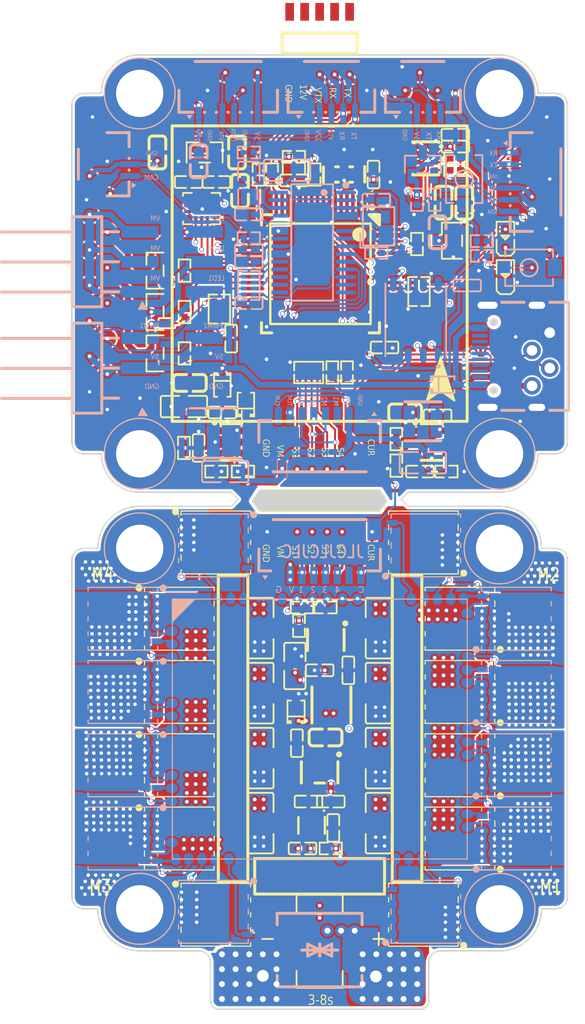
<source format=kicad_pcb>
(kicad_pcb (version 20241229) (generator "pcbnew") (generator_version "9.0")
  (layers (0 "F.Cu" signal "Top Layer") (4 "In1.Cu" signal "Inner1") (6 "In2.Cu" signal "Inner2") (8 "In3.Cu" signal "Inner3") (10 "In4.Cu" signal "Inner4") (2 "B.Cu" signal "Bottom Layer") (13 "F.Paste" user "Top Paste Mask Layer") (15 "B.Paste" user "Bottom Paste Mask Layer") (5 "F.SilkS" user "Top Silkscreen Layer") (7 "B.SilkS" user "Bottom Silkscreen Layer") (1 "F.Mask" user "Top Solder Mask Layer") (3 "B.Mask" user "Bottom Solder Mask Layer") (25 "Edge.Cuts" user "Multi-Layer"))
  (net 0 "")
  (net 1 "A_1")
  (net 2 "AH_1")
  (net 3 "VM")
  (net 4 "GND")
  (net 5 "AL_1")
  (net 6 "B_1")
  (net 7 "BH_1")
  (net 8 "BL_1")
  (net 9 "C_1")
  (net 10 "CH_1")
  (net 11 "CL_1")
  (net 12 "A_2")
  (net 13 "AH_2")
  (net 14 "AL_2")
  (net 15 "B_2")
  (net 16 "BH_2")
  (net 17 "BL_2")
  (net 18 "C_2")
  (net 19 "CH_2")
  (net 20 "CL_2")
  (net 21 "A_3")
  (net 22 "AH_3")
  (net 23 "AL_3")
  (net 24 "B_3")
  (net 25 "BH_3")
  (net 26 "BL_3")
  (net 27 "C_3")
  (net 28 "CH_3")
  (net 29 "CL_3")
  (net 30 "A_4")
  (net 31 "AH_4")
  (net 32 "AL_4")
  (net 33 "B_4")
  (net 34 "BH_4")
  (net 35 "BL_4")
  (net 36 "C_4")
  (net 37 "CH_4")
  (net 38 "CL_4")
  (net 39 "ADC_CUR")
  (net 40 "+3.3V")
  (net 41 "$1N5882")
  (net 42 "VBAT")
  (net 43 "$1N5871")
  (net 44 "$1N5876")
  (net 45 "$1N5872")
  (net 46 "ESC_S4")
  (net 47 "ESC_S3")
  (net 48 "ESC_S2")
  (net 49 "ESC_S1")
  (net 50 "12V")
  (net 51 "$3N1830")
  (net 52 "VTX_12V")
  (net 53 "CAM")
  (net 54 "3V3_GYRO")
  (net 55 "GYRO1_EXTI")
  (net 56 "GYRO1_CS")
  (net 57 "PWM1")
  (net 58 "SPI1_SCK")
  (net 59 "SPI1_SDO")
  (net 60 "PWM2")
  (net 61 "SPI1_SDI")
  (net 62 "5V")
  (net 63 "MOTOR7")
  (net 64 "MOTOR8")
  (net 65 "UART2_TX")
  (net 66 "UART2_RX")
  (net 67 "3V3")
  (net 68 "VTX")
  (net 69 "SPI2_SCK")
  (net 70 "SPI2_SDI")
  (net 71 "SPI2_SDO")
  (net 72 "ADC_VBAT")
  (net 73 "MOTOR1")
  (net 74 "MOTOR2")
  (net 75 "MOTOR3")
  (net 76 "MOTOR4")
  (net 77 "BOX_CS")
  (net 78 "OSC_OUT")
  (net 79 "DM")
  (net 80 "D-")
  (net 81 "OSC_IN")
  (net 82 "D+")
  (net 83 "DP")
  (net 84 "OSD_CS")
  (net 85 "DC_5V")
  (net 86 "BOX_MISO")
  (net 87 "BOX_MOSI")
  (net 88 "BOX_SCK")
  (net 89 "LED")
  (net 90 "BOOT0")
  (net 91 "SWCLK")
  (net 92 "UART3_RX")
  (net 93 "I2C1_SCL")
  (net 94 "I2C1_SDA")
  (net 95 "TLM")
  (net 96 "UART5_TX")
  (net 97 "UART5_RX")
  (net 98 "ELRS_5V")
  (net 99 "USB_5V")
  (net 100 "$4N5328")
  (net 101 "$4N5329")
  (net 102 "$4N5330")
  (net 103 "$4N5116")
  (net 104 "$4N5119")
  (net 105 "$4N5120")
  (net 106 "$4N5327")
  (net 107 "$4N5110")
  (net 108 "$4N5111")
  (net 109 "$4N5066")
  (net 110 "$4N5056")
  (net 111 "$4N5118")
  (net 112 "$4N5163")
  (net 113 "$4N5162")
  (net 114 "$4N5037")
  (net 115 "$4N5218")
  (net 116 "$4N5219")
  (net 117 "$4N5204")
  (net 118 "$4N5203")
  (net 119 "LED1_GATE")
  (net 120 "LED1_OUT")
  (net 121 "LED2_GATE")
  (net 122 "LED2_OUT")
  (net 123 "VTX_RX")
  (net 124 "VTX_5VOUT")
  (net 125 "$1N5875")
  (net 126 "$4N14781")
  (net 127 "$4N14776")
  (net 128 "$4N14777")
  (net 129 "$4N14780")
  (net 130 "$4N16265")
  (net 131 "$4N15513")
  (net 132 "$4N15508")
  (net 133 "$4N15879")
  (net 134 "LED3_OUT")
  (net 135 "LED3_GATE")
  (net 136 "BIND")
  (footprint "ProDoc_APM32_Main_2025-04-25:C1206" (layer "F.Cu") (at 145 126.5 90)
    (property "Reference" "C72" (hide yes))
    (property "Value" "")
  )
  (footprint "ProDoc_APM32_Main_2025-04-25:Pad_e739" (layer "F.Cu") (at 145.1875 137.5945)
    (property "Reference" "")
    (property "Value" "")
  )
  (footprint "ProDoc_APM32_Main_2025-04-25:SOT-23-3_L3.0-W1.7-P0.95-LS2.9-BR" (layer "F.Cu") (at 161.2175 77.2175)
    (property "Reference" "U10" (hide yes))
    (property "Value" "")
  )
  (footprint "ProDoc_APM32_Main_2025-04-25:Test-Point-0.5mm" (layer "F.Cu") (at 161.5 63)
    (property "Reference" "TP29" (hide yes))
    (property "Value" "")
  )
  (footprint "ProDoc_APM32_Main_2025-04-25:OSC-SMD_3P-L3.2-W1.3-P1.2-L" (layer "F.Cu") (at 152.07 71.617)
    (property "Reference" "X1" (hide yes))
    (property "Value" "")
  )
  (footprint "ProDoc_APM32_Main_2025-04-25:R0402" (layer "F.Cu") (at 143.5 96.75)
    (property "Reference" "R113" (hide yes))
    (property "Value" "")
  )
  (footprint "ProDoc_APM32_Main_2025-04-25:Pad_e7293" (layer "F.Cu") (at 134.7505 95.2495 90)
    (property "Reference" "")
    (property "Value" "")
  )
  (footprint "ProDoc_APM32_Main_2025-04-25:TDSON-8_L5.9-W5.2-P1.27-BL" (layer "F.Cu") (at 137 109.2 -90)
    (property "Reference" "Q21" (hide yes))
    (property "Value" "")
  )
  (footprint "ProDoc_APM32_Main_2025-04-25:TDSON-8_L5.9-W5.2-P1.27-BL" (layer "F.Cu") (at 140.1 134.25 -90)
    (property "Reference" "Q17" (hide yes))
    (property "Value" "")
  )
  (footprint "ProDoc_APM32_Main_2025-04-25:Pad_e195" (layer "F.Cu") (at 134.75 103.2505)
    (property "Reference" "")
    (property "Value" "")
  )
  (footprint "ProDoc_APM32_Main_2025-04-25:C0402" (layer "F.Cu") (at 158.5 96.75)
    (property "Reference" "C61" (hide yes))
    (property "Value" "")
  )
  (footprint "ProDoc_APM32_Main_2025-04-25:Pad_e746" (layer "F.Cu") (at 154.7995 141.379 180)
    (property "Reference" "")
    (property "Value" "")
  )
  (footprint "ProDoc_APM32_Main_2025-04-25:Test-Point-0.5mm" (layer "F.Cu") (at 132.0005 70.4995)
    (property "Reference" "TP17" (hide yes))
    (property "Value" "")
  )
  (footprint "ProDoc_APM32_Main_2025-04-25:C0805" (layer "F.Cu") (at 147.9 113.2 -90)
    (property "Reference" "C67" (hide yes))
    (property "Value" "")
  )
  (footprint "ProDoc_APM32_Main_2025-04-25:R0402" (layer "F.Cu") (at 156.5 94 90)
    (property "Reference" "R112" (hide yes))
    (property "Value" "")
  )
  (footprint "ProDoc_APM32_Main_2025-04-25:R0402" (layer "F.Cu") (at 152.32 88.367 -90)
    (property "Reference" "R13" (hide yes))
    (property "Value" "")
  )
  (footprint "ProDoc_APM32_Main_2025-04-25:C0603" (layer "F.Cu") (at 143.0005 69.7495 90)
    (property "Reference" "C42" (hide yes))
    (property "Value" "")
  )
  (footprint "ProDoc_APM32_Main_2025-04-25:Pad_e7294" (layer "F.Cu") (at 165.2505 95.2495 180)
    (property "Reference" "")
    (property "Value" "")
  )
  (footprint "ProDoc_APM32_Main_2025-04-25:Pad_e749" (layer "F.Cu") (at 155.955 140.1175 180)
    (property "Reference" "")
    (property "Value" "")
  )
  (footprint "ProDoc_APM32_Main_2025-04-25:Pad_e747" (layer "F.Cu") (at 157.1105 141.379 180)
    (property "Reference" "")
    (property "Value" "")
  )
  (footprint "ProDoc_APM32_Main_2025-04-25:TDSON-8_L5.9-W5.2-P1.27-BL" (layer "F.Cu") (at 163 121.6 90)
    (property "Reference" "Q5" (hide yes))
    (property "Value" "")
  )
  (footprint "ProDoc_APM32_Main_2025-04-25:R0402" (layer "F.Cu") (at 148.5 108.25 180)
    (property "Reference" "R30" (hide yes))
    (property "Value" "")
  )
  (footprint "ProDoc_APM32_Main_2025-04-25:C0402" (layer "F.Cu") (at 142.5005 85.4995 -90)
    (property "Reference" "C45" (hide yes))
    (property "Value" "")
  )
  (footprint "ProDoc_APM32_Main_2025-04-25:Pad_e741" (layer "F.Cu") (at 146.3435 138.856)
    (property "Reference" "")
    (property "Value" "")
  )
  (footprint "ProDoc_APM32_Main_2025-04-25:TDSON-8_L5.9-W5.2-P1.27-BL" (layer "F.Cu") (at 159.9 102.75 90)
    (property "Reference" "Q11" (hide yes))
    (property "Value" "")
  )
  (footprint "ProDoc_APM32_Main_2025-04-25:SMD-1_L25.0-W1.5" (layer "F.Cu") (at 142.664 118.5155 90)
    (property "Reference" "U59" (hide yes))
    (property "Value" "")
  )
  (footprint "ProDoc_APM32_Main_2025-04-25:Pad_e732" (layer "F.Cu") (at 141.7205 138.856)
    (property "Reference" "")
    (property "Value" "")
  )
  (footprint "ProDoc_APM32_Main_2025-04-25:Test-Point-0.5mm" (layer "F.Cu") (at 169.5005 84.9995)
    (property "Reference" "TP6" (hide yes))
    (property "Value" "")
  )
  (footprint "ProDoc_APM32_Main_2025-04-25:C0402" (layer "F.Cu") (at 161.5005 68.2495)
    (property "Reference" "C48" (hide yes))
    (property "Value" "")
  )
  (footprint "ProDoc_APM32_Main_2025-04-25:Test-Point-0.5mm" (layer "F.Cu") (at 130.5005 71.9995)
    (property "Reference" "TP20" (hide yes))
    (property "Value" "")
  )
  (footprint "ProDoc_APM32_Main_2025-04-25:HDR-SMD_5P_P1.27-跨板连接排针" (layer "F.Cu") (at 150 60.5)
    (property "Reference" "H2" (hide yes))
    (property "Value" "")
  )
  (footprint "ProDoc_APM32_Main_2025-04-25:C0402" (layer "F.Cu") (at 151.16 126.9 90)
    (property "Reference" "C18" (hide yes))
    (property "Value" "")
  )
  (footprint "ProDoc_APM32_Main_2025-04-25:C0402" (layer "F.Cu") (at 141.2505 72.2495 180)
    (property "Reference" "C52" (hide yes))
    (property "Value" "")
  )
  (footprint "ProDoc_APM32_Main_2025-04-25:Pad_e162" (layer "F.Cu") (at 131.45 120.609)
    (property "Reference" "")
    (property "Value" "")
  )
  (footprint "ProDoc_APM32_Main_2025-04-25:C0402" (layer "F.Cu") (at 148.55 128.6405)
    (property "Reference" "C19" (hide yes))
    (property "Value" "")
  )
  (footprint "ProDoc_APM32_Main_2025-04-25:C1206" (layer "F.Cu") (at 155 115.5 90)
    (property "Reference" "C77" (hide yes))
    (property "Value" "")
  )
  (footprint "ProDoc_APM32_Main_2025-04-25:SOD-323_L1.7-W1.3-LS2.5-FD" (layer "F.Cu") (at 143.75 91 -90)
    (property "Reference" "D6" (hide yes))
    (property "Value" "")
  )
  (footprint "ProDoc_APM32_Main_2025-04-25:Pad_e157" (layer "F.Cu") (at 168.55 124.833)
    (property "Reference" "")
    (property "Value" "")
  )
  (footprint "ProDoc_APM32_Main_2025-04-25:Pad_e734" (layer "F.Cu") (at 141.7205 140.1175)
    (property "Reference" "")
    (property "Value" "")
  )
  (footprint "ProDoc_APM32_Main_2025-04-25:Test-Point-0.5mm" (layer "F.Cu") (at 168.0005 89.4995)
    (property "Reference" "TP2" (hide yes))
    (property "Value" "")
  )
  (footprint "ProDoc_APM32_Main_2025-04-25:Pad_e740" (layer "F.Cu") (at 142.876 137.5945)
    (property "Reference" "")
    (property "Value" "")
  )
  (footprint "ProDoc_APM32_Main_2025-04-25:C0402" (layer "F.Cu") (at 138.9005 72.2495 180)
    (property "Reference" "C53" (hide yes))
    (property "Value" "")
  )
  (footprint "ProDoc_APM32_Main_2025-04-25:C0402" (layer "F.Cu") (at 155.5005 86.2495)
    (property "Reference" "C41" (hide yes))
    (property "Value" "")
  )
  (footprint "ProDoc_APM32_Main_2025-04-25:Test-Point-0.5mm" (layer "F.Cu") (at 168.0005 86.4995)
    (property "Reference" "TP5" (hide yes))
    (property "Value" "")
  )
  (footprint "ProDoc_APM32_Main_2025-04-25:R0402" (layer "F.Cu") (at 148.249 109.7975 -90)
    (property "Reference" "R29" (hide yes))
    (property "Value" "")
  )
  (footprint "ProDoc_APM32_Main_2025-04-25:Test-Point-0.5mm" (layer "F.Cu") (at 145 63)
    (property "Reference" "TP40" (hide yes))
    (property "Value" "")
  )
  (footprint "ProDoc_APM32_Main_2025-04-25:C0805" (layer "F.Cu") (at 138.5 91.25 180)
    (property "Reference" "C65" (hide yes))
    (property "Value" "")
  )
  (footprint "ProDoc_APM32_Main_2025-04-25:C0402" (layer "F.Cu") (at 150.001 113.564)
    (property "Reference" "C32" (hide yes))
    (property "Value" "")
  )
  (footprint "ProDoc_APM32_Main_2025-04-25:LED0603-RD" (layer "F.Cu") (at 165.75 77 90)
    (property "Reference" "LED2" (hide yes))
    (property "Value" "")
  )
  (footprint "ProDoc_APM32_Main_2025-04-25:C0603" (layer "F.Cu") (at 136.25 69.75 -90)
    (property "Reference" "C68" (hide yes))
    (property "Value" "")
  )
  (footprint "ProDoc_APM32_Main_2025-04-25:Test-Point-0.5mm" (layer "F.Cu") (at 160 64.5)
    (property "Reference" "TP34" (hide yes))
    (property "Value" "")
  )
  (footprint "ProDoc_APM32_Main_2025-04-25:SOT-23-5_L3.0-W1.7-P0.95-LS2.8-BR" (layer "F.Cu") (at 150 122.204 90)
    (property "Reference" "U4" (hide yes))
    (property "Value" "")
  )
  (footprint "ProDoc_APM32_Main_2025-04-25:Pad_e737" (layer "F.Cu") (at 141.7205 137.5945)
    (property "Reference" "")
    (property "Value" "")
  )
  (footprint "ProDoc_APM32_Main_2025-04-25:Pad_e158" (layer "F.Cu") (at 168.55 129.055)
    (property "Reference" "")
    (property "Value" "")
  )
  (footprint "ProDoc_APM32_Main_2025-04-25:LGA-8_L2.5-W2.0-P0.65_AMP6127" (layer "F.Cu") (at 159.0005 70.2495)
    (property "Reference" "U14" (hide yes))
    (property "Value" "")
  )
  (footprint "ProDoc_APM32_Main_2025-04-25:C0402" (layer "F.Cu") (at 154.57 71.617 90)
    (property "Reference" "C27" (hide yes))
    (property "Value" "")
  )
  (footprint "ProDoc_APM32_Main_2025-04-25:C0402" (layer "F.Cu") (at 147.82 72.117 180)
    (property "Reference" "C44" (hide yes))
    (property "Value" "")
  )
  (footprint "ProDoc_APM32_Main_2025-04-25:Pad_e757" (layer "F.Cu") (at 154.7995 137.5945 180)
    (property "Reference" "")
    (property "Value" "")
  )
  (footprint "ProDoc_APM32_Main_2025-04-25:R2512" (layer "F.Cu") (at 150 136.5 90)
    (property "Reference" "U2" (hide yes))
    (property "Value" "")
  )
  (footprint "ProDoc_APM32_Main_2025-04-25:R0402" (layer "F.Cu") (at 145.97 71.617 90)
    (property "Reference" "R10" (hide yes))
    (property "Value" "")
  )
  (footprint "ProDoc_APM32_Main_2025-04-25:C1206" (layer "F.Cu") (at 155 126.5 90)
    (property "Reference" "C73" (hide yes))
    (property "Value" "")
  )
  (footprint "ProDoc_APM32_Main_2025-04-25:R0402" (layer "F.Cu") (at 161.5005 71.2495)
    (property "Reference" "R2" (hide yes))
    (property "Value" "")
  )
  (footprint "ProDoc_APM32_Main_2025-04-25:SOT-23-3_L2.9-W1.3-P1.90-LS2.4-BR" (layer "F.Cu") (at 136.05 79.75)
    (property "Reference" "Q57" (hide yes))
    (property "Value" "")
  )
  (footprint "ProDoc_APM32_Main_2025-04-25:Test-Point-0.5mm" (layer "F.Cu") (at 130.5005 84)
    (property "Reference" "TP25" (hide yes))
    (property "Value" "")
  )
  (footprint "ProDoc_APM32_Main_2025-04-25:Pad_e742" (layer "F.Cu") (at 144.032 138.856)
    (property "Reference" "")
    (property "Value" "")
  )
  (footprint "ProDoc_APM32_Main_2025-04-25:Pad_e155" (layer "F.Cu") (at 168.55 116.389)
    (property "Reference" "")
    (property "Value" "")
  )
  (footprint "ProDoc_APM32_Main_2025-04-25:Pad_e730" (layer "F.Cu") (at 146.3435 140.1175)
    (property "Reference" "")
    (property "Value" "")
  )
  (footprint "ProDoc_APM32_Main_2025-04-25:Test-Point-0.5mm" (layer "F.Cu") (at 142 63)
    (property "Reference" "TP38" (hide yes))
    (property "Value" "")
  )
  (footprint "ProDoc_APM32_Main_2025-04-25:TDSON-8_L5.9-W5.2-P1.27-BL" (layer "F.Cu") (at 163 109.2 90)
    (property "Reference" "Q9" (hide yes))
    (property "Value" "")
  )
  (footprint "ProDoc_APM32_Main_2025-04-25:LED0603-RD" (layer "F.Cu") (at 165.75 80.25 90)
    (property "Reference" "LED1" (hide yes))
    (property "Value" "")
  )
  (footprint "ProDoc_APM32_Main_2025-04-25:TDSON-8_L5.9-W5.2-P1.27-BL" (layer "F.Cu") (at 163 115.4 90)
    (property "Reference" "Q7" (hide yes))
    (property "Value" "")
  )
  (footprint "ProDoc_APM32_Main_2025-04-25:C1206" (layer "F.Cu") (at 145 121 90)
    (property "Reference" "C71" (hide yes))
    (property "Value" "")
  )
  (footprint "ProDoc_APM32_Main_2025-04-25:Pad_e156" (layer "F.Cu") (at 168.55 120.611)
    (property "Reference" "")
    (property "Value" "")
  )
  (footprint "ProDoc_APM32_Main_2025-04-25:C0603" (layer "F.Cu") (at 143.2505 72.9995 90)
    (property "Reference" "C43" (hide yes))
    (property "Value" "")
  )
  (footprint "ProDoc_APM32_Main_2025-04-25:Pad_e160" (layer "F.Cu") (at 131.45 112.163)
    (property "Reference" "")
    (property "Value" "")
  )
  (footprint "ProDoc_APM32_Main_2025-04-25:Test-Point-0.5mm" (layer "F.Cu") (at 130.5005 90)
    (property "Reference" "TP23" (hide yes))
    (property "Value" "")
  )
  (footprint "ProDoc_APM32_Main_2025-04-25:C0402" (layer "F.Cu") (at 150.9475 124.6725)
    (property "Reference" "C30" (hide yes))
    (property "Value" "")
  )
  (footprint "ProDoc_APM32_Main_2025-04-25:SC-70-6_L2.2-W1.3-P0.65-LS2.1-TL" (layer "F.Cu") (at 149.3 126.7 -90)
    (property "Reference" "U1" (hide yes))
    (property "Value" "")
  )
  (footprint "ProDoc_APM32_Main_2025-04-25:R0402" (layer "F.Cu") (at 160.75 96.75)
    (property "Reference" "R110" (hide yes))
    (property "Value" "")
  )
  (footprint "ProDoc_APM32_Main_2025-04-25:Pad_e755" (layer "F.Cu") (at 158.2665 137.5945 180)
    (property "Reference" "")
    (property "Value" "")
  )
  (footprint "ProDoc_APM32_Main_2025-04-25:Pad_e726" (layer "F.Cu") (at 146.3435 141.379)
    (property "Reference" "")
    (property "Value" "")
  )
  (footprint "ProDoc_APM32_Main_2025-04-25:Pad_e735" (layer "F.Cu") (at 142.876 140.1175)
    (property "Reference" "")
    (property "Value" "")
  )
  (footprint "ProDoc_APM32_Main_2025-04-25:Pad_e725" (layer "F.Cu") (at 141.7205 141.379)
    (property "Reference" "")
    (property "Value" "")
  )
  (footprint "ProDoc_APM32_Main_2025-04-25:SOT-23-3_L2.9-W1.3-P1.90-LS2.4-BR" (layer "F.Cu") (at 136.05 83.25)
    (property "Reference" "Q26" (hide yes))
    (property "Value" "")
  )
  (footprint "ProDoc_APM32_Main_2025-04-25:RES-ARRAY-SMD_0402-8P-L2.0-W1.0-BL" (layer "F.Cu") (at 149.07 88.367)
    (property "Reference" "RN2" (hide yes))
    (property "Value" "")
  )
  (footprint "ProDoc_APM32_Main_2025-04-25:Pad_e763" (layer "F.Cu") (at 144.325 139.45)
    (property "Reference" "")
    (property "Value" "")
  )
  (footprint "ProDoc_APM32_Main_2025-04-25:TDSON-8_L5.9-W5.2-P1.27-BL" (layer "F.Cu") (at 137 115.4 -90)
    (property "Reference" "Q23" (hide yes))
    (property "Value" "")
  )
  (footprint "ProDoc_APM32_Main_2025-04-25:Test-Point-0.5mm" (layer "F.Cu") (at 158.5005 84.9995 180)
    (property "Reference" "TP1" (hide yes))
    (property "Value" "")
  )
  (footprint "ProDoc_APM32_Main_2025-04-25:Pad_e7295" (layer "F.Cu") (at 165.2505 64.7495 -90)
    (property "Reference" "")
    (property "Value" "")
  )
  (footprint "ProDoc_APM32_Main_2025-04-25:RES-ARRAY-SMD_0402-8P-L2.0-W1.0-BL" (layer "F.Cu") (at 158.42 81.517 90)
    (property "Reference" "RN1" (hide yes))
    (property "Value" "")
  )
  (footprint "ProDoc_APM32_Main_2025-04-25:Pad_e154" (layer "F.Cu") (at 168.55 107.945)
    (property "Reference" "")
    (property "Value" "")
  )
  (footprint "ProDoc_APM32_Main_2025-04-25:Test-Point-0.5mm" (layer "F.Cu") (at 140.5 64.5)
    (property "Reference" "TP35" (hide yes))
    (property "Value" "")
  )
  (footprint "ProDoc_APM32_Main_2025-04-25:Pad_e733" (layer "F.Cu") (at 142.876 138.856)
    (property "Reference" "")
    (property "Value" "")
  )
  (footprint "ProDoc_APM32_Main_2025-04-25:R0402" (layer "F.Cu") (at 150.94 128.64)
    (property "Reference" "R28" (hide yes))
    (property "Value" "")
  )
  (footprint "ProDoc_APM32_Main_2025-04-25:Pad_e744" (layer "F.Cu") (at 153.6435 141.379 180)
    (property "Reference" "")
    (property "Value" "")
  )
  (footprint "ProDoc_APM32_Main_2025-04-25:LQFP-64_L10.0-W10.0-P0.50-LS12.0-BL" (layer "F.Cu") (at 150.07 80.017 180)
    (property "Reference" "U3" (hide yes))
    (property "Value" "")
  )
  (footprint "ProDoc_APM32_Main_2025-04-25:Test-Point-0.5mm" (layer "F.Cu") (at 132.0005 88.4995)
    (property "Reference" "TP26" (hide yes))
    (property "Value" "")
  )
  (footprint "ProDoc_APM32_Main_2025-04-25:Test-Point-0.5mm" (layer "F.Cu") (at 130.5 81.0005)
    (property "Reference" "TP45" (hide yes))
    (property "Value" "")
  )
  (footprint "ProDoc_APM32_Main_2025-04-25:C0603" (layer "F.Cu") (at 162.25 74 -90)
    (property "Reference" "C38" (hide yes))
    (property "Value" "")
  )
  (footprint "ProDoc_APM32_Main_2025-04-25:R0402" (layer "F.Cu") (at 150.5 108.25 180)
    (property "Reference" "R31" (hide yes))
    (property "Value" "")
  )
  (footprint "ProDoc_APM32_Main_2025-04-25:Test-Point-0.5mm" (layer "F.Cu") (at 132.0005 73.4995)
    (property "Reference" "TP22" (hide yes))
    (property "Value" "")
  )
  (footprint "ProDoc_APM32_Main_2025-04-25:Pad_e194" (layer "F.Cu") (at 134.75 133.7505)
    (property "Reference" "")
    (property "Value" "")
  )
  (footprint "ProDoc_APM32_Main_2025-04-25:Test-Point-0.5mm" (layer "F.Cu") (at 168.0005 79.4995)
    (property "Reference" "TP7" (hide yes))
    (property "Value" "")
  )
  (footprint "ProDoc_APM32_Main_2025-04-25:Pad_e161" (layer "F.Cu") (at 131.45 116.386)
    (property "Reference" "")
    (property "Value" "")
  )
  (footprint "ProDoc_APM32_Main_2025-04-25:TDSON-8_L5.9-W5.2-P1.27-BL" (layer "F.Cu") (at 159.9 134.25 90)
    (property "Reference" "Q1" (hide yes))
    (property "Value" "")
  )
  (footprint "ProDoc_APM32_Main_2025-04-25:Pad_e745" (layer "F.Cu") (at 155.955 141.379 180)
    (property "Reference" "")
    (property "Value" "")
  )
  (footprint "ProDoc_APM32_Main_2025-04-25:Pad_e159" (layer "F.Cu") (at 131.45 107.94)
    (property "Reference" "")
    (property "Value" "")
  )
  (footprint "ProDoc_APM32_Main_2025-04-25:Pad_e758" (layer "F.Cu") (at 157.1105 137.5945 180)
    (property "Reference" "")
    (property "Value" "")
  )
  (footprint "ProDoc_APM32_Main_2025-04-25:C1206" (layer "F.Cu") (at 155 110 90)
    (property "Reference" "C75" (hide yes))
    (property "Value" "")
  )
  (footprint "ProDoc_APM32_Main_2025-04-25:Pad_e192" (layer "F.Cu") (at 165.2495 103.2505)
    (property "Reference" "")
    (property "Value" "")
  )
  (footprint "ProDoc_APM32_Main_2025-04-25:R0402" (layer "F.Cu") (at 156.5 96.25 90)
    (property "Reference" "R111" (hide yes))
    (property "Value" "")
  )
  (footprint "ProDoc_APM32_Main_2025-04-25:R0402" (layer "F.Cu") (at 144.82 71.617 90)
    (property "Reference" "R11" (hide yes))
    (property "Value" "")
  )
  (footprint "ProDoc_APM32_Main_2025-04-25:Pad_e748" (layer "F.Cu") (at 153.6435 140.1175 180)
    (property "Reference" "")
    (property "Value" "")
  )
  (footprint "ProDoc_APM32_Main_2025-04-25:Test-Point-0.5mm" (layer "F.Cu") (at 169.5005 87.9995)
    (property "Reference" "TP3" (hide yes))
    (property "Value" "")
  )
  (footprint "ProDoc_APM32_Main_2025-04-25:Pad_e751" (layer "F.Cu") (at 157.1105 138.856 180)
    (property "Reference" "")
    (property "Value" "")
  )
  (footprint "ProDoc_APM32_Main_2025-04-25:C1206" (layer "F.Cu") (at 155 121 90)
    (property "Reference" "C76" (hide yes))
    (property "Value" "")
  )
  (footprint "ProDoc_APM32_Main_2025-04-25:Pad_e153" (layer "F.Cu") (at 168.55 112.167)
    (property "Reference" "")
    (property "Value" "")
  )
  (footprint "ProDoc_APM32_Main_2025-04-25:Pad_e754" (layer "F.Cu") (at 153.6435 137.5945 180)
    (property "Reference" "")
    (property "Value" "")
  )
  (footprint "ProDoc_APM32_Main_2025-04-25:Test-Point-0.5mm" (layer "F.Cu") (at 132 91.5)
    (property "Reference" "TP46" (hide yes))
    (property "Value" "")
  )
  (footprint "ProDoc_APM32_Main_2025-04-25:Pad_e752" (layer "F.Cu") (at 158.2665 140.1175 180)
    (property "Reference" "")
    (property "Value" "")
  )
  (footprint "ProDoc_APM32_Main_2025-04-25:IND-SMD_L3.0-W3.0-1" (layer "F.Cu") (at 151 116.5 -90)
    (property "Reference" "L1" (hide yes))
    (property "Value" "")
  )
  (footprint "ProDoc_APM32_Main_2025-04-25:Pad_e738" (layer "F.Cu") (at 144.032 137.5945)
    (property "Reference" "")
    (property "Value" "")
  )
  (footprint "ProDoc_APM32_Main_2025-04-25:C0603" (layer "F.Cu") (at 150.5 119.25 180)
    (property "Reference" "C33" (hide yes))
    (property "Value" "")
  )
  (footprint "ProDoc_APM32_Main_2025-04-25:SOT-23-6_L2.9-W1.6-P0.95-LS2.8-BR" (layer "F.Cu") (at 142.5 94.25 180)
    (property "Reference" "U56" (hide yes))
    (property "Value" "")
  )
  (footprint "ProDoc_APM32_Main_2025-04-25:R0402" (layer "F.Cu") (at 138.5 94.75 90)
    (property "Reference" "R115" (hide yes))
    (property "Value" "")
  )
  (footprint "ProDoc_APM32_Main_2025-04-25:Pad_e728" (layer "F.Cu") (at 145.1875 141.379)
    (property "Reference" "")
    (property "Value" "")
  )
  (footprint "ProDoc_APM32_Main_2025-04-25:Pad_e727" (layer "F.Cu") (at 144.032 141.379)
    (property "Reference" "")
    (property "Value" "")
  )
  (footprint "ProDoc_APM32_Main_2025-04-25:Pad_e679" (layer "F.Cu") (at 145.1875 139.4205)
    (property "Reference" "")
    (property "Value" "")
  )
  (footprint "ProDoc_APM32_Main_2025-04-25:RES-ARRAY-SMD_0402-8P-L2.0-W1.0-BL" (layer "F.Cu") (at 141.5005 82.9995 90)
    (property "Reference" "RN3" (hide yes))
    (property "Value" "")
  )
  (footprint "ProDoc_APM32_Main_2025-04-25:R0402" (layer "F.Cu") (at 147.82 70.117 180)
    (property "Reference" "R14" (hide yes))
    (property "Value" "")
  )
  (footprint "ProDoc_APM32_Main_2025-04-25:Pad_e756" (layer "F.Cu") (at 155.955 137.5945 180)
    (property "Reference" "")
    (property "Value" "")
  )
  (footprint "ProDoc_APM32_Main_2025-04-25:Test-Point-0.5mm" (layer "F.Cu") (at 130.5 75.0005)
    (property "Reference" "TP48" (hide yes))
    (property "Value" "")
  )
  (footprint "ProDoc_APM32_Main_2025-04-25:C0402" (layer "F.Cu") (at 141.75 91.75)
    (property "Reference" "C63" (hide yes))
    (property "Value" "")
  )
  (footprint "ProDoc_APM32_Main_2025-04-25:SOT-23-3_L3.0-W1.7-P0.95-LS2.9-BR" (layer "F.Cu") (at 140.2505 69.7495 -90)
    (property "Reference" "U11" (hide yes))
    (property "Value" "")
  )
  (footprint "ProDoc_APM32_Main_2025-04-25:Pad_e743" (layer "F.Cu") (at 158.2665 141.379 180)
    (property "Reference" "")
    (property "Value" "")
  )
  (footprint "ProDoc_APM32_Main_2025-04-25:C0402" (layer "F.Cu") (at 160 92)
    (property "Reference" "C58" (hide yes))
    (property "Value" "")
  )
  (footprint "ProDoc_APM32_Main_2025-04-25:Test-Point-0.5mm" (layer "F.Cu") (at 156.5005 84.9995 180)
    (property "Reference" "TP4" (hide yes))
    (property "Value" "")
  )
  (footprint "ProDoc_APM32_Main_2025-04-25:TDSON-8_L5.9-W5.2-P1.27-BL" (layer "F.Cu") (at 163 127.8 90)
    (property "Reference" "Q3" (hide yes))
    (property "Value" "")
  )
  (footprint "ProDoc_APM32_Main_2025-04-25:Test-Point-0.5mm" (layer "F.Cu") (at 157 64.5)
    (property "Reference" "TP32" (hide yes))
    (property "Value" "")
  )
  (footprint "ProDoc_APM32_Main_2025-04-25:R0402" (layer "F.Cu") (at 161.5 70.25)
    (property "Reference" "R3" (hide yes))
    (property "Value" "")
  )
  (footprint "ProDoc_APM32_Main_2025-04-25:C0402" (layer "F.Cu") (at 152.431 113.564 -90)
    (property "Reference" "C20" (hide yes))
    (property "Value" "")
  )
  (footprint "ProDoc_APM32_Main_2025-04-25:SMD-1_L25.0-W1.5" (layer "F.Cu") (at 157.41 118.5155 90)
    (property "Reference" "U58" (hide yes))
    (property "Value" "")
  )
  (footprint "ProDoc_APM32_Main_2025-04-25:Pad_e643" (layer "F.Cu") (at 144.3585 139.4)
    (property "Reference" "")
    (property "Value" "")
  )
  (footprint "ProDoc_APM32_Main_2025-04-25:R0402" (layer "F.Cu") (at 138.55 79.75 -90)
    (property "Reference" "R116" (hide yes))
    (property "Value" "")
  )
  (footprint "ProDoc_APM32_Main_2025-04-25:Pad_e753" (layer "F.Cu") (at 157.1105 140.1175 180)
    (property "Reference" "")
    (property "Value" "")
  )
  (footprint "ProDoc_APM32_Main_2025-04-25:Test-Point-0.5mm" (layer "F.Cu") (at 132 76.5)
    (property "Reference" "TP44" (hide yes))
    (property "Value" "")
  )
  (footprint "ProDoc_APM32_Main_2025-04-25:C0603" (layer "F.Cu") (at 157.25 91.75)
    (property "Reference" "C62" (hide yes))
    (property "Value" "")
  )
  (footprint "ProDoc_APM32_Main_2025-04-25:Test-Point-0.5mm" (layer "F.Cu") (at 155.5 63)
    (property "Reference" "TP31" (hide yes))
    (property "Value" "")
  )
  (footprint "ProDoc_APM32_Main_2025-04-25:Pad_e750" (layer "F.Cu") (at 158.2665 138.856 180)
    (property "Reference" "")
    (property "Value" "")
  )
  (footprint "ProDoc_APM32_Main_2025-04-25:Test-Point-0.5mm" (layer "F.Cu") (at 132.0005 85.4995)
    (property "Reference" "TP27" (hide yes))
    (property "Value" "")
  )
  (footprint "ProDoc_APM32_Main_2025-04-25:SOT-23-6_L2.9-W1.6-P0.95-LS2.8-BR" (layer "F.Cu") (at 159.5 94.25 180)
    (property "Reference" "U55" (hide yes))
    (property "Value" "")
  )
  (footprint "ProDoc_APM32_Main_2025-04-25:Test-Point-0.5mm" (layer "F.Cu") (at 158.5 63)
    (property "Reference" "TP33" (hide yes))
    (property "Value" "")
  )
  (footprint "ProDoc_APM32_Main_2025-04-25:R0402" (layer "F.Cu") (at 141.25 96.75 180)
    (property "Reference" "R114" (hide yes))
    (property "Value" "")
  )
  (footprint "ProDoc_APM32_Main_2025-04-25:R0402" (layer "F.Cu") (at 151.07 88.367 -90)
    (property "Reference" "R12" (hide yes))
    (property "Value" "")
  )
  (footprint "ProDoc_APM32_Main_2025-04-25:SOT-23-3_L2.9-W1.3-P1.90-LS2.4-BR" (layer "F.Cu") (at 136.05 86.75)
    (property "Reference" "Q25" (hide yes))
    (property "Value" "")
  )
  (footprint "ProDoc_APM32_Main_2025-04-25:C1206" (layer "F.Cu") (at 145 115.5 90)
    (property "Reference" "C70" (hide yes))
    (property "Value" "")
  )
  (footprint "ProDoc_APM32_Main_2025-04-25:Test-Point-0.5mm" (layer "F.Cu") (at 130.5 78.0005)
    (property "Reference" "TP47" (hide yes))
    (property "Value" "")
  )
  (footprint "ProDoc_APM32_Main_2025-04-25:C1206" (layer "F.Cu") (at 145 110 90)
    (property "Reference" "C74" (hide yes))
    (property "Value" "")
  )
  (footprint "ProDoc_APM32_Main_2025-04-25:Pad_e764" (layer "F.Cu") (at 155.675 139.4)
    (property "Reference" "")
    (property "Value" "")
  )
  (footprint "ProDoc_APM32_Main_2025-04-25:TDSON-8_L5.9-W5.2-P1.27-BL" (layer "F.Cu") (at 140.1 102.75 -90)
    (property "Reference" "Q19" (hide yes))
    (property "Value" "")
  )
  (footprint "ProDoc_APM32_Main_2025-04-25:R0402" (layer "F.Cu") (at 147.82 71.117)
    (property "Reference" "R15" (hide yes))
    (property "Value" "")
  )
  (footprint "ProDoc_APM32_Main_2025-04-25:R0402" (layer "F.Cu") (at 149.57 71.617 90)
    (property "Reference" "R6" (hide yes))
    (property "Value" "")
  )
  (footprint "ProDoc_APM32_Main_2025-04-25:Pad_e731" (layer "F.Cu") (at 144.032 140.1175)
    (property "Reference" "")
    (property "Value" "")
  )
  (footprint "ProDoc_APM32_Main_2025-04-25:TDSON-8_L5.9-W5.2-P1.27-BL" (layer "F.Cu") (at 137 121.6 -90)
    (property "Reference" "Q13" (hide yes))
    (property "Value" "")
  )
  (footprint "ProDoc_APM32_Main_2025-04-25:Pad_e7292" (layer "F.Cu") (at 134.7505 64.7495)
    (property "Reference" "")
    (property "Value" "")
  )
  (footprint "ProDoc_APM32_Main_2025-04-25:C0402" (layer "F.Cu") (at 149.0555 124.6725 180)
    (property "Reference" "C29" (hide yes))
    (property "Value" "")
  )
  (footprint "ProDoc_APM32_Main_2025-04-25:Test-Point-0.5mm" (layer "F.Cu") (at 169.5005 77.9995)
    (property "Reference" "TP8" (hide yes))
    (property "Value" "")
  )
  (footprint "ProDoc_APM32_Main_2025-04-25:Pad_e681" (layer "F.Cu") (at 154.769 139.471)
    (property "Reference" "")
    (property "Value" "")
  )
  (footprint "ProDoc_APM32_Main_2025-04-25:Test-Point-0.5mm" (layer "F.Cu") (at 132 82.5)
    (property "Reference" "TP42" (hide yes))
    (property "Value" "")
  )
  (footprint "ProDoc_APM32_Main_2025-04-25:C0603" (layer "F.Cu") (at 160.5 74 -90)
    (property "Reference" "C40" (hide yes))
    (property "Value" "")
  )
  (footprint "ProDoc_APM32_Main_2025-04-25:Pad_e193" (layer "F.Cu") (at 165.2495 133.7505)
    (property "Reference" "")
    (property "Value" "")
  )
  (footprint "ProDoc_APM32_Main_2025-04-25:HDR-SMD_8P_P1.27-跨板连接排针" (layer "F.Cu") (at 150 99.2 180)
    (property "Reference" "H1" (hide yes))
    (property "Value" "")
  )
  (footprint "ProDoc_APM32_Main_2025-04-25:Pad_e642" (layer "F.Cu") (at 155.5785 139.4)
    (property "Reference" "")
    (property "Value" "")
  )
  (footprint "ProDoc_APM32_Main_2025-04-25:C0603" (layer "F.Cu") (at 139 89.25)
    (property "Reference" "C69" (hide yes))
    (property "Value" "")
  )
  (footprint "ProDoc_APM32_Main_2025-04-25:SOT-23-6_L2.9-W1.6-P0.95-LS2.8-BR" (layer "F.Cu") (at 150.521 110.994 90)
    (property "Reference" "U6" (hide yes))
    (property "Value" "")
  )
  (footprint "ProDoc_APM32_Main_2025-04-25:Test-Point-0.5mm" (layer "F.Cu") (at 154 64.5)
    (property "Reference" "TP30" (hide yes))
    (property "Value" "")
  )
  (footprint "ProDoc_APM32_Main_2025-04-25:Pad_e163" (layer "F.Cu") (at 131.45 124.832)
    (property "Reference" "")
    (property "Value" "")
  )
  (footprint "ProDoc_APM32_Main_2025-04-25:Test-Point-0.5mm" (layer "F.Cu") (at 143.5 64.5)
    (property "Reference" "TP36" (hide yes))
    (property "Value" "")
  )
  (footprint "ProDoc_APM32_Main_2025-04-25:R0402" (layer "F.Cu") (at 138.55 83.25 -90)
    (property "Reference" "R20" (hide yes))
    (property "Value" "")
  )
  (footprint "ProDoc_APM32_Main_2025-04-25:R0402" (layer "F.Cu") (at 158.2505 77.4995 90)
    (property "Reference" "R5" (hide yes))
    (property "Value" "")
  )
  (footprint "ProDoc_APM32_Main_2025-04-25:Pad_e759" (layer "F.Cu") (at 153.6435 138.856 180)
    (property "Reference" "")
    (property "Value" "")
  )
  (footprint "ProDoc_APM32_Main_2025-04-25:C0402" (layer "F.Cu") (at 161.5005 69.2495)
    (property "Reference" "C49" (hide yes))
    (property "Value" "")
  )
  (footprint "ProDoc_APM32_Main_2025-04-25:LGA-14_L3.0-W2.5-P0.50-BR" (layer "F.Cu") (at 140.0005 74.4995)
    (property "Reference" "U12" (hide yes))
    (property "Value" "")
  )
  (footprint "ProDoc_APM32_Main_2025-04-25:C0402" (layer "F.Cu") (at 139.75 94.75 90)
    (property "Reference" "C66" (hide yes))
    (property "Value" "")
  )
  (footprint "ProDoc_APM32_Main_2025-04-25:Test-Point-0.5mm" (layer "F.Cu") (at 130.5005 87)
    (property "Reference" "TP24" (hide yes))
    (property "Value" "")
  )
  (footprint "ProDoc_APM32_Main_2025-04-25:TDSON-8_L5.9-W5.2-P1.27-BL" (layer "F.Cu") (at 137 127.8 -90)
    (property "Reference" "Q15" (hide yes))
    (property "Value" "")
  )
  (footprint "ProDoc_APM32_Main_2025-04-25:Pad_e736" (layer "F.Cu") (at 146.3435 137.5945)
    (property "Reference" "")
    (property "Value" "")
  )
  (footprint "ProDoc_APM32_Main_2025-04-25:Pad_e729" (layer "F.Cu") (at 142.876 141.379)
    (property "Reference" "")
    (property "Value" "")
  )
  (footprint "ProDoc_APM32_Main_2025-04-25:Test-Point-0.5mm" (layer "F.Cu") (at 139 63)
    (property "Reference" "TP41" (hide yes))
    (property "Value" "")
  )
  (footprint "ProDoc_APM32_Main_2025-04-25:SOD-323_L1.7-W1.3-LS2.5-FD" (layer "F.Cu") (at 141.75 89.5 90)
    (property "Reference" "D2" (hide yes))
    (property "Value" "")
  )
  (footprint "ProDoc_APM32_Main_2025-04-25:SMD-2_L10.0-W2.0" (layer "F.Cu") (at 150 131)
    (property "Reference" "U60" (hide yes))
    (property "Value" "")
  )
  (footprint "ProDoc_APM32_Main_2025-04-25:Test-Point-0.5mm" (layer "F.Cu") (at 132 79.5)
    (property "Reference" "TP43" (hide yes))
    (property "Value" "")
  )
  (footprint "ProDoc_APM32_Main_2025-04-25:Pad_e760" (layer "F.Cu") (at 155.955 138.856 180)
    (property "Reference" "")
    (property "Value" "")
  )
  (footprint "ProDoc_APM32_Main_2025-04-25:Pad_e164" (layer "F.Cu") (at 131.45 129.055)
    (property "Reference" "")
    (property "Value" "")
  )
  (footprint "ProDoc_APM32_Main_2025-04-25:SOD-323_L1.7-W1.3-LS2.7-RD" (layer "F.Cu") (at 148 117 90)
    (property "Reference" "D3" (hide yes))
    (property "Value" "")
  )
  (footprint "ProDoc_APM32_Main_2025-04-25:R0402" (layer "F.Cu") (at 138.55 86.75 -90)
    (property "Reference" "R19" (hide yes))
    (property "Value" "")
  )
  (footprint "ProDoc_APM32_Main_2025-04-25:C0402" (layer "F.Cu") (at 148.071 119.734 90)
    (property "Reference" "C28" (hide yes))
    (property "Value" "")
  )
  (footprint "ProDoc_APM32_Main_2025-04-25:CONN-SMD_6P-P1.00_MEGASTAR_ZX-SH1.0-6PWT" (layer "B.Cu") (at 167.7505 72.2495 -90)
    (property "Reference" "U16" (hide yes))
    (property "Value" "")
  )
  (footprint "ProDoc_APM32_Main_2025-04-25:TDSON-8_L5.9-W5.2-P1.27-BL" (layer "B.Cu") (at 142.1 103 -90)
    (property "Reference" "Q20" (hide yes))
    (property "Value" "")
  )
  (footprint "ProDoc_APM32_Main_2025-04-25:Test-Point-0.5mm" (layer "B.Cu") (at 168.0005 76.4995 -90)
    (property "Reference" "TP21" (hide yes))
    (property "Value" "")
  )
  (footprint "ProDoc_APM32_Main_2025-04-25:TDSON-8_L5.9-W5.2-P1.27-BL" (layer "B.Cu") (at 157.9 103 90)
    (property "Reference" "Q12" (hide yes))
    (property "Value" "")
  )
  (footprint "ProDoc_APM32_Main_2025-04-25:HDR-SMD_6P-P2.54-H-M-R2-C3-LS17.0" (layer "B.Cu") (at 137.5 79 90)
    (property "Reference" "U57" (hide yes))
    (property "Value" "")
  )
  (footprint "ProDoc_APM32_Main_2025-04-25:R0402" (layer "B.Cu") (at 144 69.75)
    (property "Reference" "R16" (hide yes))
    (property "Value" "")
  )
  (footprint "ProDoc_APM32_Main_2025-04-25:HDR-SMD_6P-P2.54-H-M-R2-C3-LS17.0" (layer "B.Cu") (at 137.5005 87.9995 90)
    (property "Reference" "U19" (hide yes))
    (property "Value" "")
  )
  (footprint "ProDoc_APM32_Main_2025-04-25:C0402" (layer "B.Cu") (at 144 82.4995 180)
    (property "Reference" "C57" (hide yes))
    (property "Value" "")
  )
  (footprint "ProDoc_APM32_Main_2025-04-25:Test-Point-0.5mm" (layer "B.Cu") (at 168.0005 70.4995 -90)
    (property "Reference" "TP12" (hide yes))
    (property "Value" "")
  )
  (footprint "ProDoc_APM32_Main_2025-04-25:TDSON-8_L5.9-W5.2-P1.27-BL" (layer "B.Cu") (at 134.428 115.4 -90)
    (property "Reference" "Q24" (hide yes))
    (property "Value" "")
  )
  (footprint "ProDoc_APM32_Main_2025-04-25:CONN-SMD_6P-P1.00_MEGASTAR_ZX-SH1.0-6PWT" (layer "B.Cu") (at 142.25 64.75)
    (property "Reference" "U54" (hide yes))
    (property "Value" "")
  )
  (footprint "ProDoc_APM32_Main_2025-04-25:TDSON-8_L5.9-W5.2-P1.27-BL" (layer "B.Cu") (at 134.428 127.8 -90)
    (property "Reference" "Q16" (hide yes))
    (property "Value" "")
  )
  (footprint "ProDoc_APM32_Main_2025-04-25:IND-SMD_L3.0-W3.0-1" (layer "B.Cu") (at 158.75 92.5 180)
    (property "Reference" "L2" (hide yes))
    (property "Value" "")
  )
  (footprint "ProDoc_APM32_Main_2025-04-25:CONN-SMD_3P-P1.00_MEGASTAR_ZX-SH1.0-3PWT" (layer "B.Cu") (at 132.2505 70.7495 90)
    (property "Reference" "U18" (hide yes))
    (property "Value" "")
  )
  (footprint "ProDoc_APM32_Main_2025-04-25:Test-Point-0.5mm" (layer "B.Cu") (at 169.5005 74.9995 -90)
    (property "Reference" "TP19" (hide yes))
    (property "Value" "")
  )
  (footprint "ProDoc_APM32_Main_2025-04-25:R0402" (layer "B.Cu") (at 163.75 77.25 180)
    (property "Reference" "R4" (hide yes))
    (property "Value" "")
  )
  (footprint "ProDoc_APM32_Main_2025-04-25:R0402" (layer "B.Cu") (at 158.25 73.75 90)
    (property "Reference" "R108" (hide yes))
    (property "Value" "")
  )
  (footprint "ProDoc_APM32_Main_2025-04-25:SMC_L6.9-W5.9-LS7.9-BI" (layer "B.Cu") (at 150 137.24)
    (property "Reference" "U9" (hide yes))
    (property "Value" "")
  )
  (footprint "ProDoc_APM32_Main_2025-04-25:C0805" (layer "B.Cu") (at 144 72.4995 90)
    (property "Reference" "C47" (hide yes))
    (property "Value" "")
  )
  (footprint "ProDoc_APM32_Main_2025-04-25:C0402" (layer "B.Cu") (at 154.8 73.7495 180)
    (property "Reference" "C54" (hide yes))
    (property "Value" "")
  )
  (footprint "ProDoc_APM32_Main_2025-04-25:C0805" (layer "B.Cu") (at 158.75 96)
    (property "Reference" "C60" (hide yes))
    (property "Value" "")
  )
  (footprint "ProDoc_APM32_Main_2025-04-25:C0402" (layer "B.Cu") (at 144 74.9995)
    (property "Reference" "C56" (hide yes))
    (property "Value" "")
  )
  (footprint "ProDoc_APM32_Main_2025-04-25:RES-ARRAY-SMD_0402-8P-L2.0-W1.0-BL" (layer "B.Cu") (at 144 80.9995 90)
    (property "Reference" "RN4" (hide yes))
    (property "Value" "")
  )
  (footprint "ProDoc_APM32_Main_2025-04-25:TDSON-8_L5.9-W5.2-P1.27-BL" (layer "B.Cu") (at 157.899 134 90)
    (property "Reference" "Q2" (hide yes))
    (property "Value" "")
  )
  (footprint "ProDoc_APM32_Main_2025-04-25:TDSON-8_L5.9-W5.2-P1.27-BL" (layer "B.Cu") (at 165.572 127.8 90)
    (property "Reference" "Q4" (hide yes))
    (property "Value" "")
  )
  (footprint "ProDoc_APM32_Main_2025-04-25:R0402" (layer "B.Cu") (at 163.75 78.5 180)
    (property "Reference" "R1" (hide yes))
    (property "Value" "")
  )
  (footprint "ProDoc_APM32_Main_2025-04-25:C0603" (layer "B.Cu") (at 139.75 70.5 90)
    (property "Reference" "C79" (hide yes))
    (property "Value" "")
  )
  (footprint "ProDoc_APM32_Main_2025-04-25:CONN-SMD_8P-P1.00_MXSH-1.0-08P-WT1-0-A" (layer "B.Cu") (at 150 93.9995 180)
    (property "Reference" "CN2" (hide yes))
    (property "Value" "")
  )
  (footprint "ProDoc_APM32_Main_2025-04-25:TDSON-8_L5.9-W5.2-P1.27-BL" (layer "B.Cu") (at 134.428 121.6 -90)
    (property "Reference" "Q14" (hide yes))
    (property "Value" "")
  )
  (footprint "ProDoc_APM32_Main_2025-04-25:SOD-323_L1.7-W1.3-LS2.5-FD" (layer "B.Cu") (at 160.5 89.4 180)
    (property "Reference" "D1" (hide yes))
    (property "Value" "")
  )
  (footprint "ProDoc_APM32_Main_2025-04-25:USB-C-SMD_KH-TYPE-C-16P" (layer "B.Cu") (at 166.0005 86.9995 -90)
    (property "Reference" "USBC1" (hide yes))
    (property "Value" "")
    (fp_poly (pts (xy -2.542994 1.280684) (xy -2.566642 1.368939) (xy -2.612326 1.448067) (xy -2.676933 1.512674) (xy -2.756061 1.558358) (xy -2.844316 1.582006) (xy -2.935684 1.582006) (xy -3.023939 1.558358) (xy -3.103067 1.512674) (xy -3.167674 1.448067) (xy -3.213358 1.368939) (xy -3.237006 1.280684) (xy -3.237006 1.189316) (xy -3.213358 1.101061) (xy -3.167674 1.021933) (xy -3.103067 0.957326) (xy -3.023939 0.911642) (xy -2.935684 0.887994) (xy -2.844316 0.887994) (xy -2.756061 0.911642) (xy -2.676933 0.957326) (xy -2.612326 1.021933) (xy -2.566642 1.101061) (xy -2.542994 1.189316)) (fill yes) (layer "Edge.Cuts"))
    (fp_poly (pts (xy 3.237006 1.280684) (xy 3.213358 1.368939) (xy 3.167674 1.448067) (xy 3.103067 1.512674) (xy 3.023939 1.558358) (xy 2.935684 1.582006) (xy 2.844316 1.582006) (xy 2.756061 1.558358) (xy 2.676933 1.512674) (xy 2.612326 1.448067) (xy 2.566642 1.368939) (xy 2.542994 1.280684) (xy 2.542994 1.189316) (xy 2.566642 1.101061) (xy 2.612326 1.021933) (xy 2.676933 0.957326) (xy 2.756061 0.911642) (xy 2.844316 0.887994) (xy 2.935684 0.887994) (xy 3.023939 0.911642) (xy 3.103067 0.957326) (xy 3.167674 1.021933) (xy 3.213358 1.101061) (xy 3.237006 1.189316)) (fill yes) (layer "Edge.Cuts"))
  )
  (footprint "ProDoc_APM32_Main_2025-04-25:C0805" (layer "B.Cu") (at 147.25 71.2495 180)
    (property "Reference" "C46" (hide yes))
    (property "Value" "")
  )
  (footprint "ProDoc_APM32_Main_2025-04-25:BLHeli_四合一核心板_SJJ" (layer "B.Cu") (at 150.01 118.54 180)
    (property "Reference" "U8" (hide yes))
    (property "Value" "")
  )
  (footprint "ProDoc_APM32_Main_2025-04-25:CONN-SMD_8P-P1.00_MXSH-1.0-08P-WT1-0-A" (layer "B.Cu") (at 150 103.5845)
    (property "Reference" "CN1" (hide yes))
    (property "Value" "")
  )
  (footprint "ProDoc_APM32_Main_2025-04-25:TDSON-8_L5.9-W5.2-P1.27-BL" (layer "B.Cu") (at 165.572 109.2 90)
    (property "Reference" "Q10" (hide yes))
    (property "Value" "")
  )
  (footprint "ProDoc_APM32_Main_2025-04-25:WSON-8_L6.0-W5.0-P1.27-BL-EP" (layer "B.Cu") (at 158.1505 83.903 180)
    (property "Reference" "U15" (hide yes))
    (property "Value" "")
  )
  (footprint "ProDoc_APM32_Main_2025-04-25:CONN-SMD_5P-P1.00_MEGASTAR_ZX-SH1.0-5PWT" (layer "B.Cu") (at 151.0005 64.7495)
    (property "Reference" "U17" (hide yes))
    (property "Value" "")
  )
  (footprint "ProDoc_APM32_Main_2025-04-25:R0402" (layer "B.Cu") (at 144 77 180)
    (property "Reference" "R18" (hide yes))
    (property "Value" "")
  )
  (footprint "ProDoc_APM32_Main_2025-04-25:C0402" (layer "B.Cu") (at 144 78.9995)
    (property "Reference" "C55" (hide yes))
    (property "Value" "")
  )
  (footprint "ProDoc_APM32_Main_2025-04-25:C0402" (layer "B.Cu") (at 162.5005 80.9995)
    (property "Reference" "C51" (hide yes))
    (property "Value" "")
  )
  (footprint "ProDoc_APM32_Main_2025-04-25:TDSON-8_L5.9-W5.2-P1.27-BL" (layer "B.Cu") (at 134.428 109.2 -90)
    (property "Reference" "Q22" (hide yes))
    (property "Value" "")
  )
  (footprint "ProDoc_APM32_Main_2025-04-25:Test-Point-0.5mm" (layer "B.Cu") (at 169.5005 71.9995 -90)
    (property "Reference" "TP14" (hide yes))
    (property "Value" "")
  )
  (footprint "ProDoc_APM32_Main_2025-04-25:KEY-SMD_L3.9-W3.0-LS5.0" (layer "B.Cu") (at 162.25 72 -90)
    (property "Reference" "SW2" (hide yes))
    (property "Value" "")
  )
  (footprint "ProDoc_APM32_Main_2025-04-25:C0805" (layer "B.Cu") (at 142 96.75)
    (property "Reference" "C64" (hide yes))
    (property "Value" "")
  )
  (footprint "ProDoc_APM32_Main_2025-04-25:Test-Point-0.5mm" (layer "B.Cu") (at 168.0005 73.4995 -90)
    (property "Reference" "TP16" (hide yes))
    (property "Value" "")
  )
  (footprint "ProDoc_APM32_Main_2025-04-25:CONN-SMD_4P-P1.00_MEGASTAR_ZX-SH1.0-4PWT" (layer "B.Cu") (at 158.75 64.75)
    (property "Reference" "U53" (hide yes))
    (property "Value" "")
  )
  (footprint "ProDoc_APM32_Main_2025-04-25:OSC-SMD_4P-L2.0-W1.6-BL_X201624MKB4SI" (layer "B.Cu") (at 155 75.9995 90)
    (property "Reference" "U13" (hide yes))
    (property "Value" "")
  )
  (footprint "ProDoc_APM32_Main_2025-04-25:R0402" (layer "B.Cu") (at 159.75 73.75 90)
    (property "Reference" "R109" (hide yes))
    (property "Value" "")
  )
  (footprint "ProDoc_APM32_Main_2025-04-25:C0603" (layer "B.Cu") (at 160 76.5 -90)
    (property "Reference" "C78" (hide yes))
    (property "Value" "")
  )
  (footprint "ProDoc_APM32_Main_2025-04-25:TDSON-8_L5.9-W5.2-P1.27-BL" (layer "B.Cu") (at 165.572 121.6 90)
    (property "Reference" "Q6" (hide yes))
    (property "Value" "")
  )
  (footprint "ProDoc_APM32_Main_2025-04-25:R0402" (layer "B.Cu") (at 154.8 78.2495)
    (property "Reference" "R17" (hide yes))
    (property "Value" "")
  )
  (footprint "ProDoc_APM32_Main_2025-04-25:KEY-SMD_L3.9-W3.0-LS5.0" (layer "B.Cu") (at 167.7505 79.4995)
    (property "Reference" "SW1" (hide yes))
    (property "Value" "")
  )
  (footprint "ProDoc_APM32_Main_2025-04-25:TSSOP-28_L9.7-W4.4-P0.65-LS6.4-BL-EP-2" (layer "B.Cu") (at 149.3595 77.367 -90)
    (property "Reference" "AT7456E1" (hide yes))
    (property "Value" "")
  )
  (footprint "ProDoc_APM32_Main_2025-04-25:SOT-23-3_L2.9-W1.3-P1.90-LS2.4-BR" (layer "B.Cu") (at 158.75 70.75 -90)
    (property "Reference" "Q56" (hide yes))
    (property "Value" "")
  )
  (footprint "ProDoc_APM32_Main_2025-04-25:Test-Point-0.5mm" (layer "B.Cu") (at 169.5005 68.9995 -90)
    (property "Reference" "TP10" (hide yes))
    (property "Value" "")
  )
  (footprint "ProDoc_APM32_Main_2025-04-25:TDSON-8_L5.9-W5.2-P1.27-BL" (layer "B.Cu") (at 165.572 115.4 90)
    (property "Reference" "Q8" (hide yes))
    (property "Value" "")
  )
  (footprint "ProDoc_APM32_Main_2025-04-25:IND-SMD_L4.0-W4.0_FNR40XXS" (layer "B.Cu") (at 141 93.5 180)
    (property "Reference" "L3" (hide yes))
    (property "Value" "")
  )
  (footprint "ProDoc_APM32_Main_2025-04-25:TDSON-8_L5.9-W5.2-P1.27-BL" (layer "B.Cu") (at 142.101 134 -90)
    (property "Reference" "Q18" (hide yes))
    (property "Value" "")
  )
  (footprint "ProDoc_APM32_Main_2025-04-25:C0402" (layer "B.Cu") (at 144 77.9995)
    (property "Reference" "C50" (hide yes))
    (property "Value" "")
  )
  (gr_circle (center 165.2505 64.7495) (end 168.2505 64.7495) (stroke (width 0.1)) (fill no) (layer "F.SilkS"))
  (gr_line (start 162.5005 67.4995) (end 162.5005 92.4995) (stroke (width 0.254)) (layer "F.SilkS"))
  (gr_circle (center 134.7505 64.7495) (end 137.7505 64.7495) (stroke (width 0.1)) (fill no) (layer "F.SilkS"))
  (gr_circle (center 134.7505 95.2495) (end 137.7505 95.2495) (stroke (width 0.1)) (fill no) (layer "F.SilkS"))
  (gr_circle (center 165.25 133.75) (end 168.25 133.75) (stroke (width 0.1)) (fill no) (layer "F.SilkS"))
  (gr_line (start 137.5005 67.4995) (end 137.5005 92.4995) (stroke (width 0.254)) (layer "F.SilkS"))
  (gr_circle (center 165.2505 95.2495) (end 168.2505 95.2495) (stroke (width 0.1)) (fill no) (layer "F.SilkS"))
  (gr_poly (pts (xy 160.242569 87.000977) (xy 160.237603 87.001993) (xy 160.234592 87.004574) (xy 160.23162 87.007154) (xy 160.216487 87.014308) (xy 160.201354 87.021423) (xy 160.196817 87.03358) (xy 160.192281 87.045699) (xy 160.187393 87.052853) (xy 160.182544 87.060007) (xy 160.17969 87.075019) (xy 160.176796 87.09003) (xy 160.175975 87.094135) (xy 160.175115 87.09824) (xy 160.170383 87.105237) (xy 160.165652 87.112196) (xy 160.160412 87.130491) (xy 160.155133 87.148786) (xy 160.155093 87.157113) (xy 160.155054 87.165479) (xy 160.14915 87.173258) (xy 160.143245 87.181077) (xy 160.143245 87.184791) (xy 160.143245 87.188465) (xy 160.140077 87.203751) (xy 160.13691 87.219075) (xy 160.131123 87.226933) (xy 160.125335 87.23479) (xy 160.125335 87.238426) (xy 160.125335 87.2421) (xy 160.122207 87.257386) (xy 160.11904 87.272671) (xy 160.113252 87.280529) (xy 160.107465 87.288386) (xy 160.107465 87.292061) (xy 160.107465 87.295736) (xy 160.104297 87.311021) (xy 160.10117 87.326306) (xy 160.095383 87.334164) (xy 160.089595 87.342021) (xy 160.089595 87.345696) (xy 160.089595 87.349332) (xy 160.086467 87.364656) (xy 160.083299 87.379941) (xy 160.078216 87.386665) (xy 160.073132 87.39335) (xy 160.071646 87.407501) (xy 160.07016 87.421653) (xy 160.064725 87.43557) (xy 160.05929 87.449448) (xy 160.053815 87.467352) (xy 160.048301 87.485218) (xy 160.041927 87.50406) (xy 160.035553 87.522942) (xy 160.028867 87.541824) (xy 160.022219 87.560666) (xy 160.017174 87.578063) (xy 160.01213 87.595498) (xy 160.01213 87.603707) (xy 160.01213 87.611917) (xy 160.007047 87.618602) (xy 160.001963 87.625247) (xy 159.998092 87.636467) (xy 159.994259 87.647687) (xy 159.994181 87.656795) (xy 159.994142 87.665943) (xy 159.988237 87.673722) (xy 159.982333 87.681541) (xy 159.982333 87.685216) (xy 159.982333 87.688929) (xy 159.979165 87.704215) (xy 159.975998 87.7195) (xy 159.970211 87.727357) (xy 159.964462 87.735215) (xy 159.964462 87.73889) (xy 159.964462 87.742564) (xy 159.961295 87.75785) (xy 159.958127 87.773135) (xy 159.95234 87.780992) (xy 159.946553 87.78885) (xy 159.946553 87.792525) (xy 159.946553 87.79616) (xy 159.943424 87.811446) (xy 159.940257 87.826731) (xy 159.934469 87.834589) (xy 159.928682 87.842446) (xy 159.928682 87.846121) (xy 159.928682 87.849796) (xy 159.925554 87.865003) (xy 159.922386 87.88021) (xy 159.916833 87.888263) (xy 159.911281 87.896277) (xy 159.909013 87.910897) (xy 159.906745 87.925518) (xy 159.899667 87.947644) (xy 159.892589 87.969771) (xy 159.885081 87.991624) (xy 159.877573 88.013476) (xy 159.870182 88.03529) (xy 159.862831 88.057143) (xy 159.857239 88.075008) (xy 159.851647 88.092913) (xy 159.845273 88.111755) (xy 159.838899 88.130637) (xy 159.831117 88.15249) (xy 159.823336 88.174343) (xy 159.82138 88.187243) (xy 159.819386 88.200144) (xy 159.817157 88.210073) (xy 159.814928 88.220003) (xy 159.809219 88.227821) (xy 159.803549 88.235679) (xy 159.803549 88.239354) (xy 159.803549 88.242989) (xy 159.800382 88.258275) (xy 159.797214 88.273599) (xy 159.791427 88.281456) (xy 159.785679 88.289314) (xy 159.785679 88.29295) (xy 159.785679 88.296624) (xy 159.782511 88.31191) (xy 159.779344 88.327195) (xy 159.773556 88.335052) (xy 159.767769 88.34291) (xy 159.767769 88.346585) (xy 159.767769 88.35026) (xy 159.764641 88.365467) (xy 159.761512 88.380674) (xy 159.75592 88.388688) (xy 159.750368 88.396741) (xy 159.7481 88.411361) (xy 159.745831 88.425943) (xy 159.738754 88.448108) (xy 159.731676 88.470235) (xy 159.724168 88.492088) (xy 159.71666 88.513901) (xy 159.709308 88.535754) (xy 159.701918 88.557607) (xy 159.696326 88.575472) (xy 159.690734 88.593338) (xy 159.68436 88.612219) (xy 159.677986 88.631101) (xy 159.670204 88.652915) (xy 159.662423 88.674768) (xy 159.660467 88.687668) (xy 159.658473 88.700608) (xy 159.656244 88.710537) (xy 159.654015 88.720467) (xy 159.648345 88.728285) (xy 159.642636 88.736143) (xy 159.642636 88.739779) (xy 159.642636 88.743453) (xy 159.639468 88.758739) (xy 159.636301 88.774023) (xy 159.630553 88.78188) (xy 159.624765 88.789738) (xy 159.624765 88.793413) (xy 159.624765 88.797087) (xy 159.621598 88.812373) (xy 159.61843 88.827658) (xy 159.612643 88.835515) (xy 159.606895 88.843373) (xy 159.606895 88.847048) (xy 159.606895 88.850683) (xy 159.603727 88.86589) (xy 159.600599 88.881097) (xy 159.595007 88.889151) (xy 159.589454 88.897204) (xy 159.587186 88.911785) (xy 159.584918 88.926406) (xy 159.57784 88.948532) (xy 159.570802 88.970659) (xy 159.563294 88.992511) (xy 159.555747 89.014364) (xy 159.548395 89.036217) (xy 159.541004 89.05807) (xy 159.535413 89.075935) (xy 159.52986 89.093801) (xy 159.523447 89.112682) (xy 159.517073 89.131525) (xy 159.510386 89.150407) (xy 159.503738 89.169249) (xy 159.498694 89.186685) (xy 159.493649 89.204081) (xy 159.493571 89.212486) (xy 159.493532 89.220891) (xy 159.487627 89.228709) (xy 159.481723 89.236489) (xy 159.481723 89.240202) (xy 159.481723 89.243916) (xy 159.478555 89.259201) (xy 159.475427 89.274487) (xy 159.46964 89.282344) (xy 159.463852 89.290202) (xy 159.463852 89.293877) (xy 159.463852 89.297512) (xy 159.460685 89.312797) (xy 159.457517 89.328083) (xy 159.451769 89.33594) (xy 159.445982 89.343837) (xy 159.445982 89.347473) (xy 159.445982 89.351147) (xy 159.442814 89.366354) (xy 159.439686 89.381561) (xy 159.434133 89.389615) (xy 159.428541 89.397629) (xy 159.426273 89.412249) (xy 159.424005 89.42687) (xy 159.416927 89.448996) (xy 159.409889 89.471123) (xy 159.402381 89.492975) (xy 159.394873 89.514828) (xy 159.387482 89.536681) (xy 159.380091 89.558495) (xy 159.374499 89.576399) (xy 159.368947 89.594264) (xy 159.362534 89.613107) (xy 159.35616 89.631989) (xy 159.349512 89.650871) (xy 159.342825 89.669713) (xy 159.337781 89.68711) (xy 159.332736 89.704545) (xy 159.332697 89.71295) (xy 159.332619 89.721355) (xy 159.326714 89.729173) (xy 159.32081 89.736953) (xy 159.32081 89.740666) (xy 159.32081 89.744341) (xy 159.317642 89.759626) (xy 159.314514 89.774951) (xy 159.308726 89.782808) (xy 159.302939 89.790666) (xy 159.302939 89.794302) (xy 159.302939 89.797976) (xy 159.299772 89.813261) (xy 159.296643 89.828547) (xy 159.290856 89.836404) (xy 159.285068 89.844262) (xy 159.285068 89.847937) (xy 159.285068 89.851611) (xy 159.281901 89.866897) (xy 159.278734 89.882182) (xy 159.272946 89.890039) (xy 159.267198 89.897897) (xy 159.267198 89.901572) (xy 159.267198 89.905207) (xy 159.264031 89.920532) (xy 159.260902 89.935817) (xy 159.255819 89.942541) (xy 159.250735 89.949226) (xy 159.249249 89.963377) (xy 159.247763 89.977529) (xy 159.240842 89.99641) (xy 159.23392 90.015253) (xy 159.226569 90.037106) (xy 159.219178 90.058959) (xy 159.213625 90.076824) (xy 159.208034 90.094689) (xy 159.20166 90.113571) (xy 159.195246 90.132453) (xy 159.187778 90.154267) (xy 159.180309 90.176119) (xy 159.172918 90.197972) (xy 159.165488 90.219825) (xy 159.162829 90.229754) (xy 159.160131 90.239684) (xy 159.156964 90.257432) (xy 159.153757 90.27518) (xy 159.147891 90.283155) (xy 159.142026 90.291091) (xy 159.142026 90.294765) (xy 159.142026 90.29844) (xy 159.138858 90.313725) (xy 159.13573 90.329011) (xy 159.129943 90.336868) (xy 159.124155 90.344726) (xy 159.124155 90.348401) (xy 159.124155 90.352036) (xy 159.120988 90.367321) (xy 159.11782 90.382607) (xy 159.112072 90.390464) (xy 159.106285 90.398322) (xy 159.106285 90.401997) (xy 159.106285 90.405671) (xy 159.103117 90.420957) (xy 159.09995 90.436242) (xy 159.094163 90.444099) (xy 159.088414 90.451957) (xy 159.088414 90.455632) (xy 159.088414 90.459306) (xy 159.085247 90.474592) (xy 159.082118 90.489916) (xy 159.077035 90.496601) (xy 159.071951 90.503286) (xy 159.070426 90.517437) (xy 159.06894 90.531589) (xy 159.063505 90.545506) (xy 159.058069 90.559423) (xy 159.052595 90.577288) (xy 159.04712 90.595153) (xy 159.040746 90.614035) (xy 159.034372 90.632878) (xy 159.027686 90.651759) (xy 159.020999 90.670641) (xy 159.015954 90.688037) (xy 159.01091 90.705434) (xy 159.01091 90.713643) (xy 159.01091 90.721892) (xy 159.005475 90.729007) (xy 159 90.73616) (xy 159.000235 90.752032) (xy 159.00043 90.767943) (xy 159.005787 90.781703) (xy 159.011145 90.795464) (xy 159.015329 90.801562) (xy 159.019474 90.807661) (xy 159.030579 90.819232) (xy 159.041724 90.830804) (xy 159.048685 90.834361) (xy 159.055606 90.837958) (xy 159.065538 90.839209) (xy 159.075471 90.840499) (xy 159.085951 90.837645) (xy 159.096391 90.834791) (xy 159.105503 90.828771) (xy 159.114653 90.822712) (xy 159.121887 90.820405) (xy 159.129122 90.818099) (xy 159.138076 90.809733) (xy 159.146992 90.801367) (xy 159.157941 90.793744) (xy 159.168851 90.786121) (xy 159.176789 90.778615) (xy 159.184727 90.771109) (xy 159.1938 90.767122) (xy 159.202872 90.763095) (xy 159.206704 90.758873) (xy 159.210575 90.754612) (xy 159.217966 90.75082) (xy 159.225357 90.747067) (xy 159.232552 90.740734) (xy 159.239708 90.73444) (xy 159.249992 90.726935) (xy 159.260237 90.71939) (xy 159.268176 90.714034) (xy 159.276114 90.708717) (xy 159.285068 90.702775) (xy 159.293984 90.696833) (xy 159.301961 90.689288) (xy 159.3099 90.681744) (xy 159.318972 90.677756) (xy 159.328005 90.67373) (xy 159.331876 90.669508) (xy 159.335708 90.665246) (xy 159.343099 90.661454) (xy 159.35049 90.657702) (xy 159.357685 90.651369) (xy 159.36488 90.645075) (xy 159.375125 90.637569) (xy 159.38537 90.630024) (xy 159.393308 90.624668) (xy 159.401286 90.619352) (xy 159.410201 90.61341) (xy 159.419156 90.607468) (xy 159.427094 90.599923) (xy 159.435033 90.592378) (xy 159.444105 90.58839) (xy 159.453177 90.584364) (xy 159.457009 90.580142) (xy 159.46088 90.575881) (xy 159.468271 90.572089) (xy 159.475662 90.568336) (xy 159.482857 90.562003) (xy 159.490013 90.555709) (xy 159.500258 90.548203) (xy 159.510542 90.540658) (xy 159.518481 90.535303) (xy 159.526419 90.529986) (xy 159.535373 90.524044) (xy 159.544289 90.518102) (xy 159.552266 90.510557) (xy 159.560205 90.503012) (xy 159.569238 90.499025) (xy 159.57831 90.494998) (xy 159.582181 90.490776) (xy 159.586013 90.486515) (xy 159.59356 90.482645) (xy 159.601107 90.478814) (xy 159.608459 90.472285) (xy 159.615811 90.465757) (xy 159.624765 90.459502) (xy 159.633681 90.453208) (xy 159.64463 90.444217) (xy 159.65554 90.435225) (xy 159.661289 90.431785) (xy 159.666998 90.428345) (xy 159.67517 90.421856) (xy 159.683343 90.415405) (xy 159.693354 90.41048) (xy 159.703404 90.405593) (xy 159.709269 90.399416) (xy 159.715135 90.393279) (xy 159.727062 90.384874) (xy 159.738988 90.376469) (xy 159.747904 90.371074) (xy 159.756859 90.365719) (xy 159.768786 90.35575) (xy 159.780712 90.34582) (xy 159.786421 90.34238) (xy 159.79217 90.338979) (xy 159.800343 90.33249) (xy 159.808515 90.32604) (xy 159.818526 90.321114) (xy 159.828537 90.316227) (xy 159.834402 90.310051) (xy 159.840307 90.303913) (xy 159.853211 90.294844) (xy 159.866116 90.285774) (xy 159.874054 90.27819) (xy 159.881992 90.270645) (xy 159.891064 90.266658) (xy 159.900136 90.26267) (xy 159.903968 90.258409) (xy 159.90784 90.254148) (xy 159.91523 90.250395) (xy 159.922621 90.246603) (xy 159.929816 90.240309) (xy 159.936972 90.233976) (xy 159.947256 90.226471) (xy 159.957502 90.218926) (xy 159.96544 90.213609) (xy 159.973378 90.208253) (xy 159.982333 90.202311) (xy 159.991248 90.196369) (xy 159.999226 90.188824) (xy 160.007164 90.18128) (xy 160.016236 90.177292) (xy 160.025269 90.173305) (xy 160.02914 90.169044) (xy 160.032973 90.164782) (xy 160.040363 90.16103) (xy 160.047754 90.157238) (xy 160.054949 90.150944) (xy 160.062144 90.144611) (xy 160.072389 90.137105) (xy 160.082635 90.12956) (xy 160.090573 90.124243) (xy 160.09855 90.118888) (xy 160.107465 90.112946) (xy 160.11642 90.107004) (xy 160.124358 90.099459) (xy 160.132296 90.091914) (xy 160.141251 90.087965) (xy 160.150166 90.084017) (xy 160.156853 90.077137) (xy 160.16354 90.070217) (xy 160.177735 90.060796) (xy 160.19189 90.051375) (xy 160.199828 90.045784) (xy 160.207806 90.040194) (xy 160.215744 90.034799) (xy 160.223682 90.029444) (xy 160.232324 90.023932) (xy 160.240966 90.01842) (xy 160.249764 90.01709) (xy 160.258602 90.0158) (xy 160.269942 90.02272) (xy 160.281282 90.029678) (xy 160.288243 90.033118) (xy 160.295203 90.036559) (xy 160.300287 90.041328) (xy 160.305409 90.046097) (xy 160.315498 90.052547) (xy 160.325548 90.058959) (xy 160.335089 90.065917) (xy 160.344631 90.072876) (xy 160.351709 90.079052) (xy 160.358747 90.085229) (xy 160.365708 90.088786) (xy 160.372668 90.092344) (xy 160.382601 90.099693) (xy 160.392533 90.107082) (xy 160.396522 90.111538) (xy 160.400471 90.115995) (xy 160.410404 90.12096) (xy 160.420336 90.125924) (xy 160.425459 90.130694) (xy 160.430581 90.135502) (xy 160.440631 90.141913) (xy 160.450681 90.148324) (xy 160.460222 90.155283) (xy 160.469764 90.162241) (xy 160.476842 90.168418) (xy 160.483919 90.174595) (xy 160.49088 90.178152) (xy 160.497801 90.18171) (xy 160.507734 90.189059) (xy 160.517666 90.196448) (xy 160.521655 90.200904) (xy 160.525643 90.205361) (xy 160.535576 90.210325) (xy 160.545508 90.215251) (xy 160.55243 90.221897) (xy 160.55939 90.228543) (xy 160.566351 90.233507) (xy 160.573311 90.238511) (xy 160.586216 90.24633) (xy 160.599159 90.254187) (xy 160.603109 90.258566) (xy 160.607058 90.262944) (xy 160.614996 90.266971) (xy 160.622895 90.270997) (xy 160.632867 90.278425) (xy 160.642838 90.285813) (xy 160.646788 90.29027) (xy 160.650776 90.294726) (xy 160.660709 90.299691) (xy 160.670641 90.304656) (xy 160.675764 90.309425) (xy 160.680847 90.314234) (xy 160.690936 90.320645) (xy 160.700986 90.327056) (xy 160.710488 90.334015) (xy 160.719951 90.340973) (xy 160.729063 90.348322) (xy 160.738174 90.355711) (xy 160.747129 90.362865) (xy 160.756084 90.36998) (xy 160.766016 90.376704) (xy 160.775948 90.383428) (xy 160.785881 90.388705) (xy 160.795813 90.394022) (xy 160.800897 90.398791) (xy 160.806019 90.403599) (xy 160.816069 90.410011) (xy 160.826158 90.416422) (xy 160.835621 90.42338) (xy 160.845123 90.430339) (xy 160.854235 90.437688) (xy 160.863346 90.445077) (xy 160.872262 90.452231) (xy 160.881217 90.459346) (xy 160.891149 90.466069) (xy 160.901081 90.472793) (xy 160.911014 90.47811) (xy 160.920946 90.483466) (xy 160.930136 90.491636) (xy 160.939325 90.499845) (xy 160.948006 90.506061) (xy 160.956687 90.512277) (xy 160.963022 90.515443) (xy 160.969318 90.518649) (xy 160.978898 90.526546) (xy 160.988479 90.534442) (xy 160.995088 90.539955) (xy 161.001696 90.545506) (xy 161.012254 90.552464) (xy 161.022773 90.559423) (xy 161.032315 90.566342) (xy 161.041817 90.573301) (xy 161.048738 90.579282) (xy 161.055621 90.585224) (xy 161.064145 90.590189) (xy 161.072631 90.595153) (xy 161.085183 90.602815) (xy 161.097736 90.610517) (xy 161.105165 90.616732) (xy 161.112556 90.622948) (xy 161.119712 90.628929) (xy 161.126868 90.634871) (xy 161.137387 90.64183) (xy 161.147906 90.648788) (xy 161.157487 90.655747) (xy 161.167028 90.662666) (xy 161.174106 90.668843) (xy 161.181184 90.675059) (xy 161.188144 90.678616) (xy 161.195066 90.682174) (xy 161.204998 90.689523) (xy 161.21493 90.696911) (xy 161.218919 90.701368) (xy 161.222908 90.705786) (xy 161.23284 90.71075) (xy 161.242773 90.715715) (xy 161.247856 90.720523) (xy 161.252979 90.725293) (xy 161.263028 90.731704) (xy 161.273117 90.738154) (xy 161.282659 90.745113) (xy 161.2922 90.752032) (xy 161.299239 90.758209) (xy 161.306317 90.764424) (xy 161.313277 90.767982) (xy 161.320238 90.771539) (xy 161.33017 90.778889) (xy 161.340103 90.786277) (xy 161.344052 90.790734) (xy 161.348041 90.79519) (xy 161.357973 90.800155) (xy 161.367905 90.805159) (xy 161.377173 90.813368) (xy 161.38648 90.821539) (xy 161.392463 90.826074) (xy 161.398446 90.830608) (xy 161.405015 90.833306) (xy 161.411624 90.836042) (xy 161.422886 90.83745) (xy 161.434148 90.838857) (xy 161.444197 90.83745) (xy 161.454247 90.836081) (xy 161.465939 90.828224) (xy 161.477631 90.820366) (xy 161.481503 90.815988) (xy 161.485335 90.811609) (xy 161.492687 90.794369) (xy 161.499999 90.77709) (xy 161.499999 90.749217) (xy 161.499999 90.721305) (xy 161.493078 90.704535) (xy 161.486117 90.687764) (xy 161.483888 90.677209) (xy 161.481659 90.666654) (xy 161.474933 90.650391) (xy 161.468246 90.634129) (xy 161.466018 90.623574) (xy 161.46375 90.613019) (xy 161.457219 90.597147) (xy 161.45065 90.581236) (xy 161.447521 90.567788) (xy 161.444393 90.554302) (xy 161.441421 90.548516) (xy 161.43841 90.54273) (xy 161.43841 90.53456) (xy 161.43841 90.52635) (xy 161.433718 90.518063) (xy 161.428986 90.509775) (xy 161.42664 90.496835) (xy 161.424294 90.483935) (xy 161.422182 90.477211) (xy 161.42007 90.470487) (xy 161.415573 90.46388) (xy 161.411076 90.457274) (xy 161.409708 90.448165) (xy 161.408339 90.439017) (xy 161.405602 90.428423) (xy 161.402825 90.417829) (xy 161.398016 90.410753) (xy 161.393206 90.403638) (xy 161.391837 90.39453) (xy 161.390469 90.385421) (xy 161.387692 90.374788) (xy 161.384955 90.364194) (xy 161.380145 90.357118) (xy 161.375335 90.350042) (xy 161.373967 90.340895) (xy 161.372598 90.331786) (xy 161.369822 90.321192) (xy 161.367084 90.310598) (xy 161.36204 90.30317) (xy 161.356995 90.295704) (xy 161.356995 90.28511) (xy 161.356995 90.274476) (xy 161.350035 90.257706) (xy 161.343074 90.240935) (xy 161.340845 90.23038) (xy 161.338617 90.219825) (xy 161.33193 90.203562) (xy 161.325204 90.1873) (xy 161.322975 90.176745) (xy 161.320746 90.16619) (xy 161.31402 90.149927) (xy 161.307333 90.133704) (xy 161.305104 90.123149) (xy 161.302836 90.112594) (xy 161.296306 90.096683) (xy 161.289737 90.080811) (xy 161.286608 90.067325) (xy 161.283519 90.053838) (xy 161.280508 90.048052) (xy 161.277536 90.042266) (xy 161.277536 90.034096) (xy 161.277536 90.025886) (xy 161.272804 90.017599) (xy 161.268073 90.009311) (xy 161.265727 89.99641) (xy 161.263419 89.98351) (xy 161.261269 89.976786) (xy 161.259157 89.970062) (xy 161.25466 89.963416) (xy 161.250163 89.95681) (xy 161.248795 89.947701) (xy 161.247426 89.938592) (xy 161.244689 89.927959) (xy 161.241912 89.917365) (xy 161.237102 89.910289) (xy 161.232293 89.903214) (xy 161.230924 89.894066) (xy 161.229555 89.884957) (xy 161.226818 89.874363) (xy 161.224042 89.863769) (xy 161.219232 89.856654) (xy 161.214422 89.849579) (xy 161.213053 89.84047) (xy 161.211685 89.831322) (xy 161.208908 89.820728) (xy 161.206171 89.810134) (xy 161.201127 89.802706) (xy 161.196082 89.795279) (xy 161.196082 89.784646) (xy 161.196082 89.774012) (xy 161.189122 89.757242) (xy 161.1822 89.740471) (xy 161.179932 89.729916) (xy 161.177703 89.719361) (xy 161.171017 89.703098) (xy 161.164291 89.686875) (xy 161.162062 89.67632) (xy 161.159833 89.665765) (xy 161.153107 89.649502) (xy 161.14642 89.63324) (xy 161.144191 89.622685) (xy 161.141962 89.61213) (xy 161.135236 89.595867) (xy 161.12855 89.579605) (xy 161.126321 89.56905) (xy 161.124053 89.558495) (xy 161.117209 89.54188) (xy 161.110366 89.525266) (xy 161.106456 89.504156) (xy 161.102506 89.483046) (xy 161.100395 89.476322) (xy 161.098244 89.469598) (xy 161.093747 89.462991) (xy 161.089289 89.456385) (xy 161.087921 89.447237) (xy 161.086552 89.438128) (xy 161.083775 89.427534) (xy 161.080999 89.41694) (xy 161.076189 89.409825) (xy 161.071379 89.40275) (xy 161.070011 89.393641) (xy 161.068642 89.384493) (xy 161.065905 89.373899) (xy 161.063129 89.363305) (xy 161.058319 89.356229) (xy 161.053509 89.349154) (xy 161.05214 89.340006) (xy 161.050772 89.330897) (xy 161.048034 89.320264) (xy 161.045258 89.30967) (xy 161.040214 89.302242) (xy 161.035169 89.294815) (xy 161.035169 89.284182) (xy 161.035169 89.273588) (xy 161.028209 89.256817) (xy 161.021287 89.240007) (xy 161.019019 89.229452) (xy 161.01679 89.218897) (xy 161.010103 89.202674) (xy 161.003378 89.186411) (xy 161.001149 89.175856) (xy 160.99892 89.165301) (xy 160.992233 89.149038) (xy 160.985507 89.132776) (xy 160.983278 89.122221) (xy 160.981049 89.111666) (xy 160.974323 89.095403) (xy 160.967636 89.07918) (xy 160.965408 89.068625) (xy 160.963179 89.05807) (xy 160.956296 89.041416) (xy 160.949453 89.024802) (xy 160.945543 89.003692) (xy 160.941593 88.982582) (xy 160.939482 88.975858) (xy 160.937331 88.969134) (xy 160.932873 88.962527) (xy 160.928376 88.955921) (xy 160.927007 88.946812) (xy 160.925639 88.937665) (xy 160.922862 88.92707) (xy 160.920125 88.916476) (xy 160.915315 88.909401) (xy 160.910505 88.902286) (xy 160.909137 88.893177) (xy 160.907768 88.884069) (xy 160.904992 88.873435) (xy 160.902215 88.862841) (xy 160.897406 88.855765) (xy 160.892596 88.84869) (xy 160.891227 88.839542) (xy 160.889859 88.830433) (xy 160.887043 88.819566) (xy 160.884188 88.808698) (xy 160.880004 88.80299) (xy 160.87582 88.797322) (xy 160.872379 88.780747) (xy 160.868938 88.764133) (xy 160.863424 88.746268) (xy 160.857911 88.728403) (xy 160.85443 88.717457) (xy 160.85095 88.70655) (xy 160.845749 88.691656) (xy 160.840587 88.676761) (xy 160.836833 88.664838) (xy 160.83304 88.652915) (xy 160.827879 88.63802) (xy 160.822717 88.623126) (xy 160.818924 88.611242) (xy 160.81517 88.599319) (xy 160.810008 88.584424) (xy 160.804846 88.56953) (xy 160.800662 88.55663) (xy 160.796478 88.54369) (xy 160.794992 88.532783) (xy 160.793545 88.521876) (xy 160.789439 88.514918) (xy 160.785372 88.507959) (xy 160.783026 88.495059) (xy 160.78068 88.482158) (xy 160.778568 88.475434) (xy 160.776418 88.46871) (xy 160.77196 88.462064) (xy 160.767463 88.455458) (xy 160.766094 88.446349) (xy 160.764726 88.437241) (xy 160.761949 88.426607) (xy 160.759212 88.416013) (xy 160.754402 88.408938) (xy 160.749592 88.401862) (xy 160.748224 88.392714) (xy 160.746855 88.383606) (xy 160.744079 88.373011) (xy 160.741341 88.362417) (xy 160.736532 88.355302) (xy 160.731722 88.348227) (xy 160.730353 88.339118) (xy 160.728984 88.32997) (xy 160.72613 88.319103) (xy 160.723314 88.308235) (xy 160.719091 88.302566) (xy 160.714907 88.296859) (xy 160.711466 88.280284) (xy 160.708064 88.263708) (xy 160.702511 88.245804) (xy 160.696997 88.227939) (xy 160.693517 88.217032) (xy 160.690037 88.206086) (xy 160.684836 88.191192) (xy 160.679674 88.176297) (xy 160.67592 88.164413) (xy 160.672166 88.15249) (xy 160.666965 88.137596) (xy 160.661804 88.122701) (xy 160.65805 88.110778) (xy 160.654257 88.098855) (xy 160.649095 88.08396) (xy 160.643933 88.069066) (xy 160.64014 88.057143) (xy 160.636386 88.04522) (xy 160.631224 88.030325) (xy 160.626063 88.015431) (xy 160.621878 88.00253) (xy 160.617694 87.98963) (xy 160.616208 87.978723) (xy 160.614762 87.967777) (xy 160.610656 87.960819) (xy 160.606589 87.953899) (xy 160.604243 87.94096) (xy 160.601896 87.928059) (xy 160.599785 87.921335) (xy 160.597634 87.914611) (xy 160.593176 87.908004) (xy 160.588679 87.901398) (xy 160.58731 87.892289) (xy 160.585942 87.883142) (xy 160.583165 87.872547) (xy 160.580428 87.861953) (xy 160.575618 87.854878) (xy 160.570809 87.847763) (xy 160.56944 87.838654) (xy 160.568071 87.829546) (xy 160.565217 87.818639) (xy 160.562401 87.807771) (xy 160.558178 87.802103) (xy 160.553994 87.796434) (xy 160.550553 87.77982) (xy 160.547151 87.763244) (xy 160.541637 87.745379) (xy 160.536084 87.727475) (xy 160.532604 87.716568) (xy 160.529124 87.705661) (xy 160.523962 87.690767) (xy 160.518761 87.675872) (xy 160.515007 87.663949) (xy 160.511253 87.652026) (xy 160.506052 87.637132) (xy 160.500891 87.622237) (xy 160.497137 87.610314) (xy 160.493383 87.598391) (xy 160.488182 87.583496) (xy 160.48302 87.568602) (xy 160.479266 87.556718) (xy 160.475473 87.544795) (xy 160.470311 87.5299) (xy 160.465149 87.515006) (xy 160.460965 87.502106) (xy 160.456781 87.489166) (xy 160.455334 87.478259) (xy 160.453848 87.467352) (xy 160.449742 87.460394) (xy 160.445676 87.453435) (xy 160.443329 87.440535) (xy 160.440983 87.427634) (xy 160.438872 87.42091) (xy 160.43676 87.414186) (xy 160.432263 87.407541) (xy 160.427766 87.400934) (xy 160.426397 87.391825) (xy 160.425029 87.382717) (xy 160.422252 87.372083) (xy 160.419515 87.361489) (xy 160.414705 87.354414) (xy 160.409895 87.347338) (xy 160.408527 87.33819) (xy 160.407158 87.329082) (xy 160.404382 87.318487) (xy 160.401644 87.307893) (xy 160.396952 87.300974) (xy 160.392259 87.294094) (xy 160.389679 87.27959) (xy 160.387098 87.265087) (xy 160.381662 87.249059) (xy 160.376266 87.232992) (xy 160.374819 87.225212) (xy 160.373333 87.217394) (xy 160.366568 87.201014) (xy 160.359764 87.184595) (xy 160.357535 87.17404) (xy 160.355306 87.163485) (xy 160.34858 87.147223) (xy 160.341893 87.13096) (xy 160.339665 87.120444) (xy 160.337436 87.109889) (xy 160.330827 87.093861) (xy 160.324218 87.077872) (xy 160.320973 87.063643) (xy 160.317766 87.049413) (xy 160.312605 87.041907) (xy 160.307443 87.034401) (xy 160.301929 87.026348) (xy 160.296415 87.018295) (xy 160.282494 87.010007) (xy 160.268612 87.001681) (xy 160.258054 87.00086) (xy 160.247535 87)) (fill yes) (layer "F.SilkS"))
  (gr_circle (center 134.75 133.75) (end 137.75 133.75) (stroke (width 0.1)) (fill no) (layer "F.SilkS"))
  (gr_line (start 137.5005 92.4995) (end 162.5005 92.4995) (stroke (width 0.254)) (layer "F.SilkS"))
  (gr_line (start 137.5005 67.4995) (end 162.5005 67.4995) (stroke (width 0.254)) (layer "F.SilkS"))
  (gr_circle (center 165.2495 103.2505) (end 168.2495 103.2505) (stroke (width 0.1)) (fill no) (layer "F.SilkS"))
  (gr_circle (center 134.75 103.25) (end 137.75 103.25) (stroke (width 0.1)) (fill no) (layer "F.SilkS"))
  (gr_circle (center 165.2505 64.7495) (end 168.2505 64.7495) (stroke (width 0.1)) (fill no) (layer "B.SilkS"))
  (gr_circle (center 134.7505 95.2495) (end 137.7505 95.2495) (stroke (width 0.1)) (fill no) (layer "B.SilkS"))
  (gr_circle (center 165.2505 95.2495) (end 168.2505 95.2495) (stroke (width 0.1)) (fill no) (layer "B.SilkS"))
  (gr_circle (center 165.25 133.75) (end 168.25 133.75) (stroke (width 0.1)) (fill no) (layer "B.SilkS"))
  (gr_circle (center 134.7505 64.7495) (end 137.7505 64.7495) (stroke (width 0.1)) (fill no) (layer "B.SilkS"))
  (gr_circle (center 134.75 103.25) (end 137.75 103.25) (stroke (width 0.1)) (fill no) (layer "B.SilkS"))
  (gr_circle (center 134.75 133.75) (end 137.75 133.75) (stroke (width 0.1)) (fill no) (layer "B.SilkS"))
  (gr_circle (center 165.2495 103.2505) (end 168.2495 103.2505) (stroke (width 0.1)) (fill no) (layer "B.SilkS"))
  (gr_line (start 140.75 138.386078) (end 140.75 141.505172) (stroke (width 0.127)) (layer "Edge.Cuts"))
  (gr_line (start 129 104.249999) (end 129 132.750002) (stroke (width 0.127)) (layer "Edge.Cuts"))
  (gr_line (start 168.5005 95.2495) (end 170.032087 95.2495) (stroke (width 0.127)) (layer "Edge.Cuts"))
  (gr_line (start 165.2505 98.4995) (end 157.5 98.4995) (stroke (width 0.127)) (layer "Edge.Cuts"))
  (gr_arc (start 130.000499 95.25) (mid 129.293393 94.957107) (end 129.0005 94.250002) (stroke (width 0.127)) (layer "Edge.Cuts"))
  (gr_line (start 130.000498 64.75) (end 131.500502 64.75) (stroke (width 0.127)) (layer "Edge.Cuts"))
  (gr_line (start 130.000499 95.25) (end 131.500501 95.25) (stroke (width 0.127)) (layer "Edge.Cuts"))
  (gr_line (start 134.750502 98.4995) (end 142.5 98.4995) (stroke (width 0.127)) (layer "Edge.Cuts"))
  (gr_arc (start 134.749499 137.3065) (mid 132.235028 136.264972) (end 131.193501 133.75) (stroke (width 0.127)) (layer "Edge.Cuts"))
  (gr_line (start 129.999999 133.75) (end 131.193501 133.75) (stroke (width 0.127)) (layer "Edge.Cuts"))
  (gr_line (start 134.749498 99.6945) (end 142.5 99.6945) (stroke (width 0.127)) (layer "Edge.Cuts"))
  (gr_line (start 142.5 98.4995) (end 143.0945 99.0995) (stroke (width 0.127)) (layer "Edge.Cuts"))
  (gr_line (start 165.2495 99.6945) (end 157.5 99.6945) (stroke (width 0.127)) (layer "Edge.Cuts"))
  (gr_line (start 159.251 138.3025) (end 159.25 138.3025) (stroke (width 0.127)) (layer "Edge.Cuts"))
  (gr_arc (start 131.500502 64.75) (mid 132.451343 62.452464) (end 134.750501 61.4995) (stroke (width 0.127)) (layer "Edge.Cuts"))
  (gr_arc (start 139.842854 137.3065) (mid 140.460607 137.595393) (end 140.75 138.386078) (stroke (width 0.127)) (layer "Edge.Cuts"))
  (gr_line (start 129.0005 65.749999) (end 129.0005 94.250002) (stroke (width 0.127)) (layer "Edge.Cuts"))
  (gr_arc (start 168.5005 95.2495) (mid 167.549657 97.546536) (end 165.2505 98.4995) (stroke (width 0.127)) (layer "Edge.Cuts"))
  (gr_arc (start 159.25 141.494523) (mid 159.031404 142.029283) (end 158.505338 142.25) (stroke (width 0.127)) (layer "Edge.Cuts"))
  (gr_arc (start 171 132.75) (mid 170.707107 133.457107) (end 170 133.75) (stroke (width 0.127)) (layer "Edge.Cuts"))
  (gr_arc (start 131.193501 103.2505) (mid 132.235028 100.736028) (end 134.749498 99.6945) (stroke (width 0.127)) (layer "Edge.Cuts"))
  (gr_line (start 157.5 98.4995) (end 156.9 99.0995) (stroke (width 0.127)) (layer "Edge.Cuts"))
  (gr_arc (start 168.805498 133.75) (mid 167.763972 136.264972) (end 165.418075 137.3025) (stroke (width 0.127)) (layer "Edge.Cuts"))
  (gr_arc (start 170.0005 64.75) (mid 170.707607 65.042893) (end 171.0005 65.75) (stroke (width 0.127)) (layer "Edge.Cuts"))
  (gr_line (start 134.749499 137.3065) (end 139.842854 137.3065) (stroke (width 0.127)) (layer "Edge.Cuts"))
  (gr_arc (start 129 104.249999) (mid 129.292893 103.542893) (end 130.000418 103.25) (stroke (width 0.127)) (layer "Edge.Cuts"))
  (gr_arc (start 129.999999 133.75) (mid 129.292893 133.457107) (end 129 132.750002) (stroke (width 0.127)) (layer "Edge.Cuts"))
  (gr_arc (start 171.0005 94.25) (mid 170.707607 94.957107) (end 170.032087 95.2495) (stroke (width 0.127)) (layer "Edge.Cuts"))
  (gr_line (start 170.0005 64.75) (end 170.0005 64.7465) (stroke (width 0.127)) (layer "Edge.Cuts"))
  (gr_line (start 170 103.25) (end 168.805499 103.25) (stroke (width 0.127)) (layer "Edge.Cuts"))
  (gr_line (start 165.2505 61.4995) (end 134.750501 61.4995) (stroke (width 0.127)) (layer "Edge.Cuts"))
  (gr_arc (start 159.251 138.3025) (mid 159.543893 137.595393) (end 160.251 137.3025) (stroke (width 0.127)) (layer "Edge.Cuts"))
  (gr_line (start 141.500012 142.25) (end 158.505338 142.25) (stroke (width 0.127)) (layer "Edge.Cuts"))
  (gr_line (start 142.5 99.6945) (end 143.0945 99.0995) (stroke (width 0.127)) (layer "Edge.Cuts"))
  (gr_arc (start 170 103.25) (mid 170.707107 103.542893) (end 171 104.25) (stroke (width 0.127)) (layer "Edge.Cuts"))
  (gr_line (start 130.000418 103.25) (end 131.193501 103.2505) (stroke (width 0.127)) (layer "Edge.Cuts"))
  (gr_arc (start 165.2495 99.6945) (mid 167.763972 100.736028) (end 168.805499 103.25) (stroke (width 0.127)) (layer "Edge.Cuts"))
  (gr_line (start 171.0005 65.75) (end 171.0005 94.25) (stroke (width 0.127)) (layer "Edge.Cuts"))
  (gr_line (start 168.500498 64.7465) (end 170.0005 64.7465) (stroke (width 0.127)) (layer "Edge.Cuts"))
  (gr_line (start 157.5 99.6945) (end 156.9 99.0995) (stroke (width 0.127)) (layer "Edge.Cuts"))
  (gr_arc (start 141.500012 142.25) (mid 140.968607 142.029271) (end 140.75 141.505172) (stroke (width 0.127)) (layer "Edge.Cuts"))
  (gr_arc (start 134.750502 98.4995) (mid 132.453464 97.548657) (end 131.500501 95.25) (stroke (width 0.127)) (layer "Edge.Cuts"))
  (gr_line (start 156.9 99.0995) (end 156.9 99.1) (stroke (width 0.127)) (layer "Edge.Cuts"))
  (gr_arc (start 165.2505 61.4995) (mid 167.547536 62.450343) (end 168.500498 64.7465) (stroke (width 0.127)) (layer "Edge.Cuts"))
  (gr_line (start 160.251 137.3025) (end 165.418075 137.3025) (stroke (width 0.127)) (layer "Edge.Cuts"))
  (gr_arc (start 129.0005 65.749999) (mid 129.293393 65.042893) (end 130.000498 64.75) (stroke (width 0.127)) (layer "Edge.Cuts"))
  (gr_line (start 170 133.75) (end 168.805498 133.75) (stroke (width 0.127)) (layer "Edge.Cuts"))
  (gr_line (start 171 104.25) (end 171 132.75) (stroke (width 0.127)) (layer "Edge.Cuts"))
  (gr_line (start 159.25 141.494523) (end 159.25 138.3025) (stroke (width 0.127)) (layer "Edge.Cuts"))
  (gr_text "12V" (at 148.25 64 630) (layer "F.SilkS") (effects (font (size 0.56 0.48) (thickness 0.203)) (justify left bottom)))
  (gr_text "S3" (at 150.1 102.8995 630) (layer "F.SilkS") (effects (font (size 0.56 0.48) (thickness 0.203)) (justify left bottom)))
  (gr_text "S3" (at 150.1 94.7 630) (layer "F.SilkS") (effects (font (size 0.56 0.48) (thickness 0.203)) (justify left bottom)))
  (gr_text "S1" (at 147.6 94.8 630) (layer "F.SilkS") (effects (font (size 0.56 0.48) (thickness 0.203)) (justify left bottom)))
  (gr_text "M2" (at 168.356 106.08 0) (layer "F.SilkS") (effects (font (size 1.05 0.9)) (justify left bottom)))
  (gr_text "GND" (at 147 64 630) (layer "F.SilkS") (effects (font (size 0.56 0.48) (thickness 0.203)) (justify left bottom)))
  (gr_text "M3" (at 130.3655 132.45 360) (layer "F.SilkS") (effects (font (size 1.05 0.9)) (justify left bottom)))
  (gr_text "S2" (at 148.9 102.8995 630) (layer "F.SilkS") (effects (font (size 0.56 0.48) (thickness 0.203)) (justify left bottom)))
  (gr_text "+" (at 154.17 137.01 0) (layer "F.SilkS") (effects (font (size 1.4 1.2)) (justify left bottom)))
  (gr_text "M4" (at 130.556 106.08 360) (layer "F.SilkS") (effects (font (size 1.05 0.9)) (justify left bottom)))
  (gr_text "S4" (at 151.4 94.7 630) (layer "F.SilkS") (effects (font (size 0.56 0.48) (thickness 0.203)) (justify left bottom)))
  (gr_text "VM" (at 146.3 94.5 630) (layer "F.SilkS") (effects (font (size 0.56 0.48) (thickness 0.203)) (justify left bottom)))
  (gr_text "RX" (at 150.75 64.25 630) (layer "F.SilkS") (effects (font (size 0.56 0.48) (thickness 0.203)) (justify left bottom)))
  (gr_text "S4" (at 151.37 102.8995 630) (layer "F.SilkS") (effects (font (size 0.56 0.48) (thickness 0.203)) (justify left bottom)))
  (gr_text "VTX" (at 149.5 64.25 630) (layer "F.SilkS") (effects (font (size 0.56 0.48) (thickness 0.203)) (justify left bottom)))
  (gr_text "-" (at 144.745 137.01 0) (layer "F.SilkS") (effects (font (size 1.4 1.2)) (justify left bottom)))
  (gr_text "TX" (at 152 64.25 630) (layer "F.SilkS") (effects (font (size 0.56 0.48) (thickness 0.203)) (justify left bottom)))
  (gr_text "M1" (at 168.5465 132.45 0) (layer "F.SilkS") (effects (font (size 1.05 0.9)) (justify left bottom)))
  (gr_text "S1" (at 147.6 102.9995 630) (layer "F.SilkS") (effects (font (size 0.56 0.48) (thickness 0.203)) (justify left bottom)))
  (gr_text "GND" (at 145.1 102.8995 630) (layer "F.SilkS") (effects (font (size 0.56 0.48) (thickness 0.203)) (justify left bottom)))
  (gr_text "CUR" (at 154 102.8995 630) (layer "F.SilkS") (effects (font (size 0.56 0.48) (thickness 0.203)) (justify left bottom)))
  (gr_text "S2" (at 148.9 94.7 630) (layer "F.SilkS") (effects (font (size 0.56 0.48) (thickness 0.203)) (justify left bottom)))
  (gr_text "CUR" (at 154 94 630) (layer "F.SilkS") (effects (font (size 0.56 0.48) (thickness 0.203)) (justify left bottom)))
  (gr_text "GND" (at 145.1 94 630) (layer "F.SilkS") (effects (font (size 0.56 0.48) (thickness 0.203)) (justify left bottom)))
  (gr_text "3-8s" (at 149 142 0) (layer "F.SilkS") (effects (font (size 0.84 0.72) (thickness 0.203)) (justify left bottom)))
  (gr_text "VM" (at 146.3 102.9995 630) (layer "F.SilkS") (effects (font (size 0.56 0.48) (thickness 0.203)) (justify left bottom)))
  (gr_text "M2" (at 150.1 91.2 -450) (layer "B.SilkS") (effects (font (size 0.4445 0.381) (thickness 0.203)) (justify left bottom mirror)))
  (gr_text "VTX" (at 150.7 68.7 -450) (layer "B.SilkS") (effects (font (size 0.3555 0.305) (thickness 0.203)) (justify left bottom mirror)))
  (gr_text "V" (at 147.8545 107.11 720) (layer "B.SilkS") (effects (font (size 0.56 0.48)) (justify left bottom mirror)))
  (gr_text "VM" (at 136.491 80.68 -0) (layer "B.SilkS") (effects (font (size 0.4445 0.381) (thickness 0.203)) (justify left bottom mirror)))
  (gr_text "2" (at 149.6505 107.11 720) (layer "B.SilkS") (effects (font (size 0.56 0.48)) (justify left bottom mirror)))
  (gr_text "GND" (at 141.835 89.84 -0) (layer "B.SilkS") (effects (font (size 0.4445 0.381) (thickness 0.203)) (justify left bottom mirror)))
  (gr_text "GND" (at 143.4495 68.8005 -450) (layer "B.SilkS") (effects (font (size 0.3555 0.305) (thickness 0.203)) (justify left bottom mirror)))
  (gr_text "CAM" (at 136.3415 72.1495 -0) (layer "B.SilkS") (effects (font (size 0.4445 0.381) (thickness 0.203)) (justify left bottom mirror)))
  (gr_text "CUR" (at 146.2 91.2 -450) (layer "B.SilkS") (effects (font (size 0.3555 0.305) (thickness 0.203)) (justify left bottom mirror)))
  (gr_text "LED2" (at 141.941 78.14 -0) (layer "B.SilkS") (effects (font (size 0.4445 0.381) (thickness 0.203)) (justify left bottom mirror)))
  (gr_text "5V" (at 136.4 87.3 -0) (layer "B.SilkS") (effects (font (size 0.4445 0.381) (thickness 0.203)) (justify left bottom mirror)))
  (gr_text "JLCJLCJLC" (at 153.85 104.15 -0) (layer "B.SilkS") (effects (font (size 1.05 0.9)) (justify left bottom mirror)))
  (gr_text "12V" (at 149.6005 68.8405 -450) (layer "B.SilkS") (effects (font (size 0.4445 0.381) (thickness 0.203)) (justify left bottom mirror)))
  (gr_text "M3" (at 149.1 91.2 -450) (layer "B.SilkS") (effects (font (size 0.4445 0.381) (thickness 0.203)) (justify left bottom mirror)))
  (gr_text "5V" (at 136.301 71.05 -0) (layer "B.SilkS") (effects (font (size 0.3555 0.305) (thickness 0.203)) (justify left bottom mirror)))
  (gr_text "SCL" (at 165.1005 73.9995 -720) (layer "B.SilkS") (effects (font (size 0.3555 0.305) (thickness 0.203)) (justify left bottom mirror)))
  (gr_text "TX" (at 158.95 68.7 -450) (layer "B.SilkS") (effects (font (size 0.4445 0.381) (thickness 0.203)) (justify left bottom mirror)))
  (gr_text "GND" (at 157 68.75 -450) (layer "B.SilkS") (effects (font (size 0.3555 0.305) (thickness 0.203)) (justify left bottom mirror)))
  (gr_text "G" (at 146.7835 107.11 720) (layer "B.SilkS") (effects (font (size 0.56 0.48)) (justify left bottom mirror)))
  (gr_text "1" (at 148.633 107.11 720) (layer "B.SilkS") (effects (font (size 0.56 0.48)) (justify left bottom mirror)))
  (gr_text "5V" (at 165.0005 73.0995 -720) (layer "B.SilkS") (effects (font (size 0.4445 0.381) (thickness 0.203)) (justify left bottom mirror)))
  (gr_text "GND" (at 165.1005 71.9995 -720) (layer "B.SilkS") (effects (font (size 0.32 0.2745) (thickness 0.203)) (justify left bottom mirror)))
  (gr_text "RX" (at 151.6 68.7 -450) (layer "B.SilkS") (effects (font (size 0.4445 0.381) (thickness 0.203)) (justify left bottom mirror)))
  (gr_text "LED3" (at 141.941 75.6 -0) (layer "B.SilkS") (effects (font (size 0.4445 0.381) (thickness 0.203)) (justify left bottom mirror)))
  (gr_text "PWM2" (at 141.8 84.7 -0) (layer "B.SilkS") (effects (font (size 0.4445 0.381) (thickness 0.203)) (justify left bottom mirror)))
  (gr_text "C" (at 153.771 107.11 720) (layer "B.SilkS") (effects (font (size 0.56 0.48)) (justify left bottom mirror)))
  (gr_text "12V" (at 139.35 68.841 -450) (layer "B.SilkS") (effects (font (size 0.4445 0.381) (thickness 0.203)) (justify left bottom mirror)))
  (gr_text "LED1" (at 141.941 80.68 -0) (layer "B.SilkS") (effects (font (size 0.4445 0.381) (thickness 0.203)) (justify left bottom mirror)))
  (gr_text "TX" (at 165.1005 71.0995 -720) (layer "B.SilkS") (effects (font (size 0.4445 0.381) (thickness 0.203)) (justify left bottom mirror)))
  (gr_text "GND" (at 140.4495 68.8005 -450) (layer "B.SilkS") (effects (font (size 0.3555 0.305) (thickness 0.203)) (justify left bottom mirror)))
  (gr_text "GND" (at 148.7 68.8 -450) (layer "B.SilkS") (effects (font (size 0.3555 0.305) (thickness 0.203)) (justify left bottom mirror)))
  (gr_text "VM" (at 136.491 78.14 -0) (layer "B.SilkS") (effects (font (size 0.4445 0.381) (thickness 0.203)) (justify left bottom mirror)))
  (gr_text "VTX" (at 141.4495 68.766 -450) (layer "B.SilkS") (effects (font (size 0.3555 0.305) (thickness 0.203)) (justify left bottom mirror)))
  (gr_text "TX" (at 152.6 68.7 -450) (layer "B.SilkS") (effects (font (size 0.4445 0.381) (thickness 0.203)) (justify left bottom mirror)))
  (gr_text "5V" (at 144.45 68.7 -450) (layer "B.SilkS") (effects (font (size 0.4445 0.381) (thickness 0.203)) (justify left bottom mirror)))
  (gr_text "M1" (at 151.1 91.2 -450) (layer "B.SilkS") (effects (font (size 0.4445 0.381) (thickness 0.203)) (justify left bottom mirror)))
  (gr_text "5V" (at 157.95 68.7 -450) (layer "B.SilkS") (effects (font (size 0.4445 0.381) (thickness 0.203)) (justify left bottom mirror)))
  (gr_text "TLM" (at 147.2295 91.2175 -450) (layer "B.SilkS") (effects (font (size 0.3555 0.305) (thickness 0.203)) (justify left bottom mirror)))
  (gr_text "RX" (at 165.1005 70.0995 -720) (layer "B.SilkS") (effects (font (size 0.4445 0.381) (thickness 0.203)) (justify left bottom mirror)))
  (gr_text "GND" (at 136.2665 70.05 -0) (layer "B.SilkS") (effects (font (size 0.3555 0.305) (thickness 0.203)) (justify left bottom mirror)))
  (gr_text "SDA" (at 165.1005 74.9995 -720) (layer "B.SilkS") (effects (font (size 0.3555 0.305) (thickness 0.203)) (justify left bottom mirror)))
  (gr_text "4" (at 151.711 107.11 720) (layer "B.SilkS") (effects (font (size 0.56 0.48)) (justify left bottom mirror)))
  (gr_text "3" (at 150.668 107.11 720) (layer "B.SilkS") (effects (font (size 0.56 0.48)) (justify left bottom mirror)))
  (gr_text "VM" (at 136.491 75.6 -0) (layer "B.SilkS") (effects (font (size 0.4445 0.381) (thickness 0.203)) (justify left bottom mirror)))
  (gr_text "5V" (at 141.835 87.3 -0) (layer "B.SilkS") (effects (font (size 0.4445 0.381) (thickness 0.203)) (justify left bottom mirror)))
  (gr_text "DATA" (at 142.4495 68.8015 -450) (layer "B.SilkS") (effects (font (size 0.3555 0.305) (thickness 0.203)) (justify left bottom mirror)))
  (gr_text "GND" (at 136.4 89.84 -0) (layer "B.SilkS") (effects (font (size 0.4445 0.381) (thickness 0.203)) (justify left bottom mirror)))
  (gr_text "VM" (at 152.1 91.2 -450) (layer "B.SilkS") (effects (font (size 0.4445 0.381) (thickness 0.203)) (justify left bottom mirror)))
  (gr_text "RX" (at 159.8495 68.6505 -450) (layer "B.SilkS") (effects (font (size 0.4445 0.381) (thickness 0.203)) (justify left bottom mirror)))
  (gr_text "GND" (at 153.2 91.2 -450) (layer "B.SilkS") (effects (font (size 0.3555 0.305) (thickness 0.203)) (justify left bottom mirror)))
  (gr_text "PWM1" (at 136.4 84.7 -0) (layer "B.SilkS") (effects (font (size 0.4445 0.381) (thickness 0.203)) (justify left bottom mirror)))
  (gr_text "M4" (at 148.1 91.2 -450) (layer "B.SilkS") (effects (font (size 0.4445 0.381) (thickness 0.203)) (justify left bottom mirror)))
  (via (at 167.71 131.37) (size 0.4) (drill 0.3) (layers "F.Cu" "B.Cu") (net 1))
  (via (at 161.711 134.25) (size 0.4) (drill 0.3) (layers "F.Cu" "B.Cu") (net 1))
  (via (at 161.711 136.155) (size 0.4) (drill 0.3) (layers "F.Cu" "B.Cu") (net 1))
  (via (at 161.711 134.885) (size 0.4) (drill 0.3) (layers "F.Cu" "B.Cu") (net 1))
  (via (at 168.902 131.37) (size 0.4) (drill 0.3) (layers "F.Cu" "B.Cu") (net 1))
  (via (at 168.012 130.84) (size 0.4) (drill 0.3) (layers "F.Cu" "B.Cu") (net 1))
  (via (at 167.412 130.84) (size 0.4) (drill 0.3) (layers "F.Cu" "B.Cu") (net 1))
  (via (at 169.537 131.37) (size 0.4) (drill 0.3) (layers "F.Cu" "B.Cu") (net 1))
  (via (at 168.022 131.91) (size 0.4) (drill 0.3) (layers "F.Cu" "B.Cu") (net 1))
  (via (at 168.592 131.91) (size 0.4) (drill 0.3) (layers "F.Cu" "B.Cu") (net 1))
  (via (at 161.711 135.52) (size 0.4) (drill 0.3) (layers "F.Cu" "B.Cu") (net 1))
  (via (at 170.172 131.37) (size 0.4) (drill 0.3) (layers "F.Cu" "B.Cu") (net 1))
  (via (at 170.187 132.46) (size 0.4) (drill 0.3) (layers "F.Cu" "B.Cu") (net 1))
  (via (at 169.552 132.46) (size 0.4) (drill 0.3) (layers "F.Cu" "B.Cu") (net 1))
  (via (at 160.661 135.52) (size 0.4) (drill 0.3) (layers "F.Cu" "B.Cu") (net 1))
  (via (at 161.711 133.615) (size 0.4) (drill 0.3) (layers "F.Cu" "B.Cu") (net 1))
  (via (at 160.661 136.155) (size 0.4) (drill 0.3) (layers "F.Cu" "B.Cu") (net 1))
  (via (at 160.661 133.615) (size 0.4) (drill 0.3) (layers "F.Cu" "B.Cu") (net 1))
  (via (at 160.661 134.25) (size 0.4) (drill 0.3) (layers "F.Cu" "B.Cu") (net 1))
  (via (at 169.827 131.91) (size 0.4) (drill 0.3) (layers "F.Cu" "B.Cu") (net 1))
  (via (at 169.192 131.91) (size 0.4) (drill 0.3) (layers "F.Cu" "B.Cu") (net 1))
  (via (at 168.36 132.46) (size 0.4) (drill 0.3) (layers "F.Cu" "B.Cu") (net 1))
  (via (at 168.9335 132.46) (size 0.4) (drill 0.3) (layers "F.Cu" "B.Cu") (net 1))
  (via (at 169.917 130.84) (size 0.4) (drill 0.3) (layers "F.Cu" "B.Cu") (net 1))
  (via (at 168.2835 131.37) (size 0.4) (drill 0.3) (layers "F.Cu" "B.Cu") (net 1))
  (via (at 160.661 134.885) (size 0.4) (drill 0.3) (layers "F.Cu" "B.Cu") (net 1))
  (via (at 169.282 130.84) (size 0.4) (drill 0.3) (layers "F.Cu" "B.Cu") (net 1))
  (via (at 168.647 130.84) (size 0.4) (drill 0.3) (layers "F.Cu" "B.Cu") (net 1))
  (segment (start 158.6 132.5) (end 158.6 131.27) (width 0.203) (layer "B.Cu") (net 1))
  (segment (start 159.8105 134) (end 159.8105 133.7105) (width 0.203) (layer "B.Cu") (net 1))
  (segment (start 158.6 131.27) (end 157.543 130.213) (width 0.203) (layer "B.Cu") (net 1))
  (segment (start 157.543 130.213) (end 157.543 129.472) (width 0.203) (layer "B.Cu") (net 1))
  (segment (start 159.8105 133.7105) (end 158.6 132.5) (width 0.203) (layer "B.Cu") (net 1))
  (segment (start 161.72 132.086) (end 161.711 132.095) (width 0.203) (layer "F.Cu") (net 2))
  (segment (start 161.72 131.35) (end 161.72 132.086) (width 0.203) (layer "F.Cu") (net 2))
  (via (at 161.72 131.35) (size 0.4) (drill 0.3) (layers "F.Cu" "B.Cu") (net 2))
  (segment (start 161.72 131.35) (end 159.9 131.35) (width 0.203) (layer "B.Cu") (net 2))
  (segment (start 158.6605 130.1105) (end 158.6605 129.4975) (width 0.203) (layer "B.Cu") (net 2))
  (segment (start 159.9 131.35) (end 158.6605 130.1105) (width 0.203) (layer "B.Cu") (net 2))
  (segment (start 146.825 96.494) (end 146.825 97.175) (width 0.457) (layer "F.Cu") (net 3))
  (segment (start 143.058 96.75) (end 142.991 96.683) (width 0.254) (layer "F.Cu") (net 3))
  (segment (start 159.5 96.295) (end 159.045 96.75) (width 0.381) (layer "F.Cu") (net 3))
  (segment (start 150.521 112.394) (end 150.521 113.476) (width 0.551) (layer "F.Cu") (net 3))
  (segment (start 143.067 96.75) (end 143.058 96.75) (width 0.254) (layer "F.Cu") (net 3))
  (segment (start 160 94.25) (end 159.5 94.75) (width 0.381) (layer "F.Cu") (net 3))
  (segment (start 149.29 127.7) (end 149.29 128.4485) (width 0.203) (layer "F.Cu") (net 3))
  (segment (start 143.491 94.25) (end 143.85 94.25) (width 0.254) (layer "F.Cu") (net 3))
  (segment (start 142.991 96.683) (end 142.991 94.75) (width 0.254) (layer "F.Cu") (net 3))
  (segment (start 159.5 94.75) (end 159.5 95.6225) (width 0.381) (layer "F.Cu") (net 3))
  (segment (start 143.7 98.5) (end 143.7 100.2) (width 0.457) (layer "F.Cu") (net 3))
  (segment (start 146.3 97.7) (end 144.5 97.7) (width 0.457) (layer "F.Cu") (net 3))
  (segment (start 160.9 94.25) (end 160 94.25) (width 0.381) (layer "F.Cu") (net 3))
  (segment (start 146.825 97.175) (end 146.3 97.7) (width 0.457) (layer "F.Cu") (net 3))
  (segment (start 150.521 113.476) (end 150.433 113.564) (width 0.551) (layer "F.Cu") (net 3))
  (segment (start 142.991 94.75) (end 143.491 94.25) (width 0.254) (layer "F.Cu") (net 3))
  (segment (start 159.5 96.295) (end 159.862 96.295) (width 0.381) (layer "F.Cu") (net 3))
  (segment (start 159.862 96.295) (end 160.317 96.75) (width 0.381) (layer "F.Cu") (net 3))
  (segment (start 144.5 97.7) (end 143.7 98.5) (width 0.457) (layer "F.Cu") (net 3))
  (via (at 159.75 112.5) (size 0.4) (drill 0.3) (layers "F.Cu" "B.Cu") (net 3))
  (via (at 139.5 111.8) (size 0.4) (drill 0.3) (layers "F.Cu" "B.Cu") (net 3))
  (via (at 160.5 114) (size 0.4) (drill 0.3) (layers "F.Cu" "B.Cu") (net 3))
  (via (at 160 109.25) (size 0.4) (drill 0.3) (layers "F.Cu" "B.Cu") (net 3))
  (via (at 139.5 118.495) (size 0.4) (drill 0.3) (layers "F.Cu" "B.Cu") (net 3))
  (via (at 155.5 124.4925) (size 0.4) (drill 0.3) (layers "F.Cu" "B.Cu") (net 3))
  (via (at 160.5 120.705) (size 0.4) (drill 0.3) (layers "F.Cu" "B.Cu") (net 3))
  (via (at 148.36 114.38) (size 0.4) (drill 0.3) (layers "F.Cu" "B.Cu") (net 3))
  (via (at 154.75 119) (size 0.4) (drill 0.3) (layers "F.Cu" "B.Cu") (net 3))
  (via (at 150.433 113.564) (size 0.4) (drill 0.3) (layers "F.Cu" "B.Cu") (net 3))
  (via (at 130.5 78.0005) (size 0.4) (drill 0.3) (layers "F.Cu" "B.Cu") (net 3))
  (via (at 147.93 113.77) (size 0.4) (drill 0.3) (layers "F.Cu" "B.Cu") (net 3))
  (via (at 145.25 107.9925) (size 0.4) (drill 0.3) (layers "F.Cu" "B.Cu") (net 3))
  (via (at 161.25 114.75) (size 0.4) (drill 0.3) (layers "F.Cu" "B.Cu") (net 3))
  (via (at 161.5 109.25) (size 0.4) (drill 0.3) (layers "F.Cu" "B.Cu") (net 3))
  (via (at 145.25 125.2425) (size 0.4) (drill 0.3) (layers "F.Cu" "B.Cu") (net 3))
  (via (at 145.25 119.75) (size 0.4) (drill 0.3) (layers "F.Cu" "B.Cu") (net 3))
  (via (at 159.25 109.25) (size 0.4) (drill 0.3) (layers "F.Cu" "B.Cu") (net 3))
  (via (at 140.25 116.995) (size 0.4) (drill 0.3) (layers "F.Cu" "B.Cu") (net 3))
  (via (at 161.25 126.155) (size 0.4) (drill 0.3) (layers "F.Cu" "B.Cu") (net 3))
  (via (at 160 108.5) (size 0.4) (drill 0.3) (layers "F.Cu" "B.Cu") (net 3))
  (via (at 138.75 111.8) (size 0.4) (drill 0.3) (layers "F.Cu" "B.Cu") (net 3))
  (via (at 147.51 105.265) (size 0.4) (drill 0.3) (layers "F.Cu" "B.Cu") (net 3))
  (via (at 140.25 117.745) (size 0.4) (drill 0.3) (layers "F.Cu" "B.Cu") (net 3))
  (via (at 139.25 128.65) (size 0.4) (drill 0.3) (layers "F.Cu" "B.Cu") (net 3))
  (via (at 145.25 114.25) (size 0.4) (drill 0.3) (layers "F.Cu" "B.Cu") (net 3))
  (via (at 140.25 116.245) (size 0.4) (drill 0.3) (layers "F.Cu" "B.Cu") (net 3))
  (via (at 155.5 113.5) (size 0.4) (drill 0.3) (layers "F.Cu" "B.Cu") (net 3))
  (via (at 160.5 114.75) (size 0.4) (drill 0.3) (layers "F.Cu" "B.Cu") (net 3))
  (via (at 139.25 127.9) (size 0.4) (drill 0.3) (layers "F.Cu" "B.Cu") (net 3))
  (via (at 140 127.9) (size 0.4) (drill 0.3) (layers "F.Cu" "B.Cu") (net 3))
  (via (at 139.5 116.245) (size 0.4) (drill 0.3) (layers "F.Cu" "B.Cu") (net 3))
  (via (at 160.5 112.5) (size 0.4) (drill 0.3) (layers "F.Cu" "B.Cu") (net 3))
  (via (at 140.75 127.9) (size 0.4) (drill 0.3) (layers "F.Cu" "B.Cu") (net 3))
  (via (at 160.5 118.455) (size 0.4) (drill 0.3) (layers "F.Cu" "B.Cu") (net 3))
  (via (at 139.5 123.195) (size 0.4) (drill 0.3) (layers "F.Cu" "B.Cu") (net 3))
  (via (at 154.75 119.75) (size 0.4) (drill 0.3) (layers "F.Cu" "B.Cu") (net 3))
  (via (at 147.51 104.62) (size 0.4) (drill 0.3) (layers "F.Cu" "B.Cu") (net 3))
  (via (at 146.825 96.494) (size 0.4) (drill 0.3) (layers "F.Cu" "B.Cu") (net 3))
  (via (at 147.3945 70.117) (size 0.4) (drill 0.2995) (layers "F.Cu" "B.Cu") (net 3))
  (via (at 139.5 124.695) (size 0.4) (drill 0.3) (layers "F.Cu" "B.Cu") (net 3))
  (via (at 155.5 119) (size 0.4) (drill 0.3) (layers "F.Cu" "B.Cu") (net 3))
  (via (at 160.5 126.155) (size 0.4) (drill 0.3) (layers "F.Cu" "B.Cu") (net 3))
  (via (at 160.75 108.5) (size 0.4) (drill 0.3) (layers "F.Cu" "B.Cu") (net 3))
  (via (at 161.25 119.955) (size 0.4) (drill 0.3) (layers "F.Cu" "B.Cu") (net 3))
  (via (at 158.5 108.5) (size 0.4) (drill 0.3) (layers "F.Cu" "B.Cu") (net 3))
  (via (at 144.5 119.75) (size 0.4) (drill 0.3) (layers "F.Cu" "B.Cu") (net 3))
  (via (at 138.75 111.05) (size 0.4) (drill 0.3) (layers "F.Cu" "B.Cu") (net 3))
  (via (at 144.5 108.7425) (size 0.4) (drill 0.3) (layers "F.Cu" "B.Cu") (net 3))
  (via (at 154.75 125.2425) (size 0.4) (drill 0.3) (layers "F.Cu" "B.Cu") (net 3))
  (via (at 140.25 122.445) (size 0.4) (drill 0.3) (layers "F.Cu" "B.Cu") (net 3))
  (via (at 159.5 96.295) (size 0.4) (drill 0.3) (layers "F.Cu" "B.Cu") (net 3))
  (via (at 161.25 126.905) (size 0.4) (drill 0.3) (layers "F.Cu" "B.Cu") (net 3))
  (via (at 154.75 113.5) (size 0.4) (drill 0.3) (layers "F.Cu" "B.Cu") (net 3))
  (via (at 140.25 110.3) (size 0.4) (drill 0.3) (layers "F.Cu" "B.Cu") (net 3))
  (via (at 138.5 127.9) (size 0.4) (drill 0.3) (layers "F.Cu" "B.Cu") (net 3))
  (via (at 155.5 114.25) (size 0.4) (drill 0.3) (layers "F.Cu" "B.Cu") (net 3))
  (via (at 139.5 116.995) (size 0.4) (drill 0.3) (layers "F.Cu" "B.Cu") (net 3))
  (via (at 138.75 123.195) (size 0.4) (drill 0.3) (layers "F.Cu" "B.Cu") (net 3))
  (via (at 145.25 124.4925) (size 0.4) (drill 0.3) (layers "F.Cu" "B.Cu") (net 3))
  (via (at 140.25 118.495) (size 0.4) (drill 0.3) (layers "F.Cu" "B.Cu") (net 3))
  (via (at 150 133.48) (size 0.4) (drill 0.3) (layers "F.Cu" "B.Cu") (net 3))
  (via (at 161.25 125.405) (size 0.4) (drill 0.3) (layers "F.Cu" "B.Cu") (net 3))
  (via (at 161.25 114) (size 0.4) (drill 0.3) (layers "F.Cu" "B.Cu") (net 3))
  (via (at 161.25 120.705) (size 0.4) (drill 0.3) (layers "F.Cu" "B.Cu") (net 3))
  (via (at 138.75 118.495) (size 0.4) (drill 0.3) (layers "F.Cu" "B.Cu") (net 3))
  (via (at 139.5 111.05) (size 0.4) (drill 0.3) (layers "F.Cu" "B.Cu") (net 3))
  (via (at 161.25 124.655) (size 0.4) (drill 0.3) (layers "F.Cu" "B.Cu") (net 3))
  (via (at 139.5 123.945) (size 0.4) (drill 0.3) (layers "F.Cu" "B.Cu") (net 3))
  (via (at 144.5 119) (size 0.4) (drill 0.3) (layers "F.Cu" "B.Cu") (net 3))
  (via (at 154.75 108) (size 0.4) (drill 0.3) (layers "F.Cu" "B.Cu") (net 3))
  (via (at 160.5 113.25) (size 0.4) (drill 0.3) (layers "F.Cu" "B.Cu") (net 3))
  (via (at 143.058 96.75) (size 0.4) (drill 0.3) (layers "F.Cu" "B.Cu") (net 3))
  (via (at 155.5 119.75) (size 0.4) (drill 0.3) (layers "F.Cu" "B.Cu") (net 3))
  (via (at 138.75 123.945) (size 0.4) (drill 0.3) (layers "F.Cu" "B.Cu") (net 3))
  (via (at 161.25 119.205) (size 0.4) (drill 0.3) (layers "F.Cu" "B.Cu") (net 3))
  (via (at 161.25 113.25) (size 0.4) (drill 0.3) (layers "F.Cu" "B.Cu") (net 3))
  (via (at 160.5 125.405) (size 0.4) (drill 0.3) (layers "F.Cu" "B.Cu") (net 3))
  (via (at 160.5 119.205) (size 0.4) (drill 0.3) (layers "F.Cu" "B.Cu") (net 3))
  (via (at 159.75 125.405) (size 0.4) (drill 0.3) (layers "F.Cu" "B.Cu") (net 3))
  (via (at 155.5 125.2425) (size 0.4) (drill 0.3) (layers "F.Cu" "B.Cu") (net 3))
  (via (at 140.25 112.55) (size 0.4) (drill 0.3) (layers "F.Cu" "B.Cu") (net 3))
  (via (at 159.75 118.455) (size 0.4) (drill 0.3) (layers "F.Cu" "B.Cu") (net 3))
  (via (at 145.25 119) (size 0.4) (drill 0.3) (layers "F.Cu" "B.Cu") (net 3))
  (via (at 160.5 126.905) (size 0.4) (drill 0.3) (layers "F.Cu" "B.Cu") (net 3))
  (via (at 138.75 112.55) (size 0.4) (drill 0.3) (layers "F.Cu" "B.Cu") (net 3))
  (via (at 140.25 124.695) (size 0.4) (drill 0.3) (layers "F.Cu" "B.Cu") (net 3))
  (via (at 154.75 114.25) (size 0.4) (drill 0.3) (layers "F.Cu" "B.Cu") (net 3))
  (via (at 159.75 113.25) (size 0.4) (drill 0.3) (layers "F.Cu" "B.Cu") (net 3))
  (via (at 140.25 123.945) (size 0.4) (drill 0.3) (layers "F.Cu" "B.Cu") (net 3))
  (via (at 130.5 75.0005) (size 0.4) (drill 0.3) (layers "F.Cu" "B.Cu") (net 3))
  (via (at 138.5 128.65) (size 0.4) (drill 0.3) (layers "F.Cu" "B.Cu") (net 3))
  (via (at 144.5 114.25) (size 0.4) (drill 0.3) (layers "F.Cu" "B.Cu") (net 3))
  (via (at 159.75 120.705) (size 0.4) (drill 0.3) (layers "F.Cu" "B.Cu") (net 3))
  (via (at 144.5 107.9925) (size 0.4) (drill 0.3) (layers "F.Cu" "B.Cu") (net 3))
  (via (at 145.25 108.7425) (size 0.4) (drill 0.3) (layers "F.Cu" "B.Cu") (net 3))
  (via (at 144.5 124.4925) (size 0.4) (drill 0.3) (layers "F.Cu" "B.Cu") (net 3))
  (via (at 159.75 119.955) (size 0.4) (drill 0.3) (layers "F.Cu" "B.Cu") (net 3))
  (via (at 139.5 112.55) (size 0.4) (drill 0.3) (layers "F.Cu" "B.Cu") (net 3))
  (via (at 158.5 109.25) (size 0.4) (drill 0.3) (layers "F.Cu" "B.Cu") (net 3))
  (via (at 160.75 109.25) (size 0.4) (drill 0.3) (layers "F.Cu" "B.Cu") (net 3))
  (via (at 159.75 114) (size 0.4) (drill 0.3) (layers "F.Cu" "B.Cu") (net 3))
  (via (at 155.5 108.75) (size 0.4) (drill 0.3) (layers "F.Cu" "B.Cu") (net 3))
  (via (at 154.75 108.75) (size 0.4) (drill 0.3) (layers "F.Cu" "B.Cu") (net 3))
  (via (at 149.232 128.6405) (size 0.4) (drill 0.3) (layers "F.Cu" "B.Cu") (net 3))
  (via (at 161.25 118.455) (size 0.4) (drill 0.3) (layers "F.Cu" "B.Cu") (net 3))
  (via (at 145.25 113.5) (size 0.4) (drill 0.3) (layers "F.Cu" "B.Cu") (net 3))
  (via (at 159.75 126.155) (size 0.4) (drill 0.3) (layers "F.Cu" "B.Cu") (net 3))
  (via (at 140.25 123.195) (size 0.4) (drill 0.3) (layers "F.Cu" "B.Cu") (net 3))
  (via (at 144.5 125.2425) (size 0.4) (drill 0.3) (layers "F.Cu" "B.Cu") (net 3))
  (via (at 138.75 116.995) (size 0.4) (drill 0.3) (layers "F.Cu" "B.Cu") (net 3))
  (via (at 159.5 95.6225) (size 0.4) (drill 0.3) (layers "F.Cu" "B.Cu") (net 3))
  (via (at 138.75 110.3) (size 0.4) (drill 0.3) (layers "F.Cu" "B.Cu") (net 3))
  (via (at 154.75 124.4925) (size 0.4) (drill 0.3) (layers "F.Cu" "B.Cu") (net 3))
  (via (at 140.25 111.8) (size 0.4) (drill 0.3) (layers "F.Cu" "B.Cu") (net 3))
  (via (at 138.75 122.445) (size 0.4) (drill 0.3) (layers "F.Cu" "B.Cu") (net 3))
  (via (at 159.25 108.5) (size 0.4) (drill 0.3) (layers "F.Cu" "B.Cu") (net 3))
  (via (at 147.51 105.91) (size 0.4) (drill 0.3) (layers "F.Cu" "B.Cu") (net 3))
  (via (at 140.25 111.05) (size 0.4) (drill 0.3) (layers "F.Cu" "B.Cu") (net 3))
  (via (at 160.5 124.655) (size 0.4) (drill 0.3) (layers "F.Cu" "B.Cu") (net 3))
  (via (at 138.75 116.245) (size 0.4) (drill 0.3) (layers "F.Cu" "B.Cu") (net 3))
  (via (at 140.75 128.65) (size 0.4) (drill 0.3) (layers "F.Cu" "B.Cu") (net 3))
  (via (at 138.75 117.745) (size 0.4) (drill 0.3) (layers "F.Cu" "B.Cu") (net 3))
  (via (at 159.75 114.75) (size 0.4) (drill 0.3) (layers "F.Cu" "B.Cu") (net 3))
  (via (at 148.249 109.365) (size 0.4) (drill 0.3) (layers "F.Cu" "B.Cu") (net 3))
  (via (at 161.25 112.5) (size 0.4) (drill 0.3) (layers "F.Cu" "B.Cu") (net 3))
  (via (at 160.5 119.955) (size 0.4) (drill 0.3) (layers "F.Cu" "B.Cu") (net 3))
  (via (at 130.5 81.0005) (size 0.4) (drill 0.3) (layers "F.Cu" "B.Cu") (net 3))
  (via (at 138.75 124.695) (size 0.4) (drill 0.3) (layers "F.Cu" "B.Cu") (net 3))
  (via (at 159.75 124.655) (size 0.4) (drill 0.3) (layers "F.Cu" "B.Cu") (net 3))
  (via (at 141.5 127.9) (size 0.4) (drill 0.3) (layers "F.Cu" "B.Cu") (net 3))
  (via (at 140 128.65) (size 0.4) (drill 0.3) (layers "F.Cu" "B.Cu") (net 3))
  (via (at 139.5 122.445) (size 0.4) (drill 0.3) (layers "F.Cu" "B.Cu") (net 3))
  (via (at 139.5 117.745) (size 0.4) (drill 0.3) (layers "F.Cu" "B.Cu") (net 3))
  (via (at 155.5 108) (size 0.4) (drill 0.3) (layers "F.Cu" "B.Cu") (net 3))
  (via (at 161.5 108.5) (size 0.4) (drill 0.3) (layers "F.Cu" "B.Cu") (net 3))
  (via (at 144.5 113.5) (size 0.4) (drill 0.3) (layers "F.Cu" "B.Cu") (net 3))
  (via (at 159.75 126.905) (size 0.4) (drill 0.3) (layers "F.Cu" "B.Cu") (net 3))
  (via (at 159.75 119.205) (size 0.4) (drill 0.3) (layers "F.Cu" "B.Cu") (net 3))
  (via (at 139.5 110.3) (size 0.4) (drill 0.3) (layers "F.Cu" "B.Cu") (net 3))
  (via (at 141.5 128.65) (size 0.4) (drill 0.3) (layers "F.Cu" "B.Cu") (net 3))
  (segment (start 151.9 95.1) (end 152.5 94.5) (width 0.508) (layer "B.Cu") (net 3))
  (segment (start 132.5005 78.0005) (end 133.5 79) (width 0.508) (layer "B.Cu") (net 3))
  (segment (start 130.5 75.0005) (end 132.24 75.0005) (width 0.508) (layer "B.Cu") (net 3))
  (segment (start 143.5 97.5) (end 146.5 97.5) (width 0.508) (layer "B.Cu") (net 3))
  (segment (start 147.6 95.1) (end 151.9 95.1) (width 0.508) (layer "B.Cu") (net 3))
  (segment (start 130.5 78.0005) (end 132.5005 78.0005) (width 0.508) (layer "B.Cu") (net 3))
  (segment (start 157 94.5) (end 156.5 94) (width 0.508) (layer "B.Cu") (net 3))
  (segment (start 158.3775 94.5) (end 157 94.5) (width 0.508) (layer "B.Cu") (net 3))
  (segment (start 146.825 97.175) (end 146.825 96.494) (width 0.508) (layer "B.Cu") (net 3))
  (segment (start 130.5 75.0005) (end 130.5 78.0005) (width 0.762) (layer "B.Cu") (net 3))
  (segment (start 146.5 97.5) (end 146.825 97.175) (width 0.508) (layer "B.Cu") (net 3))
  (segment (start 131.0395 81.54) (end 134.775 81.54) (width 0.508) (layer "B.Cu") (net 3))
  (segment (start 159.5 95.6225) (end 158.3775 94.5) (width 0.508) (layer "B.Cu") (net 3))
  (segment (start 132.24 75.0005) (end 133.7 76.46) (width 0.508) (layer "B.Cu") (net 3))
  (segment (start 156.5 94) (end 152.5 94) (width 0.508) (layer "B.Cu") (net 3))
  (segment (start 130.5 78.0005) (end 130.5 81.0005) (width 0.762) (layer "B.Cu") (net 3))
  (segment (start 133.7 76.46) (end 134.775 76.46) (width 0.508) (layer "B.Cu") (net 3))
  (segment (start 143.067 96.75) (end 143.067 97.067) (width 0.508) (layer "B.Cu") (net 3))
  (segment (start 130.5 81.0005) (end 131.0395 81.54) (width 0.508) (layer "B.Cu") (net 3))
  (segment (start 152.5 94.5) (end 152.5 94) (width 0.508) (layer "B.Cu") (net 3))
  (segment (start 152.5 94) (end 152.5 92.2995) (width 0.508) (layer "B.Cu") (net 3))
  (segment (start 159.5 95.6225) (end 159.5 96.295) (width 0.508) (layer "B.Cu") (net 3))
  (segment (start 133.5 79) (end 134.775 79) (width 0.508) (layer "B.Cu") (net 3))
  (segment (start 146.825 95.875) (end 147.6 95.1) (width 0.508) (layer "B.Cu") (net 3))
  (segment (start 146.825 96.494) (end 146.825 95.875) (width 0.508) (layer "B.Cu") (net 3))
  (segment (start 143.067 97.067) (end 143.5 97.5) (width 0.508) (layer "B.Cu") (net 3))
  (segment (start 150.521 109.594) (end 150.65 109.465) (width 0.203) (layer "F.Cu") (net 4))
  (segment (start 150 124.16) (end 150.5125 124.6725) (width 0.203) (layer "F.Cu") (net 4))
  (segment (start 149.94 126.13) (end 150.278 126.468) (width 0.203) (layer "F.Cu") (net 4))
  (segment (start 150 124.16) (end 150 120.904) (width 0.203) (layer "F.Cu") (net 4))
  (segment (start 150.65 109.1) (end 150.65 109.465) (width 0.203) (layer "F.Cu") (net 4))
  (segment (start 151.0185 108.7315) (end 150.65 109.1) (width 0.203) (layer "F.Cu") (net 4))
  (segment (start 150.278 126.468) (end 151.16 126.468) (width 0.203) (layer "F.Cu") (net 4))
  (segment (start 150.5125 124.6725) (end 150.5155 124.6725) (width 0.203) (layer "F.Cu") (net 4))
  (segment (start 149.29 125.8) (end 149.94 125.8) (width 0.203) (layer "F.Cu") (net 4))
  (segment (start 149.94 125.8) (end 149.94 126.13) (width 0.203) (layer "F.Cu") (net 4))
  (segment (start 149.4875 124.6725) (end 150 124.16) (width 0.203) (layer "F.Cu") (net 4))
  (segment (start 151.0185 108.3565) (end 151.0185 108.7315) (width 0.203) (layer "F.Cu") (net 4))
  (via (at 136.239 121.6) (size 0.4) (drill 0.3) (layers "F.Cu" "B.Cu") (net 4))
  (via (at 155.6505 84.445) (size 0.4) (drill 0.2995) (layers "F.Cu" "B.Cu") (net 4))
  (via (at 130.75 66.75) (size 0.4) (drill 0.3) (layers "F.Cu" "B.Cu") (net 4))
  (via (at 145.5005 87.2495) (size 0.4) (drill 0.2995) (layers "F.Cu" "B.Cu") (net 4))
  (via (at 163.761 121.6) (size 0.4) (drill 0.3) (layers "F.Cu" "B.Cu") (net 4))
  (via (at 137.476 89.2495) (size 0.4) (drill 0.2995) (layers "F.Cu" "B.Cu") (net 4))
  (via (at 141.7765 69.573) (size 0.4) (drill 0.2995) (layers "F.Cu" "B.Cu") (net 4))
  (via (at 163.761 123.505) (size 0.4) (drill 0.3) (layers "F.Cu" "B.Cu") (net 4))
  (via (at 146.5005 76.3995) (size 0.4) (drill 0.2995) (layers "F.Cu" "B.Cu") (net 4))
  (via (at 134.7755 90.5395) (size 0.4) (drill 0.3) (layers "F.Cu" "B.Cu") (net 4))
  (via (at 155.75 74.25) (size 0.4) (drill 0.3) (layers "F.Cu" "B.Cu") (net 4))
  (via (at 163.761 120.965) (size 0.4) (drill 0.3) (layers "F.Cu" "B.Cu") (net 4))
  (via (at 154.5 69.5) (size 0.4) (drill 0.3) (layers "F.Cu" "B.Cu") (net 4))
  (via (at 163.75 75) (size 0.4) (drill 0.3) (layers "F.Cu" "B.Cu") (net 4))
  (via (at 130.5005 90) (size 0.4) (drill 0.2995) (layers "F.Cu" "B.Cu") (net 4))
  (via (at 142.25 73) (size 0.4) (drill 0.3) (layers "F.Cu" "B.Cu") (net 4))
  (via (at 148.47 112.38) (size 0.4) (drill 0.3) (layers "F.Cu" "B.Cu") (net 4))
  (via (at 141.15 94.25) (size 0.4) (drill 0.3) (layers "F.Cu" "B.Cu") (net 4))
  (via (at 145.4985 96.3995) (size 0.4) (drill 0.2995) (layers "F.Cu" "B.Cu") (net 4))
  (via (at 136.239 115.4) (size 0.4) (drill 0.3) (layers "F.Cu" "B.Cu") (net 4))
  (via (at 145.25 111.185) (size 0.4) (drill 0.3) (layers "F.Cu" "B.Cu") (net 4))
  (via (at 132 91.5) (size 0.4) (drill 0.3) (layers "F.Cu" "B.Cu") (net 4))
  (via (at 158 75) (size 0.4) (drill 0.3) (layers "F.Cu" "B.Cu") (net 4))
  (via (at 130.25 73.75) (size 0.4) (drill 0.3) (layers "F.Cu" "B.Cu") (net 4))
  (via (at 163.761 116.67) (size 0.4) (drill 0.3) (layers "F.Cu" "B.Cu") (net 4))
  (via (at 163.761 111.105) (size 0.4) (drill 0.3) (layers "F.Cu" "B.Cu") (net 4))
  (via (at 155.014 92.6495) (size 0.4) (drill 0.3) (layers "F.Cu" "B.Cu") (net 4))
  (via (at 166.5005 87.9995) (size 0.4) (drill 0.2995) (layers "F.Cu" "B.Cu") (net 4))
  (via (at 145.5005 84.4995) (size 0.4) (drill 0.2995) (layers "F.Cu" "B.Cu") (net 4))
  (via (at 163.761 116.035) (size 0.4) (drill 0.3) (layers "F.Cu" "B.Cu") (net 4))
  (via (at 154.6355 75.017) (size 0.4) (drill 0.3) (layers "F.Cu" "B.Cu") (net 4))
  (via (at 155.5 111.1925) (size 0.4) (drill 0.3) (layers "F.Cu" "B.Cu") (net 4))
  (via (at 162.25 96.75) (size 0.4) (drill 0.3) (layers "F.Cu" "B.Cu") (net 4))
  (via (at 153.5005 87.7495) (size 0.4) (drill 0.2995) (layers "F.Cu" "B.Cu") (net 4))
  (via (at 145.25 122.9425) (size 0.4) (drill 0.3) (layers "F.Cu" "B.Cu") (net 4))
  (via (at 163.761 117.305) (size 0.4) (drill 0.3) (layers "F.Cu" "B.Cu") (net 4))
  (via (at 154.75 128.435) (size 0.4) (drill 0.3) (layers "F.Cu" "B.Cu") (net 4))
  (via (at 137 74.75) (size 0.4) (drill 0.3) (layers "F.Cu" "B.Cu") (net 4))
  (via (at 147.3505 78.3495) (size 0.4) (drill 0.2995) (layers "F.Cu" "B.Cu") (net 4))
  (via (at 161.3325 78.5995) (size 0.4) (drill 0.3) (layers "F.Cu" "B.Cu") (net 4))
  (via (at 136.239 114.765) (size 0.4) (drill 0.3) (layers "F.Cu" "B.Cu") (net 4))
  (via (at 169.5005 71.9995) (size 0.4) (drill 0.2995) (layers "F.Cu" "B.Cu") (net 4))
  (via (at 136.239 109.835) (size 0.4) (drill 0.3) (layers "F.Cu" "B.Cu") (net 4))
  (via (at 157.5005 82.9995) (size 0.4) (drill 0.2995) (layers "F.Cu" "B.Cu") (net 4))
  (via (at 158.35 88.65) (size 0.4) (drill 0.3) (layers "F.Cu" "B.Cu") (net 4))
  (via (at 166.0505 71.75) (size 0.4) (drill 0.2995) (layers "F.Cu" "B.Cu") (net 4))
  (via (at 159.8505 68.7655) (size 0.4) (drill 0.2995) (layers "F.Cu" "B.Cu") (net 4))
  (via (at 136.239 126.53) (size 0.4) (drill 0.3) (layers "F.Cu" "B.Cu") (net 4))
  (via (at 145.5 70) (size 0.4) (drill 0.3) (layers "F.Cu" "B.Cu") (net 4))
  (via (at 163.761 115.4) (size 0.4) (drill 0.3) (layers "F.Cu" "B.Cu") (net 4))
  (via (at 140.056 74.537) (size 0.4) (drill 0.2995) (layers "F.Cu" "B.Cu") (net 4))
  (via (at 145.25 111.935) (size 0.4) (drill 0.3) (layers "F.Cu" "B.Cu") (net 4))
  (via (at 148.23 115.544) (size 0.4) (drill 0.3) (layers "F.Cu" "B.Cu") (net 4))
  (via (at 154.2505 83.257) (size 0.4) (drill 0.2995) (layers "F.Cu" "B.Cu") (net 4))
  (via (at 136.239 125.895) (size 0.4) (drill 0.3) (layers "F.Cu" "B.Cu") (net 4))
  (via (at 166.7505 75.7495) (size 0.4) (drill 0.2995) (layers "F.Cu" "B.Cu") (net 4))
  (via (at 143.7505 84.4995) (size 0.4) (drill 0.2995) (layers "F.Cu" "B.Cu") (net 4))
  (via (at 155.014 90.849) (size 0.4) (drill 0.3) (layers "F.Cu" "B.Cu") (net 4))
  (via (at 155.75 96.5) (size 0.4) (drill 0.3) (layers "F.Cu" "B.Cu") (net 4))
  (via (at 144.5 117.435) (size 0.4) (drill 0.3) (layers "F.Cu" "B.Cu") (net 4))
  (via (at 163.761 110.47) (size 0.4) (drill 0.3) (layers "F.Cu" "B.Cu") (net 4))
  (via (at 145.555 101.844) (size 0.4) (drill 0.3) (layers "F.Cu" "B.Cu") (net 4))
  (via (at 162.2505 87.9995) (size 0.4) (drill 0.2995) (layers "F.Cu" "B.Cu") (net 4))
  (via (at 144.5 122.1925) (size 0.4) (drill 0.3) (layers "F.Cu" "B.Cu") (net 4))
  (via (at 155.5 122.935) (size 0.4) (drill 0.3) (layers "F.Cu" "B.Cu") (net 4))
  (via (at 136.239 127.165) (size 0.4) (drill 0.3) (layers "F.Cu" "B.Cu") (net 4))
  (via (at 163.761 114.765) (size 0.4) (drill 0.3) (layers "F.Cu" "B.Cu") (net 4))
  (via (at 148.25 72.75) (size 0.4) (drill 0.3) (layers "F.Cu" "B.Cu") (net 4))
  (via (at 163.761 128.435) (size 0.4) (drill 0.3) (layers "F.Cu" "B.Cu") (net 4))
  (via (at 154.75 116.6925) (size 0.4) (drill 0.3) (layers "F.Cu" "B.Cu") (net 4))
  (via (at 155.5 111.9425) (size 0.4) (drill 0.3) (layers "F.Cu" "B.Cu") (net 4))
  (via (at 136.239 107.295) (size 0.4) (drill 0.3) (layers "F.Cu" "B.Cu") (net 4))
  (via (at 154.75 122.935) (size 0.4) (drill 0.3) (layers "F.Cu" "B.Cu") (net 4))
  (via (at 136.239 120.965) (size 0.4) (drill 0.3) (layers "F.Cu" "B.Cu") (net 4))
  (via (at 166.616 85.3575) (size 0.4) (drill 0.2995) (layers "F.Cu" "B.Cu") (net 4))
  (via (at 145.25 128.4425) (size 0.4) (drill 0.3) (layers "F.Cu" "B.Cu") (net 4))
  (via (at 163.5 79.75) (size 0.4) (drill 0.3) (layers "F.Cu" "B.Cu") (net 4))
  (via (at 167.0005 92.4995) (size 0.4) (drill 0.2995) (layers "F.Cu" "B.Cu") (net 4))
  (via (at 154.75 117.4425) (size 0.4) (drill 0.3) (layers "F.Cu" "B.Cu") (net 4))
  (via (at 136.239 116.035) (size 0.4) (drill 0.3) (layers "F.Cu" "B.Cu") (net 4))
  (via (at 166.75 80.75) (size 0.4) (drill 0.3) (layers "F.Cu" "B.Cu") (net 4))
  (via (at 132.0005 70.4995) (size 0.4) (drill 0.2995) (layers "F.Cu" "B.Cu") (net 4))
  (via (at 144.5 128.4425) (size 0.4) (drill 0.3) (layers "F.Cu" "B.Cu") (net 4))
  (via (at 155.5 116.6925) (size 0.4) (drill 0.3) (layers "F.Cu" "B.Cu") (net 4))
  (via (at 144.5 122.9425) (size 0.4) (drill 0.3) (layers "F.Cu" "B.Cu") (net 4))
  (via (at 169.25 66.75) (size 0.4) (drill 0.3) (layers "F.Cu" "B.Cu") (net 4))
  (via (at 140.7505 86.7495) (size 0.4) (drill 0.2995) (layers "F.Cu" "B.Cu") (net 4))
  (via (at 161.25 72.75) (size 0.4) (drill 0.3) (layers "F.Cu" "B.Cu") (net 4))
  (via (at 136.239 108.565) (size 0.4) (drill 0.3) (layers "F.Cu" "B.Cu") (net 4))
  (via (at 136.239 120.33) (size 0.4) (drill 0.3) (layers "F.Cu" "B.Cu") (net 4))
  (via (at 152.07 72.117) (size 0.4) (drill 0.2995) (layers "F.Cu" "B.Cu") (net 4))
  (via (at 155.5 117.4425) (size 0.4) (drill 0.3) (layers "F.Cu" "B.Cu") (net 4))
  (via (at 136.239 107.93) (size 0.4) (drill 0.3) (layers "F.Cu" "B.Cu") (net 4))
  (via (at 163.761 127.8) (size 0.4) (drill 0.3) (layers "F.Cu" "B.Cu") (net 4))
  (via (at 142.5005 89.4995) (size 0.4) (drill 0.2995) (layers "F.Cu" "B.Cu") (net 4))
  (via (at 136.239 128.435) (size 0.4) (drill 0.3) (layers "F.Cu" "B.Cu") (net 4))
  (via (at 136.239 109.2) (size 0.4) (drill 0.3) (layers "F.Cu" "B.Cu") (net 4))
  (via (at 155.5 128.435) (size 0.4) (drill 0.3) (layers "F.Cu" "B.Cu") (net 4))
  (via (at 136.239 119.695) (size 0.4) (drill 0.3) (layers "F.Cu" "B.Cu") (net 4))
  (via (at 163.761 129.705) (size 0.4) (drill 0.3) (layers "F.Cu" "B.Cu") (net 4))
  (via (at 154.75 127.685) (size 0.4) (drill 0.3) (layers "F.Cu" "B.Cu") (net 4))
  (via (at 136.239 113.495) (size 0.4) (drill 0.3) (layers "F.Cu" "B.Cu") (net 4))
  (via (at 154 64.5) (size 0.4) (drill 0.3) (layers "F.Cu" "B.Cu") (net 4))
  (via (at 144.5 116.685) (size 0.4) (drill 0.3) (layers "F.Cu" "B.Cu") (net 4))
  (via (at 156.182 86.296) (size 0.4) (drill 0.2995) (layers "F.Cu" "B.Cu") (net 4))
  (via (at 144.5 127.6925) (size 0.4) (drill 0.3) (layers "F.Cu" "B.Cu") (net 4))
  (via (at 145.25 117.435) (size 0.4) (drill 0.3) (layers "F.Cu" "B.Cu") (net 4))
  (via (at 144.5 111.935) (size 0.4) (drill 0.3) (layers "F.Cu" "B.Cu") (net 4))
  (via (at 163.761 127.165) (size 0.4) (drill 0.3) (layers "F.Cu" "B.Cu") (net 4))
  (via (at 136.239 114.13) (size 0.4) (drill 0.3) (layers "F.Cu" "B.Cu") (net 4))
  (via (at 152.0815 69.5) (size 0.4) (drill 0.3) (layers "F.Cu" "B.Cu") (net 4))
  (via (at 151.013 75.6495) (size 0.4) (drill 0.2995) (layers "F.Cu" "B.Cu") (net 4))
  (via (at 140.5 64.5) (size 0.4) (drill 0.3) (layers "F.Cu" "B.Cu") (net 4))
  (via (at 169.198 76.1995) (size 0.4) (drill 0.2995) (layers "F.Cu" "B.Cu") (net 4))
  (via (at 141.683 96.75) (size 0.4) (drill 0.3) (layers "F.Cu" "B.Cu") (net 4))
  (via (at 163.761 122.235) (size 0.4) (drill 0.3) (layers "F.Cu" "B.Cu") (net 4))
  (via (at 148.85 115.544) (size 0.4) (drill 0.3) (layers "F.Cu" "B.Cu") (net 4))
  (via (at 148.0005 80.4995) (size 0.4) (drill 0.2995) (layers "F.Cu" "B.Cu") (net 4))
  (via (at 147.92 111.76) (size 0.4) (drill 0.3) (layers "F.Cu" "B.Cu") (net 4))
  (via (at 163.761 129.07) (size 0.4) (drill 0.3) (layers "F.Cu" "B.Cu") (net 4))
  (via (at 140 71) (size 0.4) (drill 0.3) (layers "F.Cu" "B.Cu") (net 4))
  (via (at 164.25 68.75) (size 0.4) (drill 0.3) (layers "F.Cu" "B.Cu") (net 4))
  (via (at 136.239 127.8) (size 0.4) (drill 0.3) (layers "F.Cu" "B.Cu") (net 4))
  (via (at 136.239 122.235) (size 0.4) (drill 0.3) (layers "F.Cu" "B.Cu") (net 4))
  (via (at 155.5 127.685) (size 0.4) (drill 0.3) (layers "F.Cu" "B.Cu") (net 4))
  (via (at 156 72.25) (size 0.4) (drill 0.3) (layers "F.Cu" "B.Cu") (net 4))
  (via (at 159.4595 79.993) (size 0.4) (drill 0.2995) (layers "F.Cu" "B.Cu") (net 4))
  (via (at 144.5 111.185) (size 0.4) (drill 0.3) (layers "F.Cu" "B.Cu") (net 4))
  (via (at 149.569 113.564) (size 0.4) (drill 0.3) (layers "F.Cu" "B.Cu") (net 4))
  (via (at 147.5005 87.4995) (size 0.4) (drill 0.2995) (layers "F.Cu" "B.Cu") (net 4))
  (via (at 154.75 122.185) (size 0.4) (drill 0.3) (layers "F.Cu" "B.Cu") (net 4))
  (via (at 155.5 122.185) (size 0.4) (drill 0.3) (layers "F.Cu" "B.Cu") (net 4))
  (via (at 163.761 109.835) (size 0.4) (drill 0.3) (layers "F.Cu" "B.Cu") (net 4))
  (via (at 154.75 111.9425) (size 0.4) (drill 0.3) (layers "F.Cu" "B.Cu") (net 4))
  (via (at 137.4225 91.25) (size 0.4) (drill 0.3) (layers "F.Cu" "B.Cu") (net 4))
  (via (at 157 62.5) (size 0.4) (drill 0.3) (layers "F.Cu" "B.Cu") (net 4))
  (via (at 138.0505 70.4995) (size 0.4) (drill 0.2995) (layers "F.Cu" "B.Cu") (net 4))
  (via (at 145.25 127.6925) (size 0.4) (drill 0.3) (layers "F.Cu" "B.Cu") (net 4))
  (via (at 145.25 122.1925) (size 0.4) (drill 0.3) (layers "F.Cu" "B.Cu") (net 4))
  (via (at 154.75 111.1925) (size 0.4) (drill 0.3) (layers "F.Cu" "B.Cu") (net 4))
  (via (at 163.761 109.2) (size 0.4) (drill 0.3) (layers "F.Cu" "B.Cu") (net 4))
  (via (at 163.761 108.565) (size 0.4) (drill 0.3) (layers "F.Cu" "B.Cu") (net 4))
  (via (at 145.25 116.685) (size 0.4) (drill 0.3) (layers "F.Cu" "B.Cu") (net 4))
  (via (at 163.761 122.87) (size 0.4) (drill 0.3) (layers "F.Cu" "B.Cu") (net 4))
  (via (at 142.7065 77.092) (size 0.4) (drill 0.2995) (layers "F.Cu" "B.Cu") (net 4))
  (via (at 153 95.25) (size 0.4) (drill 0.3) (layers "F.Cu" "B.Cu") (net 4))
  (segment (start 156.4255 131.4345) (end 156.4255 129.472) (width 0.203) (layer "B.Cu") (net 5))
  (segment (start 156.188 132.095) (end 156.188 131.6715) (width 0.203) (layer "B.Cu") (net 5))
  (segment (start 156.188 131.6715) (end 156.4255 131.4345) (width 0.203) (layer "B.Cu") (net 5))
  (via (at 166.2035 126) (size 0.4) (drill 0.3) (layers "F.Cu" "B.Cu") (net 6))
  (via (at 166.83 126.59) (size 0.4) (drill 0.3) (layers "F.Cu" "B.Cu") (net 6))
  (via (at 166.1715 129.715) (size 0.4) (drill 0.3) (layers "F.Cu" "B.Cu") (net 6))
  (via (at 165.598 129.08) (size 0.4) (drill 0.3) (layers "F.Cu" "B.Cu") (net 6))
  (via (at 169.39 127.17) (size 0.4) (drill 0.3) (layers "F.Cu" "B.Cu") (net 6))
  (via (at 167.457 126) (size 0.4) (drill 0.3) (layers "F.Cu" "B.Cu") (net 6))
  (via (at 164.811 127.8) (size 0.4) (drill 0.3) (layers "F.Cu" "B.Cu") (net 6))
  (via (at 166.1715 129.08) (size 0.4) (drill 0.3) (layers "F.Cu" "B.Cu") (net 6))
  (via (at 169.37 126.59) (size 0.4) (drill 0.3) (layers "F.Cu" "B.Cu") (net 6))
  (via (at 166.202 125.42) (size 0.4) (drill 0.3) (layers "F.Cu" "B.Cu") (net 6))
  (via (at 168.755 127.17) (size 0.4) (drill 0.3) (layers "F.Cu" "B.Cu") (net 6))
  (via (at 167.485 127.17) (size 0.4) (drill 0.3) (layers "F.Cu" "B.Cu") (net 6))
  (via (at 166.822 126) (size 0.4) (drill 0.3) (layers "F.Cu" "B.Cu") (net 6))
  (via (at 164.811 127.165) (size 0.4) (drill 0.3) (layers "F.Cu" "B.Cu") (net 6))
  (via (at 168.727 126) (size 0.4) (drill 0.3) (layers "F.Cu" "B.Cu") (net 6))
  (via (at 169.342 125.42) (size 0.4) (drill 0.3) (layers "F.Cu" "B.Cu") (net 6))
  (via (at 168.067 124.85) (size 0.4) (drill 0.3) (layers "F.Cu" "B.Cu") (net 6))
  (via (at 166.1715 127.17) (size 0.4) (drill 0.3) (layers "F.Cu" "B.Cu") (net 6))
  (via (at 168.702 124.85) (size 0.4) (drill 0.3) (layers "F.Cu" "B.Cu") (net 6))
  (via (at 169.362 126) (size 0.4) (drill 0.3) (layers "F.Cu" "B.Cu") (net 6))
  (via (at 168.092 126) (size 0.4) (drill 0.3) (layers "F.Cu" "B.Cu") (net 6))
  (via (at 167.437 125.42) (size 0.4) (drill 0.3) (layers "F.Cu" "B.Cu") (net 6))
  (via (at 166.1715 127.81) (size 0.4) (drill 0.3) (layers "F.Cu" "B.Cu") (net 6))
  (via (at 168.1 126.59) (size 0.4) (drill 0.3) (layers "F.Cu" "B.Cu") (net 6))
  (via (at 165.598 128.445) (size 0.4) (drill 0.3) (layers "F.Cu" "B.Cu") (net 6))
  (via (at 169.337 124.85) (size 0.4) (drill 0.3) (layers "F.Cu" "B.Cu") (net 6))
  (via (at 166.802 125.42) (size 0.4) (drill 0.3) (layers "F.Cu" "B.Cu") (net 6))
  (via (at 168.707 125.42) (size 0.4) (drill 0.3) (layers "F.Cu" "B.Cu") (net 6))
  (via (at 167.432 124.85) (size 0.4) (drill 0.3) (layers "F.Cu" "B.Cu") (net 6))
  (via (at 166.17 126.59) (size 0.4) (drill 0.3) (layers "F.Cu" "B.Cu") (net 6))
  (via (at 165.598 129.715) (size 0.4) (drill 0.3) (layers "F.Cu" "B.Cu") (net 6))
  (via (at 165.6 126.59) (size 0.4) (drill 0.3) (layers "F.Cu" "B.Cu") (net 6))
  (via (at 166.85 127.17) (size 0.4) (drill 0.3) (layers "F.Cu" "B.Cu") (net 6))
  (via (at 168.072 125.42) (size 0.4) (drill 0.3) (layers "F.Cu" "B.Cu") (net 6))
  (via (at 166.8135 124.85) (size 0.4) (drill 0.3) (layers "F.Cu" "B.Cu") (net 6))
  (via (at 166.1715 128.445) (size 0.4) (drill 0.3) (layers "F.Cu" "B.Cu") (net 6))
  (via (at 164.811 128.435) (size 0.4) (drill 0.3) (layers "F.Cu" "B.Cu") (net 6))
  (via (at 165.598 127.17) (size 0.4) (drill 0.3) (layers "F.Cu" "B.Cu") (net 6))
  (via (at 164.811 129.07) (size 0.4) (drill 0.3) (layers "F.Cu" "B.Cu") (net 6))
  (via (at 168.12 127.17) (size 0.4) (drill 0.3) (layers "F.Cu" "B.Cu") (net 6))
  (via (at 167.465 126.59) (size 0.4) (drill 0.3) (layers "F.Cu" "B.Cu") (net 6))
  (via (at 168.735 126.59) (size 0.4) (drill 0.3) (layers "F.Cu" "B.Cu") (net 6))
  (via (at 165.598 127.81) (size 0.4) (drill 0.3) (layers "F.Cu" "B.Cu") (net 6))
  (via (at 164.811 129.705) (size 0.4) (drill 0.3) (layers "F.Cu" "B.Cu") (net 6))
  (segment (start 166.093 126.51) (end 162.791 126.51) (width 0.203) (layer "B.Cu") (net 6))
  (segment (start 167.383 127.8) (end 166.093 126.51) (width 0.203) (layer "B.Cu") (net 6))
  (segment (start 162.791 126.51) (end 162.496 126.805) (width 0.203) (layer "B.Cu") (net 6))
  (segment (start 164.811 125.331) (end 164.811 125.895) (width 0.203) (layer "F.Cu") (net 7))
  (segment (start 164.28 124.8) (end 164.811 125.331) (width 0.203) (layer "F.Cu") (net 7))
  (via (at 164.28 124.8) (size 0.4) (drill 0.3) (layers "F.Cu" "B.Cu") (net 7))
  (segment (start 164.28 124.8) (end 164.05 124.57) (width 0.203) (layer "B.Cu") (net 7))
  (segment (start 164.05 124.57) (end 162.5215 124.57) (width 0.203) (layer "B.Cu") (net 7))
  (segment (start 163.5535 125.6875) (end 163.761 125.895) (width 0.203) (layer "B.Cu") (net 8))
  (segment (start 162.496 125.6875) (end 163.5535 125.6875) (width 0.203) (layer "B.Cu") (net 8))
  (via (at 166.843 121.1495) (size 0.4) (drill 0.3) (layers "F.Cu" "B.Cu") (net 9))
  (via (at 166.2445 121.7295) (size 0.4) (drill 0.3) (layers "F.Cu" "B.Cu") (net 9))
  (via (at 166.835 120.5595) (size 0.4) (drill 0.3) (layers "F.Cu" "B.Cu") (net 9))
  (via (at 164.811 120.965) (size 0.4) (drill 0.3) (layers "F.Cu" "B.Cu") (net 9))
  (via (at 167.445 119.4095) (size 0.4) (drill 0.3) (layers "F.Cu" "B.Cu") (net 9))
  (via (at 165.6715 121.7295) (size 0.4) (drill 0.3) (layers "F.Cu" "B.Cu") (net 9))
  (via (at 168.715 119.4095) (size 0.4) (drill 0.3) (layers "F.Cu" "B.Cu") (net 9))
  (via (at 168.765 122.9) (size 0.4) (drill 0.3) (layers "F.Cu" "B.Cu") (net 9))
  (via (at 169.375 120.5595) (size 0.4) (drill 0.3) (layers "F.Cu" "B.Cu") (net 9))
  (via (at 166.2165 120.5595) (size 0.4) (drill 0.3) (layers "F.Cu" "B.Cu") (net 9))
  (via (at 168.13 122.9) (size 0.4) (drill 0.3) (layers "F.Cu" "B.Cu") (net 9))
  (via (at 167.475 122.32) (size 0.4) (drill 0.3) (layers "F.Cu" "B.Cu") (net 9))
  (via (at 169.355 119.9795) (size 0.4) (drill 0.3) (layers "F.Cu" "B.Cu") (net 9))
  (via (at 167.498 121.7295) (size 0.4) (drill 0.3) (layers "F.Cu" "B.Cu") (net 9))
  (via (at 166.84 122.32) (size 0.4) (drill 0.3) (layers "F.Cu" "B.Cu") (net 9))
  (via (at 167.47 120.5595) (size 0.4) (drill 0.3) (layers "F.Cu" "B.Cu") (net 9))
  (via (at 169.35 119.4095) (size 0.4) (drill 0.3) (layers "F.Cu" "B.Cu") (net 9))
  (via (at 168.085 119.9795) (size 0.4) (drill 0.3) (layers "F.Cu" "B.Cu") (net 9))
  (via (at 168.74 120.5595) (size 0.4) (drill 0.3) (layers "F.Cu" "B.Cu") (net 9))
  (via (at 164.811 122.235) (size 0.4) (drill 0.3) (layers "F.Cu" "B.Cu") (net 9))
  (via (at 165.67 122.32) (size 0.4) (drill 0.3) (layers "F.Cu" "B.Cu") (net 9))
  (via (at 164.811 122.87) (size 0.4) (drill 0.3) (layers "F.Cu" "B.Cu") (net 9))
  (via (at 164.811 123.505) (size 0.4) (drill 0.3) (layers "F.Cu" "B.Cu") (net 9))
  (via (at 165.668 122.9) (size 0.4) (drill 0.3) (layers "F.Cu" "B.Cu") (net 9))
  (via (at 168.72 119.9795) (size 0.4) (drill 0.3) (layers "F.Cu" "B.Cu") (net 9))
  (via (at 166.815 119.9795) (size 0.4) (drill 0.3) (layers "F.Cu" "B.Cu") (net 9))
  (via (at 164.811 121.6) (size 0.4) (drill 0.3) (layers "F.Cu" "B.Cu") (net 9))
  (via (at 167.45 119.9795) (size 0.4) (drill 0.3) (layers "F.Cu" "B.Cu") (net 9))
  (via (at 169.4 122.9) (size 0.4) (drill 0.3) (layers "F.Cu" "B.Cu") (net 9))
  (via (at 166.2415 122.9) (size 0.4) (drill 0.3) (layers "F.Cu" "B.Cu") (net 9))
  (via (at 168.768 121.7295) (size 0.4) (drill 0.3) (layers "F.Cu" "B.Cu") (net 9))
  (via (at 168.748 121.1495) (size 0.4) (drill 0.3) (layers "F.Cu" "B.Cu") (net 9))
  (via (at 168.133 121.7295) (size 0.4) (drill 0.3) (layers "F.Cu" "B.Cu") (net 9))
  (via (at 165.6735 121.1495) (size 0.4) (drill 0.3) (layers "F.Cu" "B.Cu") (net 9))
  (via (at 167.495 122.9) (size 0.4) (drill 0.3) (layers "F.Cu" "B.Cu") (net 9))
  (via (at 166.863 121.7295) (size 0.4) (drill 0.3) (layers "F.Cu" "B.Cu") (net 9))
  (via (at 169.38 122.32) (size 0.4) (drill 0.3) (layers "F.Cu" "B.Cu") (net 9))
  (via (at 166.86 122.9) (size 0.4) (drill 0.3) (layers "F.Cu" "B.Cu") (net 9))
  (via (at 168.105 120.5595) (size 0.4) (drill 0.3) (layers "F.Cu" "B.Cu") (net 9))
  (via (at 166.8265 119.4095) (size 0.4) (drill 0.3) (layers "F.Cu" "B.Cu") (net 9))
  (via (at 168.113 121.1495) (size 0.4) (drill 0.3) (layers "F.Cu" "B.Cu") (net 9))
  (via (at 165.6435 120.5595) (size 0.4) (drill 0.3) (layers "F.Cu" "B.Cu") (net 9))
  (via (at 167.478 121.1495) (size 0.4) (drill 0.3) (layers "F.Cu" "B.Cu") (net 9))
  (via (at 166.243 121.1495) (size 0.4) (drill 0.3) (layers "F.Cu" "B.Cu") (net 9))
  (via (at 168.08 119.4095) (size 0.4) (drill 0.3) (layers "F.Cu" "B.Cu") (net 9))
  (via (at 168.11 122.32) (size 0.4) (drill 0.3) (layers "F.Cu" "B.Cu") (net 9))
  (via (at 166.24 122.32) (size 0.4) (drill 0.3) (layers "F.Cu" "B.Cu") (net 9))
  (via (at 166.215 119.9795) (size 0.4) (drill 0.3) (layers "F.Cu" "B.Cu") (net 9))
  (via (at 169.383 121.1495) (size 0.4) (drill 0.3) (layers "F.Cu" "B.Cu") (net 9))
  (via (at 168.745 122.32) (size 0.4) (drill 0.3) (layers "F.Cu" "B.Cu") (net 9))
  (via (at 169.403 121.7295) (size 0.4) (drill 0.3) (layers "F.Cu" "B.Cu") (net 9))
  (segment (start 162.865 120.34) (end 162.496 120.709) (width 0.203) (layer "B.Cu") (net 9))
  (segment (start 166.123 120.34) (end 162.865 120.34) (width 0.203) (layer "B.Cu") (net 9))
  (segment (start 167.383 121.6) (end 166.123 120.34) (width 0.203) (layer "B.Cu") (net 9))
  (segment (start 164.811 119.021) (end 164.811 119.695) (width 0.203) (layer "F.Cu") (net 10))
  (segment (start 164.26 118.47) (end 164.811 119.021) (width 0.203) (layer "F.Cu") (net 10))
  (via (at 164.26 118.47) (size 0.4) (drill 0.3) (layers "F.Cu" "B.Cu") (net 10))
  (segment (start 164.256 118.474) (end 164.26 118.47) (width 0.203) (layer "B.Cu") (net 10))
  (segment (start 162.5215 118.474) (end 164.256 118.474) (width 0.203) (layer "B.Cu") (net 10))
  (segment (start 163.6575 119.5915) (end 163.761 119.695) (width 0.203) (layer "B.Cu") (net 11))
  (segment (start 162.496 119.5915) (end 163.6575 119.5915) (width 0.203) (layer "B.Cu") (net 11))
  (via (at 166.6365 116.43) (size 0.4) (drill 0.3) (layers "F.Cu" "B.Cu") (net 12))
  (via (at 168.5265 117.01) (size 0.4) (drill 0.3) (layers "F.Cu" "B.Cu") (net 12))
  (via (at 169.1615 117.01) (size 0.4) (drill 0.3) (layers "F.Cu" "B.Cu") (net 12))
  (via (at 169.1135 115.26) (size 0.4) (drill 0.3) (layers "F.Cu" "B.Cu") (net 12))
  (via (at 168.5235 118.1805) (size 0.4) (drill 0.3) (layers "F.Cu" "B.Cu") (net 12))
  (via (at 164.811 115.4) (size 0.4) (drill 0.3) (layers "F.Cu" "B.Cu") (net 12))
  (via (at 166.0365 115.84) (size 0.4) (drill 0.3) (layers "F.Cu" "B.Cu") (net 12))
  (via (at 167.22 114.69) (size 0.4) (drill 0.3) (layers "F.Cu" "B.Cu") (net 12))
  (via (at 167.8715 116.43) (size 0.4) (drill 0.3) (layers "F.Cu" "B.Cu") (net 12))
  (via (at 167.2285 115.84) (size 0.4) (drill 0.3) (layers "F.Cu" "B.Cu") (net 12))
  (via (at 169.7735 117.6005) (size 0.4) (drill 0.3) (layers "F.Cu" "B.Cu") (net 12))
  (via (at 167.2085 115.26) (size 0.4) (drill 0.3) (layers "F.Cu" "B.Cu") (net 12))
  (via (at 164.811 117.305) (size 0.4) (drill 0.3) (layers "F.Cu" "B.Cu") (net 12))
  (via (at 166.6335 117.6005) (size 0.4) (drill 0.3) (layers "F.Cu" "B.Cu") (net 12))
  (via (at 167.8885 118.1805) (size 0.4) (drill 0.3) (layers "F.Cu" "B.Cu") (net 12))
  (via (at 166.0645 117.01) (size 0.4) (drill 0.3) (layers "F.Cu" "B.Cu") (net 12))
  (via (at 167.8435 115.26) (size 0.4) (drill 0.3) (layers "F.Cu" "B.Cu") (net 12))
  (via (at 166.6345 118.1805) (size 0.4) (drill 0.3) (layers "F.Cu" "B.Cu") (net 12))
  (via (at 169.1415 116.43) (size 0.4) (drill 0.3) (layers "F.Cu" "B.Cu") (net 12))
  (via (at 166.0665 116.43) (size 0.4) (drill 0.3) (layers "F.Cu" "B.Cu") (net 12))
  (via (at 169.7435 114.69) (size 0.4) (drill 0.3) (layers "F.Cu" "B.Cu") (net 12))
  (via (at 167.8685 117.6005) (size 0.4) (drill 0.3) (layers "F.Cu" "B.Cu") (net 12))
  (via (at 167.2335 117.6005) (size 0.4) (drill 0.3) (layers "F.Cu" "B.Cu") (net 12))
  (via (at 168.4735 114.69) (size 0.4) (drill 0.3) (layers "F.Cu" "B.Cu") (net 12))
  (via (at 164.811 116.67) (size 0.4) (drill 0.3) (layers "F.Cu" "B.Cu") (net 12))
  (via (at 167.8915 117.01) (size 0.4) (drill 0.3) (layers "F.Cu" "B.Cu") (net 12))
  (via (at 164.811 116.035) (size 0.4) (drill 0.3) (layers "F.Cu" "B.Cu") (net 12))
  (via (at 167.8635 115.84) (size 0.4) (drill 0.3) (layers "F.Cu" "B.Cu") (net 12))
  (via (at 166.638 117.01) (size 0.4) (drill 0.3) (layers "F.Cu" "B.Cu") (net 12))
  (via (at 168.4785 115.26) (size 0.4) (drill 0.3) (layers "F.Cu" "B.Cu") (net 12))
  (via (at 167.2535 118.1805) (size 0.4) (drill 0.3) (layers "F.Cu" "B.Cu") (net 12))
  (via (at 164.811 114.765) (size 0.4) (drill 0.3) (layers "F.Cu" "B.Cu") (net 12))
  (via (at 169.1335 115.84) (size 0.4) (drill 0.3) (layers "F.Cu" "B.Cu") (net 12))
  (via (at 168.5065 116.43) (size 0.4) (drill 0.3) (layers "F.Cu" "B.Cu") (net 12))
  (via (at 169.7685 115.84) (size 0.4) (drill 0.3) (layers "F.Cu" "B.Cu") (net 12))
  (via (at 169.7485 115.26) (size 0.4) (drill 0.3) (layers "F.Cu" "B.Cu") (net 12))
  (via (at 169.1085 114.69) (size 0.4) (drill 0.3) (layers "F.Cu" "B.Cu") (net 12))
  (via (at 169.1585 118.1805) (size 0.4) (drill 0.3) (layers "F.Cu" "B.Cu") (net 12))
  (via (at 166.6085 115.26) (size 0.4) (drill 0.3) (layers "F.Cu" "B.Cu") (net 12))
  (via (at 166.0385 114.69) (size 0.4) (drill 0.3) (layers "F.Cu" "B.Cu") (net 12))
  (via (at 169.7765 116.43) (size 0.4) (drill 0.3) (layers "F.Cu" "B.Cu") (net 12))
  (via (at 166.0635 117.6005) (size 0.4) (drill 0.3) (layers "F.Cu" "B.Cu") (net 12))
  (via (at 166.0615 118.1805) (size 0.4) (drill 0.3) (layers "F.Cu" "B.Cu") (net 12))
  (via (at 169.7965 117.01) (size 0.4) (drill 0.3) (layers "F.Cu" "B.Cu") (net 12))
  (via (at 169.1385 117.6005) (size 0.4) (drill 0.3) (layers "F.Cu" "B.Cu") (net 12))
  (via (at 168.4985 115.84) (size 0.4) (drill 0.3) (layers "F.Cu" "B.Cu") (net 12))
  (via (at 166.6085 114.69) (size 0.4) (drill 0.3) (layers "F.Cu" "B.Cu") (net 12))
  (via (at 166.0385 115.26) (size 0.4) (drill 0.3) (layers "F.Cu" "B.Cu") (net 12))
  (via (at 166.61 115.84) (size 0.4) (drill 0.3) (layers "F.Cu" "B.Cu") (net 12))
  (via (at 168.5035 117.6005) (size 0.4) (drill 0.3) (layers "F.Cu" "B.Cu") (net 12))
  (via (at 169.7935 118.1805) (size 0.4) (drill 0.3) (layers "F.Cu" "B.Cu") (net 12))
  (via (at 167.2365 116.43) (size 0.4) (drill 0.3) (layers "F.Cu" "B.Cu") (net 12))
  (via (at 167.2565 117.01) (size 0.4) (drill 0.3) (layers "F.Cu" "B.Cu") (net 12))
  (via (at 167.8385 114.69) (size 0.4) (drill 0.3) (layers "F.Cu" "B.Cu") (net 12))
  (segment (start 167.383 115.4) (end 166.113 114.13) (width 0.203) (layer "B.Cu") (net 12))
  (segment (start 163.05 114.13) (end 166.113 114.13) (width 0.203) (layer "B.Cu") (net 12))
  (segment (start 162.496 114.5875) (end 162.5925 114.5875) (width 0.203) (layer "B.Cu") (net 12))
  (segment (start 162.5925 114.5875) (end 163.05 114.13) (width 0.203) (layer "B.Cu") (net 12))
  (segment (start 164.811 112.661) (end 164.811 113.495) (width 0.203) (layer "F.Cu") (net 13))
  (segment (start 164.8 112.65) (end 164.811 112.661) (width 0.203) (layer "F.Cu") (net 13))
  (via (at 164.8 112.65) (size 0.4) (drill 0.3) (layers "F.Cu" "B.Cu") (net 13))
  (segment (start 164.8 112.65) (end 164.528 112.378) (width 0.203) (layer "B.Cu") (net 13))
  (segment (start 164.528 112.378) (end 162.5215 112.378) (width 0.203) (layer "B.Cu") (net 13))
  (segment (start 162.496 113.4955) (end 163.7605 113.4955) (width 0.203) (layer "B.Cu") (net 14))
  (via (at 167.233 110.52) (size 0.4) (drill 0.3) (layers "F.Cu" "B.Cu") (net 15))
  (via (at 166.063 110.52) (size 0.4) (drill 0.3) (layers "F.Cu" "B.Cu") (net 15))
  (via (at 167.2495 112.2705) (size 0.4) (drill 0.3) (layers "F.Cu" "B.Cu") (net 15))
  (via (at 169.138 110.52) (size 0.4) (drill 0.3) (layers "F.Cu" "B.Cu") (net 15))
  (via (at 169.773 110.52) (size 0.4) (drill 0.3) (layers "F.Cu" "B.Cu") (net 15))
  (via (at 167.868 110.52) (size 0.4) (drill 0.3) (layers "F.Cu" "B.Cu") (net 15))
  (via (at 166.033 109.93) (size 0.4) (drill 0.3) (layers "F.Cu" "B.Cu") (net 15))
  (via (at 164.811 110.47) (size 0.4) (drill 0.3) (layers "F.Cu" "B.Cu") (net 15))
  (via (at 167.8845 112.2705) (size 0.4) (drill 0.3) (layers "F.Cu" "B.Cu") (net 15))
  (via (at 166.035 108.78) (size 0.4) (drill 0.3) (layers "F.Cu" "B.Cu") (net 15))
  (via (at 169.765 109.93) (size 0.4) (drill 0.3) (layers "F.Cu" "B.Cu") (net 15))
  (via (at 166.035 109.35) (size 0.4) (drill 0.3) (layers "F.Cu" "B.Cu") (net 15))
  (via (at 168.503 110.52) (size 0.4) (drill 0.3) (layers "F.Cu" "B.Cu") (net 15))
  (via (at 167.86 109.93) (size 0.4) (drill 0.3) (layers "F.Cu" "B.Cu") (net 15))
  (via (at 169.1345 111.6905) (size 0.4) (drill 0.3) (layers "F.Cu" "B.Cu") (net 15))
  (via (at 169.7695 111.6905) (size 0.4) (drill 0.3) (layers "F.Cu" "B.Cu") (net 15))
  (via (at 167.888 111.1) (size 0.4) (drill 0.3) (layers "F.Cu" "B.Cu") (net 15))
  (via (at 169.7895 112.2705) (size 0.4) (drill 0.3) (layers "F.Cu" "B.Cu") (net 15))
  (via (at 167.253 111.1) (size 0.4) (drill 0.3) (layers "F.Cu" "B.Cu") (net 15))
  (via (at 169.158 111.1) (size 0.4) (drill 0.3) (layers "F.Cu" "B.Cu") (net 15))
  (via (at 169.13 109.93) (size 0.4) (drill 0.3) (layers "F.Cu" "B.Cu") (net 15))
  (via (at 164.811 109.2) (size 0.4) (drill 0.3) (layers "F.Cu" "B.Cu") (net 15))
  (via (at 168.523 111.1) (size 0.4) (drill 0.3) (layers "F.Cu" "B.Cu") (net 15))
  (via (at 166.6345 111.1) (size 0.4) (drill 0.3) (layers "F.Cu" "B.Cu") (net 15))
  (via (at 167.225 109.93) (size 0.4) (drill 0.3) (layers "F.Cu" "B.Cu") (net 15))
  (via (at 168.4995 111.6905) (size 0.4) (drill 0.3) (layers "F.Cu" "B.Cu") (net 15))
  (via (at 164.811 108.565) (size 0.4) (drill 0.3) (layers "F.Cu" "B.Cu") (net 15))
  (via (at 167.8645 111.6905) (size 0.4) (drill 0.3) (layers "F.Cu" "B.Cu") (net 15))
  (via (at 168.495 109.93) (size 0.4) (drill 0.3) (layers "F.Cu" "B.Cu") (net 15))
  (via (at 164.811 111.105) (size 0.4) (drill 0.3) (layers "F.Cu" "B.Cu") (net 15))
  (via (at 166.633 110.52) (size 0.4) (drill 0.3) (layers "F.Cu" "B.Cu") (net 15))
  (via (at 166.6295 111.6905) (size 0.4) (drill 0.3) (layers "F.Cu" "B.Cu") (net 15))
  (via (at 167.2295 111.6905) (size 0.4) (drill 0.3) (layers "F.Cu" "B.Cu") (net 15))
  (via (at 166.061 111.1) (size 0.4) (drill 0.3) (layers "F.Cu" "B.Cu") (net 15))
  (via (at 169.1545 112.2705) (size 0.4) (drill 0.3) (layers "F.Cu" "B.Cu") (net 15))
  (via (at 169.793 111.1) (size 0.4) (drill 0.3) (layers "F.Cu" "B.Cu") (net 15))
  (via (at 166.0595 111.6905) (size 0.4) (drill 0.3) (layers "F.Cu" "B.Cu") (net 15))
  (via (at 164.811 109.835) (size 0.4) (drill 0.3) (layers "F.Cu" "B.Cu") (net 15))
  (via (at 166.6065 109.93) (size 0.4) (drill 0.3) (layers "F.Cu" "B.Cu") (net 15))
  (via (at 168.5195 112.2705) (size 0.4) (drill 0.3) (layers "F.Cu" "B.Cu") (net 15))
  (segment (start 167.383 109.2) (end 166.113 107.93) (width 0.203) (layer "B.Cu") (net 15))
  (segment (start 162.496 108.524) (end 162.496 108.72) (width 0.203) (layer "B.Cu") (net 15))
  (segment (start 166.113 107.93) (end 163.09 107.93) (width 0.203) (layer "B.Cu") (net 15))
  (segment (start 163.09 107.93) (end 162.496 108.524) (width 0.203) (layer "B.Cu") (net 15))
  (segment (start 164.045 107.295) (end 164.811 107.295) (width 0.203) (layer "F.Cu") (net 16))
  (segment (start 163.7 106.95) (end 164.045 107.295) (width 0.203) (layer "F.Cu") (net 16))
  (segment (start 163.38 106.3) (end 163.7 106.62) (width 0.203) (layer "F.Cu") (net 16))
  (segment (start 163.7 106.62) (end 163.7 106.95) (width 0.203) (layer "F.Cu") (net 16))
  (via (at 163.38 106.3) (size 0.4) (drill 0.3) (layers "F.Cu" "B.Cu") (net 16))
  (segment (start 161.099 106.821) (end 161.099 107.501) (width 0.203) (layer "B.Cu") (net 16))
  (segment (start 163.38 106.3) (end 161.62 106.3) (width 0.203) (layer "B.Cu") (net 16))
  (segment (start 161.62 106.3) (end 161.099 106.821) (width 0.203) (layer "B.Cu") (net 16))
  (segment (start 162.372 107.295) (end 163.761 107.295) (width 0.203) (layer "B.Cu") (net 17))
  (segment (start 162.1915 107.4755) (end 162.372 107.295) (width 0.203) (layer "B.Cu") (net 17))
  (via (at 170.125 104.49) (size 0.4) (drill 0.3) (layers "F.Cu" "B.Cu") (net 18))
  (via (at 169.475 105.58) (size 0.4) (drill 0.3) (layers "F.Cu" "B.Cu") (net 18))
  (via (at 160.4035 102.75) (size 0.4) (drill 0.3) (layers "F.Cu" "B.Cu") (net 18))
  (via (at 161.711 102.115) (size 0.4) (drill 0.3) (layers "F.Cu" "B.Cu") (net 18))
  (via (at 167.95 106.11) (size 0.4) (drill 0.3) (layers "F.Cu" "B.Cu") (net 18))
  (via (at 167.96 105.04) (size 0.4) (drill 0.3) (layers "F.Cu" "B.Cu") (net 18))
  (via (at 160.4035 104.655) (size 0.4) (drill 0.3) (layers "F.Cu" "B.Cu") (net 18))
  (via (at 161.711 104.02) (size 0.4) (drill 0.3) (layers "F.Cu" "B.Cu") (net 18))
  (via (at 168.8715 104.49) (size 0.4) (drill 0.3) (layers "F.Cu" "B.Cu") (net 18))
  (via (at 168.53 105.04) (size 0.4) (drill 0.3) (layers "F.Cu" "B.Cu") (net 18))
  (via (at 169.855 106.11) (size 0.4) (drill 0.3) (layers "F.Cu" "B.Cu") (net 18))
  (via (at 170.11 105.58) (size 0.4) (drill 0.3) (layers "F.Cu" "B.Cu") (net 18))
  (via (at 160.4035 104.02) (size 0.4) (drill 0.3) (layers "F.Cu" "B.Cu") (net 18))
  (via (at 167.648 105.58) (size 0.4) (drill 0.3) (layers "F.Cu" "B.Cu") (net 18))
  (via (at 169.765 105.04) (size 0.4) (drill 0.3) (layers "F.Cu" "B.Cu") (net 18))
  (via (at 167.35 106.11) (size 0.4) (drill 0.3) (layers "F.Cu" "B.Cu") (net 18))
  (via (at 168.585 106.11) (size 0.4) (drill 0.3) (layers "F.Cu" "B.Cu") (net 18))
  (via (at 160.4035 102.115) (size 0.4) (drill 0.3) (layers "F.Cu" "B.Cu") (net 18))
  (via (at 169.13 105.04) (size 0.4) (drill 0.3) (layers "F.Cu" "B.Cu") (net 18))
  (via (at 168.2215 105.58) (size 0.4) (drill 0.3) (layers "F.Cu" "B.Cu") (net 18))
  (via (at 169.22 106.11) (size 0.4) (drill 0.3) (layers "F.Cu" "B.Cu") (net 18))
  (via (at 161.711 102.75) (size 0.4) (drill 0.3) (layers "F.Cu" "B.Cu") (net 18))
  (via (at 160.4035 103.385) (size 0.4) (drill 0.3) (layers "F.Cu" "B.Cu") (net 18))
  (via (at 169.49 104.49) (size 0.4) (drill 0.3) (layers "F.Cu" "B.Cu") (net 18))
  (via (at 161.711 104.655) (size 0.4) (drill 0.3) (layers "F.Cu" "B.Cu") (net 18))
  (via (at 168.84 105.58) (size 0.4) (drill 0.3) (layers "F.Cu" "B.Cu") (net 18))
  (via (at 168.298 104.49) (size 0.4) (drill 0.3) (layers "F.Cu" "B.Cu") (net 18))
  (via (at 161.711 103.385) (size 0.4) (drill 0.3) (layers "F.Cu" "B.Cu") (net 18))
  (segment (start 158.92 103.8905) (end 159.8105 103) (width 0.203) (layer "B.Cu") (net 18))
  (segment (start 158.92 107.445) (end 158.92 103.8905) (width 0.203) (layer "B.Cu") (net 18))
  (segment (start 158.864 107.501) (end 158.92 107.445) (width 0.203) (layer "B.Cu") (net 18))
  (segment (start 160.9715 101.2785) (end 161.405 100.845) (width 0.203) (layer "F.Cu") (net 19))
  (segment (start 160.98 105.91) (end 160.9715 105.9015) (width 0.203) (layer "F.Cu") (net 19))
  (segment (start 161.405 100.845) (end 161.675 100.845) (width 0.203) (layer "F.Cu") (net 19))
  (segment (start 160.9715 105.9015) (end 160.9715 101.2785) (width 0.203) (layer "F.Cu") (net 19))
  (via (at 160.98 105.91) (size 0.4) (drill 0.3) (layers "F.Cu" "B.Cu") (net 19))
  (segment (start 160.98 105.91) (end 160.98 105.94) (width 0.203) (layer "B.Cu") (net 19))
  (segment (start 160.98 105.94) (end 159.9815 106.9385) (width 0.203) (layer "B.Cu") (net 19))
  (segment (start 159.9815 106.9385) (end 159.9815 107.501) (width 0.203) (layer "B.Cu") (net 19))
  (segment (start 157.11 106.03) (end 157.7465 106.6665) (width 0.203) (layer "B.Cu") (net 20))
  (segment (start 156.885 101.095) (end 157.11 101.32) (width 0.203) (layer "B.Cu") (net 20))
  (segment (start 157.7465 106.6665) (end 157.7465 107.501) (width 0.203) (layer "B.Cu") (net 20))
  (segment (start 157.11 101.32) (end 157.11 106.03) (width 0.203) (layer "B.Cu") (net 20))
  (segment (start 156.188 101.095) (end 156.885 101.095) (width 0.203) (layer "B.Cu") (net 20))
  (via (at 132.7715 121.16) (size 0.4) (drill 0.3) (layers "F.Cu" "B.Cu") (net 21))
  (via (at 130.2235 120.57) (size 0.4) (drill 0.3) (layers "F.Cu" "B.Cu") (net 21))
  (via (at 130.2315 121.16) (size 0.4) (drill 0.3) (layers "F.Cu" "B.Cu") (net 21))
  (via (at 133.9615 121.74) (size 0.4) (drill 0.3) (layers "F.Cu" "B.Cu") (net 21))
  (via (at 133.3655 118.8195) (size 0.4) (drill 0.3) (layers "F.Cu" "B.Cu") (net 21))
  (via (at 131.4735 119.99) (size 0.4) (drill 0.3) (layers "F.Cu" "B.Cu") (net 21))
  (via (at 131.5215 121.74) (size 0.4) (drill 0.3) (layers "F.Cu" "B.Cu") (net 21))
  (via (at 132.7915 121.74) (size 0.4) (drill 0.3) (layers "F.Cu" "B.Cu") (net 21))
  (via (at 135.189 120.965) (size 0.4) (drill 0.3) (layers "F.Cu" "B.Cu") (net 21))
  (via (at 130.8865 121.74) (size 0.4) (drill 0.3) (layers "F.Cu" "B.Cu") (net 21))
  (via (at 132.1115 118.8195) (size 0.4) (drill 0.3) (layers "F.Cu" "B.Cu") (net 21))
  (via (at 132.1615 122.31) (size 0.4) (drill 0.3) (layers "F.Cu" "B.Cu") (net 21))
  (via (at 133.9615 122.31) (size 0.4) (drill 0.3) (layers "F.Cu" "B.Cu") (net 21))
  (via (at 133.39 121.16) (size 0.4) (drill 0.3) (layers "F.Cu" "B.Cu") (net 21))
  (via (at 135.189 120.33) (size 0.4) (drill 0.3) (layers "F.Cu" "B.Cu") (net 21))
  (via (at 130.8415 118.8195) (size 0.4) (drill 0.3) (layers "F.Cu" "B.Cu") (net 21))
  (via (at 132.1315 119.3995) (size 0.4) (drill 0.3) (layers "F.Cu" "B.Cu") (net 21))
  (via (at 130.8385 119.99) (size 0.4) (drill 0.3) (layers "F.Cu" "B.Cu") (net 21))
  (via (at 130.2265 119.3995) (size 0.4) (drill 0.3) (layers "F.Cu" "B.Cu") (net 21))
  (via (at 130.8915 122.31) (size 0.4) (drill 0.3) (layers "F.Cu" "B.Cu") (net 21))
  (via (at 133.3635 120.57) (size 0.4) (drill 0.3) (layers "F.Cu" "B.Cu") (net 21))
  (via (at 132.7465 118.8195) (size 0.4) (drill 0.3) (layers "F.Cu" "B.Cu") (net 21))
  (via (at 133.3915 121.74) (size 0.4) (drill 0.3) (layers "F.Cu" "B.Cu") (net 21))
  (via (at 130.8665 121.16) (size 0.4) (drill 0.3) (layers "F.Cu" "B.Cu") (net 21))
  (via (at 132.7635 120.57) (size 0.4) (drill 0.3) (layers "F.Cu" "B.Cu") (net 21))
  (via (at 130.2065 118.8195) (size 0.4) (drill 0.3) (layers "F.Cu" "B.Cu") (net 21))
  (via (at 130.2515 121.74) (size 0.4) (drill 0.3) (layers "F.Cu" "B.Cu") (net 21))
  (via (at 135.189 119.695) (size 0.4) (drill 0.3) (layers "F.Cu" "B.Cu") (net 21))
  (via (at 132.78 122.31) (size 0.4) (drill 0.3) (layers "F.Cu" "B.Cu") (net 21))
  (via (at 131.5265 122.31) (size 0.4) (drill 0.3) (layers "F.Cu" "B.Cu") (net 21))
  (via (at 133.9365 119.3995) (size 0.4) (drill 0.3) (layers "F.Cu" "B.Cu") (net 21))
  (via (at 133.362 119.99) (size 0.4) (drill 0.3) (layers "F.Cu" "B.Cu") (net 21))
  (via (at 131.4765 118.8195) (size 0.4) (drill 0.3) (layers "F.Cu" "B.Cu") (net 21))
  (via (at 135.189 122.235) (size 0.4) (drill 0.3) (layers "F.Cu" "B.Cu") (net 21))
  (via (at 132.1285 120.57) (size 0.4) (drill 0.3) (layers "F.Cu" "B.Cu") (net 21))
  (via (at 130.8585 120.57) (size 0.4) (drill 0.3) (layers "F.Cu" "B.Cu") (net 21))
  (via (at 130.8615 119.3995) (size 0.4) (drill 0.3) (layers "F.Cu" "B.Cu") (net 21))
  (via (at 131.4935 120.57) (size 0.4) (drill 0.3) (layers "F.Cu" "B.Cu") (net 21))
  (via (at 130.2035 119.99) (size 0.4) (drill 0.3) (layers "F.Cu" "B.Cu") (net 21))
  (via (at 132.1365 121.16) (size 0.4) (drill 0.3) (layers "F.Cu" "B.Cu") (net 21))
  (via (at 132.7435 119.99) (size 0.4) (drill 0.3) (layers "F.Cu" "B.Cu") (net 21))
  (via (at 131.4965 119.3995) (size 0.4) (drill 0.3) (layers "F.Cu" "B.Cu") (net 21))
  (via (at 133.9385 118.8195) (size 0.4) (drill 0.3) (layers "F.Cu" "B.Cu") (net 21))
  (via (at 132.7665 119.3995) (size 0.4) (drill 0.3) (layers "F.Cu" "B.Cu") (net 21))
  (via (at 133.3915 122.31) (size 0.4) (drill 0.3) (layers "F.Cu" "B.Cu") (net 21))
  (via (at 133.9335 120.57) (size 0.4) (drill 0.3) (layers "F.Cu" "B.Cu") (net 21))
  (via (at 131.5015 121.16) (size 0.4) (drill 0.3) (layers "F.Cu" "B.Cu") (net 21))
  (via (at 133.9635 121.16) (size 0.4) (drill 0.3) (layers "F.Cu" "B.Cu") (net 21))
  (via (at 135.189 121.6) (size 0.4) (drill 0.3) (layers "F.Cu" "B.Cu") (net 21))
  (via (at 130.2565 122.31) (size 0.4) (drill 0.3) (layers "F.Cu" "B.Cu") (net 21))
  (via (at 132.1085 119.99) (size 0.4) (drill 0.3) (layers "F.Cu" "B.Cu") (net 21))
  (via (at 133.3665 119.3995) (size 0.4) (drill 0.3) (layers "F.Cu" "B.Cu") (net 21))
  (via (at 132.1565 121.74) (size 0.4) (drill 0.3) (layers "F.Cu" "B.Cu") (net 21))
  (via (at 133.9355 119.99) (size 0.4) (drill 0.3) (layers "F.Cu" "B.Cu") (net 21))
  (segment (start 133.877 122.86) (end 137.0335 122.86) (width 0.203) (layer "B.Cu") (net 21))
  (segment (start 132.617 121.6) (end 133.877 122.86) (width 0.203) (layer "B.Cu") (net 21))
  (segment (start 137.0335 122.86) (end 137.4825 122.411) (width 0.203) (layer "B.Cu") (net 21))
  (segment (start 135.189 124.109) (end 135.189 123.505) (width 0.203) (layer "F.Cu") (net 22))
  (segment (start 135.71 124.63) (end 135.189 124.109) (width 0.203) (layer "F.Cu") (net 22))
  (via (at 135.71 124.63) (size 0.4) (drill 0.3) (layers "F.Cu" "B.Cu") (net 22))
  (segment (start 137.457 124.6205) (end 135.7195 124.6205) (width 0.203) (layer "B.Cu") (net 22))
  (segment (start 135.7195 124.6205) (end 135.71 124.63) (width 0.203) (layer "B.Cu") (net 22))
  (segment (start 137.4825 123.503) (end 137.4805 123.505) (width 0.203) (layer "B.Cu") (net 23))
  (segment (start 137.4805 123.505) (end 136.239 123.505) (width 0.203) (layer "B.Cu") (net 23))
  (via (at 132.112 125.9) (size 0.4) (drill 0.3) (layers "F.Cu" "B.Cu") (net 24))
  (via (at 130.842 125.9) (size 0.4) (drill 0.3) (layers "F.Cu" "B.Cu") (net 24))
  (via (at 132.1155 124.7295) (size 0.4) (drill 0.3) (layers "F.Cu" "B.Cu") (net 24))
  (via (at 132.1355 125.3095) (size 0.4) (drill 0.3) (layers "F.Cu" "B.Cu") (net 24))
  (via (at 130.207 125.9) (size 0.4) (drill 0.3) (layers "F.Cu" "B.Cu") (net 24))
  (via (at 135.189 127.8) (size 0.4) (drill 0.3) (layers "F.Cu" "B.Cu") (net 24))
  (via (at 133.939 125.9) (size 0.4) (drill 0.3) (layers "F.Cu" "B.Cu") (net 24))
  (via (at 130.8455 124.7295) (size 0.4) (drill 0.3) (layers "F.Cu" "B.Cu") (net 24))
  (via (at 130.87 127.07) (size 0.4) (drill 0.3) (layers "F.Cu" "B.Cu") (net 24))
  (via (at 135.189 126.53) (size 0.4) (drill 0.3) (layers "F.Cu" "B.Cu") (net 24))
  (via (at 133.3655 125.9) (size 0.4) (drill 0.3) (layers "F.Cu" "B.Cu") (net 24))
  (via (at 130.2305 125.3095) (size 0.4) (drill 0.3) (layers "F.Cu" "B.Cu") (net 24))
  (via (at 133.967 127.07) (size 0.4) (drill 0.3) (layers "F.Cu" "B.Cu") (net 24))
  (via (at 132.747 125.9) (size 0.4) (drill 0.3) (layers "F.Cu" "B.Cu") (net 24))
  (via (at 130.862 126.48) (size 0.4) (drill 0.3) (layers "F.Cu" "B.Cu") (net 24))
  (via (at 130.2105 124.7295) (size 0.4) (drill 0.3) (layers "F.Cu" "B.Cu") (net 24))
  (via (at 131.4805 124.7295) (size 0.4) (drill 0.3) (layers "F.Cu" "B.Cu") (net 24))
  (via (at 132.14 127.07) (size 0.4) (drill 0.3) (layers "F.Cu" "B.Cu") (net 24))
  (via (at 131.477 125.9) (size 0.4) (drill 0.3) (layers "F.Cu" "B.Cu") (net 24))
  (via (at 135.189 125.895) (size 0.4) (drill 0.3) (layers "F.Cu" "B.Cu") (net 24))
  (via (at 133.965 127.65) (size 0.4) (drill 0.3) (layers "F.Cu" "B.Cu") (net 24))
  (via (at 132.7505 124.7295) (size 0.4) (drill 0.3) (layers "F.Cu" "B.Cu") (net 24))
  (via (at 135.189 128.435) (size 0.4) (drill 0.3) (layers "F.Cu" "B.Cu") (net 24))
  (via (at 131.497 126.48) (size 0.4) (drill 0.3) (layers "F.Cu" "B.Cu") (net 24))
  (via (at 130.227 126.48) (size 0.4) (drill 0.3) (layers "F.Cu" "B.Cu") (net 24))
  (via (at 133.3705 125.3095) (size 0.4) (drill 0.3) (layers "F.Cu" "B.Cu") (net 24))
  (via (at 135.189 127.165) (size 0.4) (drill 0.3) (layers "F.Cu" "B.Cu") (net 24))
  (via (at 133.965 128.22) (size 0.4) (drill 0.3) (layers "F.Cu" "B.Cu") (net 24))
  (via (at 133.9405 125.3095) (size 0.4) (drill 0.3) (layers "F.Cu" "B.Cu") (net 24))
  (via (at 133.937 126.48) (size 0.4) (drill 0.3) (layers "F.Cu" "B.Cu") (net 24))
  (via (at 133.3935 127.07) (size 0.4) (drill 0.3) (layers "F.Cu" "B.Cu") (net 24))
  (via (at 132.132 126.48) (size 0.4) (drill 0.3) (layers "F.Cu" "B.Cu") (net 24))
  (via (at 130.235 127.07) (size 0.4) (drill 0.3) (layers "F.Cu" "B.Cu") (net 24))
  (via (at 130.8655 125.3095) (size 0.4) (drill 0.3) (layers "F.Cu" "B.Cu") (net 24))
  (via (at 131.5005 125.3095) (size 0.4) (drill 0.3) (layers "F.Cu" "B.Cu") (net 24))
  (via (at 132.7705 125.3095) (size 0.4) (drill 0.3) (layers "F.Cu" "B.Cu") (net 24))
  (via (at 131.497 127.06) (size 0.4) (drill 0.3) (layers "F.Cu" "B.Cu") (net 24))
  (via (at 132.767 126.48) (size 0.4) (drill 0.3) (layers "F.Cu" "B.Cu") (net 24))
  (via (at 132.775 127.07) (size 0.4) (drill 0.3) (layers "F.Cu" "B.Cu") (net 24))
  (via (at 133.367 126.48) (size 0.4) (drill 0.3) (layers "F.Cu" "B.Cu") (net 24))
  (segment (start 133.917 129.1) (end 137.01 129.1) (width 0.203) (layer "B.Cu") (net 24))
  (segment (start 132.617 127.8) (end 133.917 129.1) (width 0.203) (layer "B.Cu") (net 24))
  (segment (start 137.477 128.633) (end 137.477 128.1005) (width 0.203) (layer "B.Cu") (net 24))
  (segment (start 137.01 129.1) (end 137.477 128.633) (width 0.203) (layer "B.Cu") (net 24))
  (segment (start 136.67 130.7) (end 136.67 130.69) (width 0.203) (layer "F.Cu") (net 25))
  (segment (start 136.195 129.705) (end 135.189 129.705) (width 0.203) (layer "F.Cu") (net 25))
  (segment (start 136.38 129.89) (end 136.195 129.705) (width 0.203) (layer "F.Cu") (net 25))
  (segment (start 136.67 130.69) (end 136.38 130.4) (width 0.203) (layer "F.Cu") (net 25))
  (segment (start 136.38 130.4) (end 136.38 129.89) (width 0.203) (layer "F.Cu") (net 25))
  (via (at 136.67 130.7) (size 0.4) (drill 0.3) (layers "F.Cu" "B.Cu") (net 25))
  (segment (start 138.8795 129.4975) (end 138.8795 130.1105) (width 0.203) (layer "B.Cu") (net 25))
  (segment (start 138.29 130.7) (end 136.67 130.7) (width 0.203) (layer "B.Cu") (net 25))
  (segment (start 138.8795 130.1105) (end 138.29 130.7) (width 0.203) (layer "B.Cu") (net 25))
  (segment (start 137.625 129.705) (end 136.239 129.705) (width 0.203) (layer "B.Cu") (net 26))
  (segment (start 137.8075 129.523) (end 137.625 129.705) (width 0.203) (layer "B.Cu") (net 26))
  (via (at 139.579 133.615) (size 0.4) (drill 0.3) (layers "F.Cu" "B.Cu") (net 27))
  (via (at 138.289 134.25) (size 0.4) (drill 0.3) (layers "F.Cu" "B.Cu") (net 27))
  (via (at 132.89 130.9) (size 0.4) (drill 0.3) (layers "F.Cu" "B.Cu") (net 27))
  (via (at 138.289 132.98) (size 0.4) (drill 0.3) (layers "F.Cu" "B.Cu") (net 27))
  (via (at 132.29 130.9) (size 0.4) (drill 0.3) (layers "F.Cu" "B.Cu") (net 27))
  (via (at 132.592 131.43) (size 0.4) (drill 0.3) (layers "F.Cu" "B.Cu") (net 27))
  (via (at 139.579 132.98) (size 0.4) (drill 0.3) (layers "F.Cu" "B.Cu") (net 27))
  (via (at 131.4 131.43) (size 0.4) (drill 0.3) (layers "F.Cu" "B.Cu") (net 27))
  (via (at 130.115 132.52) (size 0.4) (drill 0.3) (layers "F.Cu" "B.Cu") (net 27))
  (via (at 138.289 133.615) (size 0.4) (drill 0.3) (layers "F.Cu" "B.Cu") (net 27))
  (via (at 130.765 131.43) (size 0.4) (drill 0.3) (layers "F.Cu" "B.Cu") (net 27))
  (via (at 138.289 132.345) (size 0.4) (drill 0.3) (layers "F.Cu" "B.Cu") (net 27))
  (via (at 138.289 134.885) (size 0.4) (drill 0.3) (layers "F.Cu" "B.Cu") (net 27))
  (via (at 129.84 131.97) (size 0.4) (drill 0.3) (layers "F.Cu" "B.Cu") (net 27))
  (via (at 139.579 134.25) (size 0.4) (drill 0.3) (layers "F.Cu" "B.Cu") (net 27))
  (via (at 131.02 130.9) (size 0.4) (drill 0.3) (layers "F.Cu" "B.Cu") (net 27))
  (via (at 130.385 130.9) (size 0.4) (drill 0.3) (layers "F.Cu" "B.Cu") (net 27))
  (via (at 139.579 132.345) (size 0.4) (drill 0.3) (layers "F.Cu" "B.Cu") (net 27))
  (via (at 131.655 130.9) (size 0.4) (drill 0.3) (layers "F.Cu" "B.Cu") (net 27))
  (via (at 132.28 131.97) (size 0.4) (drill 0.3) (layers "F.Cu" "B.Cu") (net 27))
  (via (at 130.475 131.97) (size 0.4) (drill 0.3) (layers "F.Cu" "B.Cu") (net 27))
  (via (at 131.11 131.97) (size 0.4) (drill 0.3) (layers "F.Cu" "B.Cu") (net 27))
  (via (at 130.75 132.52) (size 0.4) (drill 0.3) (layers "F.Cu" "B.Cu") (net 27))
  (via (at 130.13 131.43) (size 0.4) (drill 0.3) (layers "F.Cu" "B.Cu") (net 27))
  (via (at 131.3685 132.52) (size 0.4) (drill 0.3) (layers "F.Cu" "B.Cu") (net 27))
  (via (at 132.0185 131.43) (size 0.4) (drill 0.3) (layers "F.Cu" "B.Cu") (net 27))
  (via (at 131.942 132.52) (size 0.4) (drill 0.3) (layers "F.Cu" "B.Cu") (net 27))
  (via (at 139.579 134.885) (size 0.4) (drill 0.3) (layers "F.Cu" "B.Cu") (net 27))
  (via (at 131.71 131.97) (size 0.4) (drill 0.3) (layers "F.Cu" "B.Cu") (net 27))
  (segment (start 141.1345 133.055) (end 141.1345 129.4975) (width 0.203) (layer "B.Cu") (net 27))
  (segment (start 140.1895 134) (end 141.1345 133.055) (width 0.203) (layer "B.Cu") (net 27))
  (segment (start 139.118 135.882) (end 139.118 131.112) (width 0.203) (layer "F.Cu") (net 28))
  (segment (start 139.12 131.11) (end 139.118 131.112) (width 0.203) (layer "F.Cu") (net 28))
  (segment (start 138.845 136.155) (end 138.325 136.155) (width 0.203) (layer "F.Cu") (net 28))
  (segment (start 139.118 135.882) (end 138.845 136.155) (width 0.203) (layer "F.Cu") (net 28))
  (via (at 139.12 131.11) (size 0.4) (drill 0.3) (layers "F.Cu" "B.Cu") (net 28))
  (segment (start 139.12 131.11) (end 140.017 130.213) (width 0.203) (layer "B.Cu") (net 28))
  (segment (start 140.017 130.213) (end 140.017 129.4975) (width 0.203) (layer "B.Cu") (net 28))
  (segment (start 142.88 135.7) (end 142.88 131.38) (width 0.203) (layer "B.Cu") (net 29))
  (segment (start 143.085 135.905) (end 142.88 135.7) (width 0.203) (layer "B.Cu") (net 29))
  (segment (start 143.812 135.905) (end 143.085 135.905) (width 0.203) (layer "B.Cu") (net 29))
  (segment (start 142.88 131.38) (end 142.303 130.803) (width 0.203) (layer "B.Cu") (net 29))
  (segment (start 142.303 130.803) (end 142.303 129.4975) (width 0.203) (layer "B.Cu") (net 29))
  (via (at 139.339 100.845) (size 0.4) (drill 0.3) (layers "F.Cu" "B.Cu") (net 30))
  (via (at 139.339 103.385) (size 0.4) (drill 0.3) (layers "F.Cu" "B.Cu") (net 30))
  (via (at 131.748 104.95) (size 0.4) (drill 0.3) (layers "F.Cu" "B.Cu") (net 30))
  (via (at 129.878 104.95) (size 0.4) (drill 0.3) (layers "F.Cu" "B.Cu") (net 30))
  (via (at 131.4065 104.4) (size 0.4) (drill 0.3) (layers "F.Cu" "B.Cu") (net 30))
  (via (at 131.693 106.02) (size 0.4) (drill 0.3) (layers "F.Cu" "B.Cu") (net 30))
  (via (at 139.339 102.75) (size 0.4) (drill 0.3) (layers "F.Cu" "B.Cu") (net 30))
  (via (at 138.289 101.48) (size 0.4) (drill 0.3) (layers "F.Cu" "B.Cu") (net 30))
  (via (at 130.788 104.4) (size 0.4) (drill 0.3) (layers "F.Cu" "B.Cu") (net 30))
  (via (at 130.803 105.49) (size 0.4) (drill 0.3) (layers "F.Cu" "B.Cu") (net 30))
  (via (at 130.423 106.02) (size 0.4) (drill 0.3) (layers "F.Cu" "B.Cu") (net 30))
  (via (at 138.289 102.75) (size 0.4) (drill 0.3) (layers "F.Cu" "B.Cu") (net 30))
  (via (at 139.339 102.115) (size 0.4) (drill 0.3) (layers "F.Cu" "B.Cu") (net 30))
  (via (at 132.328 106.02) (size 0.4) (drill 0.3) (layers "F.Cu" "B.Cu") (net 30))
  (via (at 139.339 101.48) (size 0.4) (drill 0.3) (layers "F.Cu" "B.Cu") (net 30))
  (via (at 130.513 104.95) (size 0.4) (drill 0.3) (layers "F.Cu" "B.Cu") (net 30))
  (via (at 131.438 105.49) (size 0.4) (drill 0.3) (layers "F.Cu" "B.Cu") (net 30))
  (via (at 132.928 106.02) (size 0.4) (drill 0.3) (layers "F.Cu" "B.Cu") (net 30))
  (via (at 131.148 104.95) (size 0.4) (drill 0.3) (layers "F.Cu" "B.Cu") (net 30))
  (via (at 138.289 103.385) (size 0.4) (drill 0.3) (layers "F.Cu" "B.Cu") (net 30))
  (via (at 132.0565 105.49) (size 0.4) (drill 0.3) (layers "F.Cu" "B.Cu") (net 30))
  (via (at 138.289 102.115) (size 0.4) (drill 0.3) (layers "F.Cu" "B.Cu") (net 30))
  (via (at 138.289 100.845) (size 0.4) (drill 0.3) (layers "F.Cu" "B.Cu") (net 30))
  (via (at 130.153 104.4) (size 0.4) (drill 0.3) (layers "F.Cu" "B.Cu") (net 30))
  (via (at 131.058 106.02) (size 0.4) (drill 0.3) (layers "F.Cu" "B.Cu") (net 30))
  (via (at 130.168 105.49) (size 0.4) (drill 0.3) (layers "F.Cu" "B.Cu") (net 30))
  (via (at 131.98 104.4) (size 0.4) (drill 0.3) (layers "F.Cu" "B.Cu") (net 30))
  (via (at 133.498 106.02) (size 0.4) (drill 0.3) (layers "F.Cu" "B.Cu") (net 30))
  (via (at 132.318 104.95) (size 0.4) (drill 0.3) (layers "F.Cu" "B.Cu") (net 30))
  (via (at 132.63 105.49) (size 0.4) (drill 0.3) (layers "F.Cu" "B.Cu") (net 30))
  (segment (start 140.1895 103) (end 141.42 104.2305) (width 0.203) (layer "B.Cu") (net 30))
  (segment (start 142.4555 106.8155) (end 142.4555 107.4755) (width 0.203) (layer "B.Cu") (net 30))
  (segment (start 141.42 104.2305) (end 141.42 105.78) (width 0.203) (layer "B.Cu") (net 30))
  (segment (start 141.42 105.78) (end 142.4555 106.8155) (width 0.203) (layer "B.Cu") (net 30))
  (segment (start 138.29 105.65) (end 138.29 104.906) (width 0.203) (layer "F.Cu") (net 31))
  (via (at 138.29 105.65) (size 0.4) (drill 0.3) (layers "F.Cu" "B.Cu") (net 31))
  (segment (start 138.29 105.65) (end 140.17 105.65) (width 0.203) (layer "B.Cu") (net 31))
  (segment (start 141.338 106.818) (end 141.338 107.45) (width 0.203) (layer "B.Cu") (net 31))
  (segment (start 140.17 105.65) (end 141.338 106.818) (width 0.203) (layer "B.Cu") (net 31))
  (segment (start 143.812 105.3485) (end 143.812 104.905) (width 0.203) (layer "B.Cu") (net 32))
  (segment (start 143.573 105.587) (end 143.812 105.3485) (width 0.203) (layer "B.Cu") (net 32))
  (segment (start 143.573 107.4755) (end 143.573 105.587) (width 0.203) (layer "B.Cu") (net 32))
  (via (at 133.278 111.65) (size 0.4) (drill 0.3) (layers "F.Cu" "B.Cu") (net 33))
  (via (at 133.8485 109.9) (size 0.4) (drill 0.3) (layers "F.Cu" "B.Cu") (net 33))
  (via (at 133.85 110.48) (size 0.4) (drill 0.3) (layers "F.Cu" "B.Cu") (net 33))
  (via (at 130.738 111.65) (size 0.4) (drill 0.3) (layers "F.Cu" "B.Cu") (net 33))
  (via (at 131.345 110.48) (size 0.4) (drill 0.3) (layers "F.Cu" "B.Cu") (net 33))
  (via (at 132.615 110.48) (size 0.4) (drill 0.3) (layers "F.Cu" "B.Cu") (net 33))
  (via (at 135.269 107.365) (size 0.4) (drill 0.3) (layers "F.Cu" "B.Cu") (net 33))
  (via (at 134.422 109.9) (size 0.4) (drill 0.3) (layers "F.Cu" "B.Cu") (net 33))
  (via (at 132.595 109.9) (size 0.4) (drill 0.3) (layers "F.Cu" "B.Cu") (net 33))
  (via (at 133.8485 107.355) (size 0.4) (drill 0.3) (layers "F.Cu" "B.Cu") (net 33))
  (via (at 133.258 111.07) (size 0.4) (drill 0.3) (layers "F.Cu" "B.Cu") (net 33))
  (via (at 135.269 109.905) (size 0.4) (drill 0.3) (layers "F.Cu" "B.Cu") (net 33))
  (via (at 135.269 109.27) (size 0.4) (drill 0.3) (layers "F.Cu" "B.Cu") (net 33))
  (via (at 132.008 111.65) (size 0.4) (drill 0.3) (layers "F.Cu" "B.Cu") (net 33))
  (via (at 131.325 109.9) (size 0.4) (drill 0.3) (layers "F.Cu" "B.Cu") (net 33))
  (via (at 135.269 108) (size 0.4) (drill 0.3) (layers "F.Cu" "B.Cu") (net 33))
  (via (at 130.718 111.07) (size 0.4) (drill 0.3) (layers "F.Cu" "B.Cu") (net 33))
  (via (at 131.353 111.07) (size 0.4) (drill 0.3) (layers "F.Cu" "B.Cu") (net 33))
  (via (at 131.96 109.9) (size 0.4) (drill 0.3) (layers "F.Cu" "B.Cu") (net 33))
  (via (at 133.878 111.65) (size 0.4) (drill 0.3) (layers "F.Cu" "B.Cu") (net 33))
  (via (at 134.422 109.26) (size 0.4) (drill 0.3) (layers "F.Cu" "B.Cu") (net 33))
  (via (at 133.8765 111.07) (size 0.4) (drill 0.3) (layers "F.Cu" "B.Cu") (net 33))
  (via (at 131.98 110.48) (size 0.4) (drill 0.3) (layers "F.Cu" "B.Cu") (net 33))
  (via (at 131.378 112.22) (size 0.4) (drill 0.3) (layers "F.Cu" "B.Cu") (net 33))
  (via (at 133.25 110.48) (size 0.4) (drill 0.3) (layers "F.Cu" "B.Cu") (net 33))
  (via (at 133.2665 112.22) (size 0.4) (drill 0.3) (layers "F.Cu" "B.Cu") (net 33))
  (via (at 134.422 108.625) (size 0.4) (drill 0.3) (layers "F.Cu" "B.Cu") (net 33))
  (via (at 133.8485 109.26) (size 0.4) (drill 0.3) (layers "F.Cu" "B.Cu") (net 33))
  (via (at 131.988 111.07) (size 0.4) (drill 0.3) (layers "F.Cu" "B.Cu") (net 33))
  (via (at 133.23 109.9) (size 0.4) (drill 0.3) (layers "F.Cu" "B.Cu") (net 33))
  (via (at 134.42 110.48) (size 0.4) (drill 0.3) (layers "F.Cu" "B.Cu") (net 33))
  (via (at 132.648 112.22) (size 0.4) (drill 0.3) (layers "F.Cu" "B.Cu") (net 33))
  (via (at 130.69 109.9) (size 0.4) (drill 0.3) (layers "F.Cu" "B.Cu") (net 33))
  (via (at 133.8485 107.99) (size 0.4) (drill 0.3) (layers "F.Cu" "B.Cu") (net 33))
  (via (at 134.422 107.355) (size 0.4) (drill 0.3) (layers "F.Cu" "B.Cu") (net 33))
  (via (at 133.8485 108.625) (size 0.4) (drill 0.3) (layers "F.Cu" "B.Cu") (net 33))
  (via (at 135.269 108.635) (size 0.4) (drill 0.3) (layers "F.Cu" "B.Cu") (net 33))
  (via (at 132.013 112.22) (size 0.4) (drill 0.3) (layers "F.Cu" "B.Cu") (net 33))
  (via (at 130.71 110.48) (size 0.4) (drill 0.3) (layers "F.Cu" "B.Cu") (net 33))
  (via (at 132.623 111.07) (size 0.4) (drill 0.3) (layers "F.Cu" "B.Cu") (net 33))
  (via (at 131.373 111.65) (size 0.4) (drill 0.3) (layers "F.Cu" "B.Cu") (net 33))
  (via (at 134.422 107.99) (size 0.4) (drill 0.3) (layers "F.Cu" "B.Cu") (net 33))
  (via (at 130.743 112.22) (size 0.4) (drill 0.3) (layers "F.Cu" "B.Cu") (net 33))
  (via (at 132.643 111.65) (size 0.4) (drill 0.3) (layers "F.Cu" "B.Cu") (net 33))
  (segment (start 133.887 110.47) (end 137.231 110.47) (width 0.203) (layer "B.Cu") (net 33))
  (segment (start 137.231 110.47) (end 137.4825 110.219) (width 0.203) (layer "B.Cu") (net 33))
  (segment (start 132.617 109.2) (end 133.887 110.47) (width 0.203) (layer "B.Cu") (net 33))
  (segment (start 135.74 112.3) (end 135.189 111.749) (width 0.203) (layer "F.Cu") (net 34))
  (segment (start 135.189 111.749) (end 135.189 111.105) (width 0.203) (layer "F.Cu") (net 34))
  (via (at 135.74 112.3) (size 0.4) (drill 0.3) (layers "F.Cu" "B.Cu") (net 34))
  (segment (start 137.3285 112.3) (end 135.74 112.3) (width 0.203) (layer "B.Cu") (net 34))
  (segment (start 137.457 112.4285) (end 137.3285 112.3) (width 0.203) (layer "B.Cu") (net 34))
  (segment (start 137.4825 111.311) (end 137.2765 111.105) (width 0.203) (layer "B.Cu") (net 35))
  (segment (start 137.2765 111.105) (end 136.239 111.105) (width 0.203) (layer "B.Cu") (net 35))
  (via (at 133.785 117.0205) (size 0.4) (drill 0.3) (layers "F.Cu" "B.Cu") (net 36))
  (via (at 131.26 116.4405) (size 0.4) (drill 0.3) (layers "F.Cu" "B.Cu") (net 36))
  (via (at 133.757 115.8505) (size 0.4) (drill 0.3) (layers "F.Cu" "B.Cu") (net 36))
  (via (at 133.14 114.1) (size 0.4) (drill 0.3) (layers "F.Cu" "B.Cu") (net 36))
  (via (at 133.7835 116.4405) (size 0.4) (drill 0.3) (layers "F.Cu" "B.Cu") (net 36))
  (via (at 134.3565 116.4405) (size 0.4) (drill 0.3) (layers "F.Cu" "B.Cu") (net 36))
  (via (at 135.189 116.035) (size 0.4) (drill 0.3) (layers "F.Cu" "B.Cu") (net 36))
  (via (at 132.502 115.2705) (size 0.4) (drill 0.3) (layers "F.Cu" "B.Cu") (net 36))
  (via (at 133.137 115.2705) (size 0.4) (drill 0.3) (layers "F.Cu" "B.Cu") (net 36))
  (via (at 133.185 117.0205) (size 0.4) (drill 0.3) (layers "F.Cu" "B.Cu") (net 36))
  (via (at 131.887 115.8505) (size 0.4) (drill 0.3) (layers "F.Cu" "B.Cu") (net 36))
  (via (at 132.53 116.4405) (size 0.4) (drill 0.3) (layers "F.Cu" "B.Cu") (net 36))
  (via (at 135.189 114.765) (size 0.4) (drill 0.3) (layers "F.Cu" "B.Cu") (net 36))
  (via (at 134.3265 115.8505) (size 0.4) (drill 0.3) (layers "F.Cu" "B.Cu") (net 36))
  (via (at 131.285 117.5905) (size 0.4) (drill 0.3) (layers "F.Cu" "B.Cu") (net 36))
  (via (at 134.33 114.68) (size 0.4) (drill 0.3) (layers "F.Cu" "B.Cu") (net 36))
  (via (at 130.65 117.5905) (size 0.4) (drill 0.3) (layers "F.Cu" "B.Cu") (net 36))
  (via (at 131.232 115.2705) (size 0.4) (drill 0.3) (layers "F.Cu" "B.Cu") (net 36))
  (via (at 131.28 117.0205) (size 0.4) (drill 0.3) (layers "F.Cu" "B.Cu") (net 36))
  (via (at 133.7555 115.2705) (size 0.4) (drill 0.3) (layers "F.Cu" "B.Cu") (net 36))
  (via (at 135.189 115.4) (size 0.4) (drill 0.3) (layers "F.Cu" "B.Cu") (net 36))
  (via (at 133.165 116.4405) (size 0.4) (drill 0.3) (layers "F.Cu" "B.Cu") (net 36))
  (via (at 131.89 114.68) (size 0.4) (drill 0.3) (layers "F.Cu" "B.Cu") (net 36))
  (via (at 133.157 115.8505) (size 0.4) (drill 0.3) (layers "F.Cu" "B.Cu") (net 36))
  (via (at 131.915 117.0205) (size 0.4) (drill 0.3) (layers "F.Cu" "B.Cu") (net 36))
  (via (at 130.597 115.2705) (size 0.4) (drill 0.3) (layers "F.Cu" "B.Cu") (net 36))
  (via (at 132.505 114.1) (size 0.4) (drill 0.3) (layers "F.Cu" "B.Cu") (net 36))
  (via (at 132.522 115.8505) (size 0.4) (drill 0.3) (layers "F.Cu" "B.Cu") (net 36))
  (via (at 131.252 115.8505) (size 0.4) (drill 0.3) (layers "F.Cu" "B.Cu") (net 36))
  (via (at 131.895 116.4405) (size 0.4) (drill 0.3) (layers "F.Cu" "B.Cu") (net 36))
  (via (at 132.55 117.0205) (size 0.4) (drill 0.3) (layers "F.Cu" "B.Cu") (net 36))
  (via (at 130.62 114.68) (size 0.4) (drill 0.3) (layers "F.Cu" "B.Cu") (net 36))
  (via (at 134.3285 115.2705) (size 0.4) (drill 0.3) (layers "F.Cu" "B.Cu") (net 36))
  (via (at 132.555 117.5905) (size 0.4) (drill 0.3) (layers "F.Cu" "B.Cu") (net 36))
  (via (at 134.332 114.1) (size 0.4) (drill 0.3) (layers "F.Cu" "B.Cu") (net 36))
  (via (at 133.1735 117.5905) (size 0.4) (drill 0.3) (layers "F.Cu" "B.Cu") (net 36))
  (via (at 131.867 115.2705) (size 0.4) (drill 0.3) (layers "F.Cu" "B.Cu") (net 36))
  (via (at 130.625 116.4405) (size 0.4) (drill 0.3) (layers "F.Cu" "B.Cu") (net 36))
  (via (at 132.525 114.68) (size 0.4) (drill 0.3) (layers "F.Cu" "B.Cu") (net 36))
  (via (at 131.255 114.68) (size 0.4) (drill 0.3) (layers "F.Cu" "B.Cu") (net 36))
  (via (at 133.76 114.68) (size 0.4) (drill 0.3) (layers "F.Cu" "B.Cu") (net 36))
  (via (at 135.189 114.13) (size 0.4) (drill 0.3) (layers "F.Cu" "B.Cu") (net 36))
  (via (at 131.235 114.1) (size 0.4) (drill 0.3) (layers "F.Cu" "B.Cu") (net 36))
  (via (at 131.87 114.1) (size 0.4) (drill 0.3) (layers "F.Cu" "B.Cu") (net 36))
  (via (at 130.6 114.1) (size 0.4) (drill 0.3) (layers "F.Cu" "B.Cu") (net 36))
  (via (at 133.7585 114.1) (size 0.4) (drill 0.3) (layers "F.Cu" "B.Cu") (net 36))
  (via (at 131.92 117.5905) (size 0.4) (drill 0.3) (layers "F.Cu" "B.Cu") (net 36))
  (via (at 130.645 117.0205) (size 0.4) (drill 0.3) (layers "F.Cu" "B.Cu") (net 36))
  (via (at 133.16 114.68) (size 0.4) (drill 0.3) (layers "F.Cu" "B.Cu") (net 36))
  (via (at 135.189 113.495) (size 0.4) (drill 0.3) (layers "F.Cu" "B.Cu") (net 36))
  (via (at 130.617 115.8505) (size 0.4) (drill 0.3) (layers "F.Cu" "B.Cu") (net 36))
  (segment (start 133.897 116.68) (end 137.1175 116.68) (width 0.203) (layer "B.Cu") (net 36))
  (segment (start 137.1175 116.68) (end 137.4825 116.315) (width 0.203) (layer "B.Cu") (net 36))
  (segment (start 133.897 116.68) (end 132.617 115.4) (width 0.203) (layer "B.Cu") (net 36))
  (segment (start 135.74 118.52) (end 135.189 117.969) (width 0.203) (layer "F.Cu") (net 37))
  (segment (start 135.189 117.969) (end 135.189 117.305) (width 0.203) (layer "F.Cu") (net 37))
  (via (at 135.74 118.52) (size 0.4) (drill 0.3) (layers "F.Cu" "B.Cu") (net 37))
  (segment (start 137.457 118.5245) (end 135.7445 118.5245) (width 0.203) (layer "B.Cu") (net 37))
  (segment (start 135.7445 118.5245) (end 135.74 118.52) (width 0.203) (layer "B.Cu") (net 37))
  (segment (start 137.4825 117.407) (end 137.3805 117.305) (width 0.203) (layer "B.Cu") (net 38))
  (segment (start 137.3805 117.305) (end 136.239 117.305) (width 0.203) (layer "B.Cu") (net 38))
  (segment (start 155.1 97.5) (end 154.445 96.845) (width 0.165) (layer "F.Cu") (net 39))
  (segment (start 156.4 97.9) (end 156 97.5) (width 0.165) (layer "F.Cu") (net 39))
  (segment (start 152.2 93.2) (end 152.2 90.7) (width 0.165) (layer "F.Cu") (net 39))
  (segment (start 153.51 105.2845) (end 154.445 104.3495) (width 0.203) (layer "F.Cu") (net 39))
  (segment (start 154.445 96.5505) (end 154.445 95.445) (width 0.165) (layer "F.Cu") (net 39))
  (segment (start 151.9505 77.9495) (end 151.9505 83.9995) (width 0.165) (layer "F.Cu") (net 39))
  (segment (start 149.82 74.267) (end 149.82 75.8195) (width 0.165) (layer "F.Cu") (net 39))
  (segment (start 149.82 75.8195) (end 151.9505 77.9495) (width 0.165) (layer "F.Cu") (net 39))
  (segment (start 154.445 95.445) (end 152.2 93.2) (width 0.165) (layer "F.Cu") (net 39))
  (segment (start 154.445 96.845) (end 154.445 96.5505) (width 0.165) (layer "F.Cu") (net 39))
  (segment (start 156 97.5) (end 155.1 97.5) (width 0.165) (layer "F.Cu") (net 39))
  (segment (start 154.445 104.3495) (end 154.445 102.3435) (width 0.203) (layer "F.Cu") (net 39))
  (via (at 152.2 90.7) (size 0.4) (drill 0.3) (layers "F.Cu" "B.Cu") (net 39))
  (via (at 153.51 105.2845) (size 0.4) (drill 0.3) (layers "F.Cu" "B.Cu") (net 39))
  (via (at 151.9505 83.9995) (size 0.4) (drill 0.2995) (layers "F.Cu" "B.Cu") (net 39))
  (via (at 154.445 101.8495) (size 0.4) (drill 0.3) (layers "F.Cu" "B.Cu") (net 39))
  (via (at 156.4 97.9) (size 0.4) (drill 0.3) (layers "F.Cu" "B.Cu") (net 39))
  (via (at 152.51 118.4995) (size 0.4) (drill 0.3) (layers "F.Cu" "B.Cu") (net 39))
  (via (at 151.373 128.64) (size 0.4) (drill 0.3) (layers "F.Cu" "B.Cu") (net 39))
  (segment (start 156.4 99.6) (end 156.4 97.9) (width 0.165) (layer "B.Cu") (net 39))
  (segment (start 154.445 101.555) (end 156.4 99.6) (width 0.165) (layer "B.Cu") (net 39))
  (segment (start 154.445 101.8495) (end 154.445 101.555) (width 0.165) (layer "B.Cu") (net 39))
  (segment (start 147.2 90.3) (end 151.8 90.3) (width 0.165) (layer "B.Cu") (net 39))
  (segment (start 146.5 91) (end 147.2 90.3) (width 0.165) (layer "B.Cu") (net 39))
  (segment (start 151.8 90.3) (end 152.2 90.7) (width 0.165) (layer "B.Cu") (net 39))
  (segment (start 146.5 92.2995) (end 146.5 91) (width 0.165) (layer "B.Cu") (net 39))
  (segment (start 151.74 127.08) (end 151.488 127.332) (width 0.203) (layer "F.Cu") (net 40))
  (segment (start 151.74 125.033) (end 151.74 127.08) (width 0.203) (layer "F.Cu") (net 40))
  (segment (start 149.1145 126.93) (end 150.24 126.93) (width 0.203) (layer "F.Cu") (net 40))
  (segment (start 150.95 123.504) (end 150.95 123.82) (width 0.203) (layer "F.Cu") (net 40))
  (segment (start 151.3795 124.2495) (end 151.3795 124.6725) (width 0.203) (layer "F.Cu") (net 40))
  (segment (start 150.95 123.82) (end 151.3795 124.2495) (width 0.203) (layer "F.Cu") (net 40))
  (segment (start 148.64 125.8) (end 148.64 126.4555) (width 0.203) (layer "F.Cu") (net 40))
  (segment (start 150.642 127.332) (end 151.488 127.332) (width 0.203) (layer "F.Cu") (net 40))
  (segment (start 150.24 126.93) (end 150.642 127.332) (width 0.203) (layer "F.Cu") (net 40))
  (segment (start 151.3795 124.6725) (end 151.74 125.033) (width 0.203) (layer "F.Cu") (net 40))
  (segment (start 148.64 126.4555) (end 149.1145 126.93) (width 0.203) (layer "F.Cu") (net 40))
  (via (at 148.084 107.498) (size 0.4) (drill 0.3) (layers "F.Cu" "B.Cu") (net 40))
  (via (at 150.97 123.147) (size 0.4) (drill 0.3) (layers "F.Cu" "B.Cu") (net 40))
  (via (at 150.95 123.82) (size 0.4) (drill 0.3) (layers "F.Cu" "B.Cu") (net 40))
  (segment (start 149.05 123.504) (end 149.05 123.73) (width 0.203) (layer "F.Cu") (net 41))
  (segment (start 149.05 123.73) (end 148.6235 124.1565) (width 0.203) (layer "F.Cu") (net 41))
  (segment (start 148.6235 124.1565) (end 148.6235 124.6725) (width 0.203) (layer "F.Cu") (net 41))
  (segment (start 148.1865 128.6395) (end 148.1865 128.3135) (width 0.254) (layer "F.Cu") (net 42))
  (segment (start 148.65 127.85) (end 148.65 127.65) (width 0.254) (layer "F.Cu") (net 42))
  (segment (start 148.1865 128.3135) (end 148.65 127.85) (width 0.254) (layer "F.Cu") (net 42))
  (via (at 151.8155 135.6) (size 1) (drill 0.5) (layers "F.Cu" "B.Cu") (net 42))
  (via (at 150 134.5205) (size 0.4) (drill 0.3) (layers "F.Cu" "B.Cu") (net 42))
  (via (at 152.9715 135.6) (size 1) (drill 0.5) (layers "F.Cu" "B.Cu") (net 42))
  (via (at 150.66 135.6) (size 1) (drill 0.5) (layers "F.Cu" "B.Cu") (net 42))
  (via (at 148.1865 128.6395) (size 0.4) (drill 0.3) (layers "F.Cu" "B.Cu") (net 42))
  (segment (start 151.471 109.594) (end 152.431 110.554) (width 0.381) (layer "F.Cu") (net 43))
  (segment (start 152.431 110.554) (end 152.431 113.132) (width 0.381) (layer "F.Cu") (net 43))
  (segment (start 151.586 114.634) (end 152.224 113.996) (width 0.381) (layer "F.Cu") (net 44))
  (segment (start 151.471 114.634) (end 151.586 114.634) (width 0.381) (layer "F.Cu") (net 44))
  (segment (start 151.471 112.394) (end 151.471 114.634) (width 0.551) (layer "F.Cu") (net 44))
  (segment (start 151.471 114.634) (end 150.831 115.274) (width 0.551) (layer "F.Cu") (net 44))
  (segment (start 152.224 113.996) (end 152.431 113.996) (width 0.381) (layer "F.Cu") (net 44))
  (segment (start 148.8705 110.2305) (end 149.571 110.931) (width 0.203) (layer "F.Cu") (net 45))
  (segment (start 149.571 110.931) (end 149.571 112.394) (width 0.203) (layer "F.Cu") (net 45))
  (segment (start 148.249 110.2305) (end 148.8705 110.2305) (width 0.203) (layer "F.Cu") (net 45))
  (segment (start 151.51 105.2845) (end 151.905 104.8895) (width 0.203) (layer "F.Cu") (net 46))
  (segment (start 151.305 93.205) (end 149.82 91.72) (width 0.165) (layer "F.Cu") (net 46))
  (segment (start 151.305 94.276) (end 151.305 93.205) (width 0.165) (layer "F.Cu") (net 46))
  (segment (start 151.905 96.55) (end 151.905 96.105) (width 0.165) (layer "F.Cu") (net 46))
  (segment (start 151.905 96.105) (end 151.305 95.505) (width 0.165) (layer "F.Cu") (net 46))
  (segment (start 151.305 95.505) (end 151.305 94.276) (width 0.165) (layer "F.Cu") (net 46))
  (segment (start 149.82 91.72) (end 149.82 88.7945) (width 0.165) (layer "F.Cu") (net 46))
  (segment (start 151.905 104.8895) (end 151.905 102.344) (width 0.203) (layer "F.Cu") (net 46))
  (via (at 151.305 94.276) (size 0.4) (drill 0.3) (layers "F.Cu" "B.Cu") (net 46))
  (via (at 151.905 96.55) (size 0.4) (drill 0.3) (layers "F.Cu" "B.Cu") (net 46))
  (via (at 151.51 105.2845) (size 0.4) (drill 0.3) (layers "F.Cu" "B.Cu") (net 46))
  (via (at 151.905 101.85) (size 0.4) (drill 0.3) (layers "F.Cu" "B.Cu") (net 46))
  (via (at 150.6545 107.538) (size 0.4) (drill 0.3) (layers "F.Cu" "B.Cu") (net 46))
  (segment (start 148.5 93.8) (end 148.976 94.276) (width 0.165) (layer "B.Cu") (net 46))
  (segment (start 148.5 92.2995) (end 148.5 93.8) (width 0.165) (layer "B.Cu") (net 46))
  (segment (start 148.976 94.276) (end 151.305 94.276) (width 0.165) (layer "B.Cu") (net 46))
  (segment (start 150.51 105.2845) (end 150.635 105.1595) (width 0.203) (layer "F.Cu") (net 47))
  (segment (start 149.5 92.3) (end 149.32 92.12) (width 0.165) (layer "F.Cu") (net 47))
  (segment (start 149.32 92.12) (end 149.32 88.7945) (width 0.165) (layer "F.Cu") (net 47))
  (segment (start 150.635 96.55) (end 150.635 93.435) (width 0.165) (layer "F.Cu") (net 47))
  (segment (start 150.635 93.435) (end 149.5 92.3) (width 0.165) (layer "F.Cu") (net 47))
  (segment (start 150.635 105.1595) (end 150.635 102.344) (width 0.203) (layer "F.Cu") (net 47))
  (via (at 150.635 96.55) (size 0.4) (drill 0.3) (layers "F.Cu" "B.Cu") (net 47))
  (via (at 150.635 101.85) (size 0.4) (drill 0.3) (layers "F.Cu" "B.Cu") (net 47))
  (via (at 149.5 92.2995) (size 0.4) (drill 0.3) (layers "F.Cu" "B.Cu") (net 47))
  (via (at 149.3745 107.538) (size 0.4) (drill 0.3) (layers "F.Cu" "B.Cu") (net 47))
  (via (at 150.51 105.2845) (size 0.4) (drill 0.3) (layers "F.Cu" "B.Cu") (net 47))
  (segment (start 149.365 92.965) (end 148.82 92.42) (width 0.165) (layer "F.Cu") (net 48))
  (segment (start 149.365 105.1395) (end 149.365 102.344) (width 0.203) (layer "F.Cu") (net 48))
  (segment (start 149.51 105.2845) (end 149.365 105.1395) (width 0.203) (layer "F.Cu") (net 48))
  (segment (start 149.365 96.55) (end 149.365 92.965) (width 0.165) (layer "F.Cu") (net 48))
  (segment (start 148.82 92.42) (end 148.82 88.7945) (width 0.165) (layer "F.Cu") (net 48))
  (via (at 149.365 101.85) (size 0.4) (drill 0.3) (layers "F.Cu" "B.Cu") (net 48))
  (via (at 149.4 93.6) (size 0.4) (drill 0.3) (layers "F.Cu" "B.Cu") (net 48))
  (via (at 153.205 107.498) (size 0.4) (drill 0.3) (layers "F.Cu" "B.Cu") (net 48))
  (via (at 149.51 105.2845) (size 0.4) (drill 0.3) (layers "F.Cu" "B.Cu") (net 48))
  (via (at 149.365 96.55) (size 0.4) (drill 0.3) (layers "F.Cu" "B.Cu") (net 48))
  (segment (start 150.5 92.2995) (end 150.5 93.3) (width 0.165) (layer "B.Cu") (net 48))
  (segment (start 150.2 93.6) (end 149.4 93.6) (width 0.165) (layer "B.Cu") (net 48))
  (segment (start 150.5 93.3) (end 150.2 93.6) (width 0.165) (layer "B.Cu") (net 48))
  (segment (start 148.095 103.845) (end 148.095 102.344) (width 0.203) (layer "F.Cu") (net 49))
  (segment (start 148.095 96.55) (end 148.095 90.805) (width 0.165) (layer "F.Cu") (net 49))
  (segment (start 148.095 90.805) (end 148.32 90.58) (width 0.165) (layer "F.Cu") (net 49))
  (segment (start 148.51 104.26) (end 148.095 103.845) (width 0.203) (layer "F.Cu") (net 49))
  (segment (start 148.32 90.58) (end 148.32 88.7945) (width 0.165) (layer "F.Cu") (net 49))
  (segment (start 148.51 105.2845) (end 148.51 104.26) (width 0.203) (layer "F.Cu") (net 49))
  (via (at 148.095 101.85) (size 0.4) (drill 0.3) (layers "F.Cu" "B.Cu") (net 49))
  (via (at 148.1 90.8) (size 0.4) (drill 0.3) (layers "F.Cu" "B.Cu") (net 49))
  (via (at 151.9245 107.498) (size 0.4) (drill 0.3) (layers "F.Cu" "B.Cu") (net 49))
  (via (at 148.095 96.55) (size 0.4) (drill 0.3) (layers "F.Cu" "B.Cu") (net 49))
  (via (at 148.51 105.2845) (size 0.4) (drill 0.3) (layers "F.Cu" "B.Cu") (net 49))
  (segment (start 151.5 92.2995) (end 151.5 91) (width 0.165) (layer "B.Cu") (net 49))
  (segment (start 151.3 90.8) (end 148.1 90.8) (width 0.165) (layer "B.Cu") (net 49))
  (segment (start 151.5 91) (end 151.3 90.8) (width 0.165) (layer "B.Cu") (net 49))
  (segment (start 147.555 108.25) (end 148.067 108.25) (width 0.203) (layer "F.Cu") (net 50))
  (segment (start 147.27 108.535) (end 147.555 108.25) (width 0.203) (layer "F.Cu") (net 50))
  (via (at 148.23 117.8445) (size 0.4) (drill 0.3) (layers "F.Cu" "B.Cu") (net 50))
  (via (at 151.18 117.2065) (size 0.4) (drill 0.3) (layers "F.Cu" "B.Cu") (net 50))
  (via (at 150.52 117.2065) (size 0.4) (drill 0.3) (layers "F.Cu" "B.Cu") (net 50))
  (via (at 147.27 108.535) (size 0.4) (drill 0.3) (layers "F.Cu" "B.Cu") (net 50))
  (via (at 148.85 117.8445) (size 0.4) (drill 0.3) (layers "F.Cu" "B.Cu") (net 50))
  (via (at 151.752 129.344) (size 0.4) (drill 0.3) (layers "F.Cu" "B.Cu") (net 50))
  (segment (start 150.507 128.587) (end 150.507 128.64) (width 0.203) (layer "F.Cu") (net 51))
  (segment (start 149.94 128.02) (end 150.507 128.587) (width 0.203) (layer "F.Cu") (net 51))
  (segment (start 149.94 127.7) (end 149.94 128.02) (width 0.203) (layer "F.Cu") (net 51))
  (segment (start 156.5 93.3905) (end 157.28 92.61) (width 0.381) (layer "F.Cu") (net 52))
  (segment (start 148.73 63.1495) (end 148.73 63.98) (width 0.381) (layer "F.Cu") (net 52))
  (segment (start 157.28 92.61) (end 157.9 91.9905) (width 0.381) (layer "F.Cu") (net 52))
  (segment (start 156.5 93.567) (end 156.5 93.3905) (width 0.381) (layer "F.Cu") (net 52))
  (segment (start 157.9 91.9905) (end 157.9 91.75) (width 0.381) (layer "F.Cu") (net 52))
  (segment (start 139 63) (end 139 65) (width 0.381) (layer "F.Cu") (net 52))
  (segment (start 139 65) (end 139.75 65.75) (width 0.381) (layer "F.Cu") (net 52))
  (segment (start 148.73 63.98) (end 149.25 64.5) (width 0.381) (layer "F.Cu") (net 52))
  (via (at 139.75 65.75) (size 0.4) (drill 0.3) (layers "F.Cu" "B.Cu") (net 52))
  (via (at 157.28 92.61) (size 0.4) (drill 0.3) (layers "F.Cu" "B.Cu") (net 52))
  (via (at 157.9 91.75) (size 0.4) (drill 0.3) (layers "F.Cu" "B.Cu") (net 52))
  (via (at 149.25 64.5) (size 0.4) (drill 0.3) (layers "F.Cu" "B.Cu") (net 52))
  (segment (start 149.25 64.5) (end 150.0005 65.2505) (width 0.381) (layer "B.Cu") (net 52))
  (segment (start 150.0005 65.2505) (end 150.0005 66.4495) (width 0.381) (layer "B.Cu") (net 52))
  (segment (start 139.75 66.45) (end 139.75 69.8) (width 0.381) (layer "B.Cu") (net 52))
  (via (at 132.25 73.25) (size 0.4) (drill 0.3) (layers "F.Cu" "B.Cu") (net 53))
  (segment (start 142.25 75.25) (end 139.25 75.25) (width 0.165) (layer "B.Cu") (net 53))
  (segment (start 135.7495 71.7495) (end 133.9505 71.7495) (width 0.165) (layer "B.Cu") (net 53))
  (segment (start 133.3505 71.7495) (end 133.9505 71.7495) (width 0.165) (layer "B.Cu") (net 53))
  (segment (start 132.25 72.85) (end 133.3505 71.7495) (width 0.165) (layer "B.Cu") (net 53))
  (segment (start 139.25 75.25) (end 135.7495 71.7495) (width 0.165) (layer "B.Cu") (net 53))
  (segment (start 143.567 76.567) (end 142.25 75.25) (width 0.165) (layer "B.Cu") (net 53))
  (segment (start 132.25 73.25) (end 132.25 72.85) (width 0.165) (layer "B.Cu") (net 53))
  (segment (start 143.567 77.9995) (end 143.567 77) (width 0.165) (layer "B.Cu") (net 53))
  (segment (start 143.567 77) (end 143.567 76.567) (width 0.165) (layer "B.Cu") (net 53))
  (segment (start 138.7 73.7495) (end 138.7 70.3) (width 0.165) (layer "F.Cu") (net 54))
  (segment (start 140.5005 73.5795) (end 140.5005 72.9995) (width 0.165) (layer "F.Cu") (net 54))
  (segment (start 140.8175 71.4995) (end 141.2005 71.117) (width 0.165) (layer "F.Cu") (net 54))
  (segment (start 141.2005 70.6995) (end 141.2005 70.851) (width 0.165) (layer "F.Cu") (net 54))
  (segment (start 141.9505 70.9995) (end 143.2505 72.2995) (width 0.165) (layer "F.Cu") (net 54))
  (segment (start 139.0005 69.9995) (end 140.5005 69.9995) (width 0.165) (layer "F.Cu") (net 54))
  (segment (start 140.5005 72.9995) (end 140.8175 72.6825) (width 0.165) (layer "F.Cu") (net 54))
  (segment (start 138.8305 73.7495) (end 138.7 73.7495) (width 0.165) (layer "F.Cu") (net 54))
  (segment (start 141.2005 70.851) (end 141.349 70.9995) (width 0.165) (layer "F.Cu") (net 54))
  (segment (start 138.7 70.3) (end 139.0005 69.9995) (width 0.165) (layer "F.Cu") (net 54))
  (segment (start 140.5005 69.9995) (end 141.2005 70.6995) (width 0.165) (layer "F.Cu") (net 54))
  (segment (start 140.8175 72.6825) (end 140.8175 71.4995) (width 0.165) (layer "F.Cu") (net 54))
  (segment (start 141.2005 71.117) (end 141.2005 70.851) (width 0.165) (layer "F.Cu") (net 54))
  (segment (start 141.349 70.9995) (end 141.9505 70.9995) (width 0.165) (layer "F.Cu") (net 54))
  (segment (start 141.65 73.7495) (end 141.1705 73.7495) (width 0.165) (layer "F.Cu") (net 55))
  (segment (start 141.867 74.006) (end 141.867 73.9665) (width 0.165) (layer "F.Cu") (net 55))
  (segment (start 142.4505 79.5495) (end 142.668 79.767) (width 0.165) (layer "F.Cu") (net 55))
  (segment (start 141.867 73.9665) (end 141.65 73.7495) (width 0.165) (layer "F.Cu") (net 55))
  (segment (start 141.9305 74.0695) (end 141.867 74.006) (width 0.165) (layer "F.Cu") (net 55))
  (segment (start 142.668 79.767) (end 144.32 79.767) (width 0.165) (layer "F.Cu") (net 55))
  (via (at 141.9305 74.0695) (size 0.4) (drill 0.2995) (layers "F.Cu" "B.Cu") (net 55))
  (via (at 142.4505 79.5495) (size 0.4) (drill 0.2995) (layers "F.Cu" "B.Cu") (net 55))
  (segment (start 141.6495 77.5495) (end 141.3505 77.5495) (width 0.165) (layer "F.Cu") (net 56))
  (segment (start 144.32 77.767) (end 141.867 77.767) (width 0.165) (layer "F.Cu") (net 56))
  (segment (start 139.5005 77.3495) (end 139.5005 75.42) (width 0.165) (layer "F.Cu") (net 56))
  (segment (start 141.867 77.767) (end 141.6495 77.5495) (width 0.165) (layer "F.Cu") (net 56))
  (via (at 141.3505 77.5495) (size 0.4) (drill 0.2995) (layers "F.Cu" "B.Cu") (net 56))
  (via (at 139.5005 77.3495) (size 0.4) (drill 0.2995) (layers "F.Cu" "B.Cu") (net 56))
  (segment (start 140.251 82.4995) (end 140.501 82.2495) (width 0.165) (layer "F.Cu") (net 57))
  (segment (start 140.501 82.2495) (end 141.073 82.2495) (width 0.165) (layer "F.Cu") (net 57))
  (via (at 140.251 82.4995) (size 0.4) (drill 0.2995) (layers "F.Cu" "B.Cu") (net 57))
  (via (at 130.5005 84) (size 0.4) (drill 0.2995) (layers "F.Cu" "B.Cu") (net 57))
  (segment (start 131.2505 84.75) (end 133 84.75) (width 0.165) (layer "B.Cu") (net 57))
  (segment (start 137.291 85.4595) (end 140.251 82.4995) (width 0.165) (layer "B.Cu") (net 57))
  (segment (start 133.7095 85.4595) (end 134.7755 85.4595) (width 0.165) (layer "B.Cu") (net 57))
  (segment (start 130.5005 84) (end 131.2505 84.75) (width 0.165) (layer "B.Cu") (net 57))
  (segment (start 133 84.75) (end 133.7095 85.4595) (width 0.165) (layer "B.Cu") (net 57))
  (segment (start 134.7755 85.4595) (end 137.291 85.4595) (width 0.165) (layer "B.Cu") (net 57))
  (segment (start 144.32 78.267) (end 141.4805 78.267) (width 0.165) (layer "F.Cu") (net 58))
  (segment (start 141.4805 78.267) (end 141.336 78.1225) (width 0.165) (layer "F.Cu") (net 58))
  (segment (start 140.0005 75.4195) (end 140.0005 77.9575) (width 0.165) (layer "F.Cu") (net 58))
  (via (at 141.336 78.1225) (size 0.4) (drill 0.2995) (layers "F.Cu" "B.Cu") (net 58))
  (via (at 140.0005 77.9575) (size 0.4) (drill 0.2995) (layers "F.Cu" "B.Cu") (net 58))
  (segment (start 140.9 79.1) (end 140.5 78.7) (width 0.165) (layer "F.Cu") (net 59))
  (segment (start 140.5 78.7) (end 140.5 75.4195) (width 0.165) (layer "F.Cu") (net 59))
  (segment (start 143.067 79.267) (end 142.9 79.1) (width 0.165) (layer "F.Cu") (net 59))
  (segment (start 142.9 79.1) (end 140.9 79.1) (width 0.165) (layer "F.Cu") (net 59))
  (segment (start 144.32 79.267) (end 143.067 79.267) (width 0.165) (layer "F.Cu") (net 59))
  (segment (start 141.073 82.7495) (end 140.7505 82.7495) (width 0.165) (layer "F.Cu") (net 60))
  (segment (start 140.5005 83.9995) (end 141.5005 84.9995) (width 0.165) (layer "F.Cu") (net 60))
  (segment (start 140.7505 82.7495) (end 140.5005 82.9995) (width 0.165) (layer "F.Cu") (net 60))
  (segment (start 140.5005 82.9995) (end 140.5005 83.9995) (width 0.165) (layer "F.Cu") (net 60))
  (segment (start 141.5005 84.9995) (end 141.7505 84.9995) (width 0.165) (layer "F.Cu") (net 60))
  (via (at 141.7505 84.9995) (size 0.4) (drill 0.2995) (layers "F.Cu" "B.Cu") (net 60))
  (via (at 132.0005 85.4995) (size 0.4) (drill 0.2995) (layers "F.Cu" "B.Cu") (net 60))
  (segment (start 139.2905 85.4595) (end 140.2255 85.4595) (width 0.165) (layer "B.Cu") (net 60))
  (segment (start 138.25 86.5) (end 139.2905 85.4595) (width 0.165) (layer "B.Cu") (net 60))
  (segment (start 133.001 86.5) (end 138.25 86.5) (width 0.165) (layer "B.Cu") (net 60))
  (segment (start 132.0005 85.4995) (end 133.001 86.5) (width 0.165) (layer "B.Cu") (net 60))
  (segment (start 141.267 78.767) (end 144.32 78.767) (width 0.165) (layer "F.Cu") (net 61))
  (segment (start 141.1705 75.2495) (end 141.1705 75.503) (width 0.165) (layer "F.Cu") (net 61))
  (segment (start 141.1705 75.503) (end 140.9005 75.773) (width 0.165) (layer "F.Cu") (net 61))
  (segment (start 140.9005 78.4005) (end 141.267 78.767) (width 0.165) (layer "F.Cu") (net 61))
  (segment (start 140.9005 75.773) (end 140.9005 78.4005) (width 0.165) (layer "F.Cu") (net 61))
  (segment (start 143.0005 69.0495) (end 142.599 68.6485) (width 0.381) (layer "F.Cu") (net 62))
  (segment (start 138.8515 68.6485) (end 140.2505 68.6485) (width 0.381) (layer "F.Cu") (net 62))
  (segment (start 142.599 68.6485) (end 140.2505 68.6485) (width 0.381) (layer "F.Cu") (net 62))
  (segment (start 160.116 77.2175) (end 160.5 76.8335) (width 0.381) (layer "F.Cu") (net 62))
  (segment (start 137.05 70.45) (end 138.8515 68.6485) (width 0.381) (layer "F.Cu") (net 62))
  (segment (start 141.75 88.46) (end 141.75 88) (width 0.508) (layer "F.Cu") (net 62))
  (segment (start 140.95 88) (end 141.75 88) (width 0.508) (layer "F.Cu") (net 62))
  (segment (start 139.7 89.25) (end 140.95 88) (width 0.508) (layer "F.Cu") (net 62))
  (segment (start 160.5 76.8335) (end 160.5 74.7) (width 0.381) (layer "F.Cu") (net 62))
  (segment (start 136.25 70.45) (end 137.05 70.45) (width 0.381) (layer "F.Cu") (net 62))
  (segment (start 161.5 64.75) (end 161.5 63) (width 0.381) (layer "F.Cu") (net 62))
  (via (at 160.116 77.2175) (size 0.4) (drill 0.3) (layers "F.Cu" "B.Cu") (net 62))
  (via (at 161.5 64.75) (size 0.4) (drill 0.3) (layers "F.Cu" "B.Cu") (net 62))
  (via (at 136.25 70.45) (size 0.4) (drill 0.3) (layers "F.Cu" "B.Cu") (net 62))
  (via (at 141.75 88) (size 0.4) (drill 0.3) (layers "F.Cu" "B.Cu") (net 62))
  (via (at 159.46 89.4) (size 0.4) (drill 0.3) (layers "F.Cu" "B.Cu") (net 62))
  (via (at 168.0005 73.4995) (size 0.4) (drill 0.2995) (layers "F.Cu" "B.Cu") (net 62))
  (via (at 132.0005 88.4995) (size 0.4) (drill 0.2995) (layers "F.Cu" "B.Cu") (net 62))
  (via (at 130.5005 71.7495) (size 0.4) (drill 0.2995) (layers "F.Cu" "B.Cu") (net 62))
  (via (at 158.25 73.3245) (size 0.4) (drill 0.3) (layers "F.Cu" "B.Cu") (net 62))
  (via (at 130.5005 87) (size 0.4) (drill 0.2995) (layers "F.Cu" "B.Cu") (net 62))
  (segment (start 135.9505 70.7495) (end 136.25 70.45) (width 0.381) (layer "B.Cu") (net 62))
  (segment (start 155.95 73.2) (end 154.621 73.2) (width 0.254) (layer "B.Cu") (net 62))
  (segment (start 142.883 82.4995) (end 142.883 87.969) (width 0.254) (layer "B.Cu") (net 62))
  (segment (start 151.1 74.1) (end 151.1 73.871) (width 0.203) (layer "B.Cu") (net 62))
  (segment (start 144.4325 74.9995) (end 144.75 74.9995) (width 0.254) (layer "B.Cu") (net 62))
  (segment (start 150.9385 73.709) (end 147.791 73.709) (width 0.203) (layer "B.Cu") (net 62))
  (segment (start 142.852 88) (end 141.75 88) (width 0.508) (layer "B.Cu") (net 62))
  (segment (start 158.25 72.2) (end 157.8 71.75) (width 0.381) (layer "B.Cu") (net 62))
  (segment (start 142.883 81.7495) (end 142.883 82.4995) (width 0.254) (layer "B.Cu") (net 62))
  (segment (start 142.883 87.969) (end 142.852 88) (width 0.254) (layer "B.Cu") (net 62))
  (segment (start 158.25 73.317) (end 158.25 72.2) (width 0.381) (layer "B.Cu") (net 62))
  (segment (start 151.442 74.442) (end 151.1 74.1) (width 0.203) (layer "B.Cu") (net 62))
  (segment (start 154.367 73.7495) (end 154 73.7495) (width 0.254) (layer "B.Cu") (net 62))
  (segment (start 154 73.7495) (end 153.3075 74.442) (width 0.254) (layer "B.Cu") (net 62))
  (segment (start 133.75 88) (end 132.5005 88) (width 0.508) (layer "B.Cu") (net 62))
  (segment (start 132.7505 70.7495) (end 133.9505 70.7495) (width 0.381) (layer "B.Cu") (net 62))
  (segment (start 156 78.2495) (end 156.5 77.7495) (width 0.254) (layer "B.Cu") (net 62))
  (segment (start 142.883 80.2495) (end 143.5725 80.2495) (width 0.165) (layer "B.Cu") (net 62))
  (segment (start 145 78.9995) (end 145.3 78.6995) (width 0.254) (layer "B.Cu") (net 62))
  (segment (start 145.3 78.6995) (end 145.3 77.9495) (width 0.254) (layer "B.Cu") (net 62))
  (segment (start 159.5 70.75) (end 160.435 69.815) (width 0.381) (layer "B.Cu") (net 62))
  (segment (start 162.25 69.815) (end 162.25 67) (width 0.381) (layer "B.Cu") (net 62))
  (segment (start 161.5 66.25) (end 161.5 64.75) (width 0.381) (layer "B.Cu") (net 62))
  (segment (start 167.2505 72.75) (end 168.0005 73.4995) (width 0.381) (layer "B.Cu") (net 62))
  (segment (start 162.25 67) (end 161.5 66.25) (width 0.381) (layer "B.Cu") (net 62))
  (segment (start 147.6165 77.4) (end 147.3245 77.6925) (width 0.203) (layer "B.Cu") (net 62))
  (segment (start 159.46 89.4) (end 144.9 89.4) (width 0.508) (layer "B.Cu") (net 62))
  (segment (start 160.435 69.815) (end 162.25 69.815) (width 0.381) (layer "B.Cu") (net 62))
  (segment (start 142.8975 81.2495) (end 143.5725 81.2495) (width 0.165) (layer "B.Cu") (net 62))
  (segment (start 145.557 77.6925) (end 146.494 77.6925) (width 0.254) (layer "B.Cu") (net 62))
  (segment (start 145.492 75.742) (end 146.494 75.742) (width 0.254) (layer "B.Cu") (net 62))
  (segment (start 157.8 71.75) (end 158.8 70.75) (width 0.381) (layer "B.Cu") (net 62))
  (segment (start 164 72) (end 164.75 72.75) (width 0.381) (layer "B.Cu") (net 62))
  (segment (start 144.25 79.7495) (end 144.4325 79.567) (width 0.254) (layer "B.Cu") (net 62))
  (segment (start 133.9505 70.7495) (end 135.9505 70.7495) (width 0.381) (layer "B.Cu") (net 62))
  (segment (start 144.75 74.9995) (end 145.492 75.742) (width 0.254) (layer "B.Cu") (net 62))
  (segment (start 147.791 73.709) (end 147.6165 73.8835) (width 0.203) (layer "B.Cu") (net 62))
  (segment (start 143.133 79.7495) (end 144.25 79.7495) (width 0.254) (layer "B.Cu") (net 62))
  (segment (start 143.5 88) (end 142.852 88) (width 0.508) (layer "B.Cu") (net 62))
  (segment (start 142.883 81.7495) (end 142.883 80.2495) (width 0.254) (layer "B.Cu") (net 62))
  (segment (start 132.25 71.25) (end 132.7505 70.7495) (width 0.381) (layer "B.Cu") (net 62))
  (segment (start 142.883 79.9995) (end 143.133 79.7495) (width 0.254) (layer "B.Cu") (net 62))
  (segment (start 144.4325 79.567) (end 144.4325 78.9995) (width 0.254) (layer "B.Cu") (net 62))
  (segment (start 147.6165 73.8835) (end 147.6165 75.7435) (width 0.203) (layer "B.Cu") (net 62))
  (segment (start 155.2325 78.2495) (end 156 78.2495) (width 0.254) (layer "B.Cu") (net 62))
  (segment (start 151.1 73.871) (end 150.9385 73.709) (width 0.203) (layer "B.Cu") (net 62))
  (segment (start 142.883 80.2495) (end 142.883 79.9995) (width 0.254) (layer "B.Cu") (net 62))
  (segment (start 156.5 77.7495) (end 156.5 73.75) (width 0.254) (layer "B.Cu") (net 62))
  (segment (start 164 71.565) (end 164 72) (width 0.381) (layer "B.Cu") (net 62))
  (segment (start 147.6165 75.7435) (end 147.6165 77.4) (width 0.203) (layer "B.Cu") (net 62))
  (segment (start 154.621 73.2) (end 154.367 73.454) (width 0.254) (layer "B.Cu") (net 62))
  (segment (start 158.8 70.75) (end 159.5 70.75) (width 0.381) (layer "B.Cu") (net 62))
  (segment (start 152.2255 74.442) (end 151.442 74.442) (width 0.203) (layer "B.Cu") (net 62))
  (segment (start 142.883 82.4995) (end 143.567 82.4995) (width 0.254) (layer "B.Cu") (net 62))
  (segment (start 142.893 80.7495) (end 143.5725 80.7495) (width 0.165) (layer "B.Cu") (net 62))
  (segment (start 147.2405 77.6925) (end 146.494 77.6925) (width 0.254) (layer "B.Cu") (net 62))
  (segment (start 144.9 89.4) (end 143.5 88) (width 0.508) (layer "B.Cu") (net 62))
  (segment (start 147.3245 77.6925) (end 147.2405 77.6925) (width 0.203) (layer "B.Cu") (net 62))
  (segment (start 143.5725 81.7495) (end 142.883 81.7495) (width 0.165) (layer "B.Cu") (net 62))
  (segment (start 156.5 73.75) (end 155.95 73.2) (width 0.254) (layer "B.Cu") (net 62))
  (segment (start 166.0505 72.75) (end 167.2505 72.75) (width 0.381) (layer "B.Cu") (net 62))
  (segment (start 162.25 69.815) (end 164 71.565) (width 0.381) (layer "B.Cu") (net 62))
  (segment (start 131 71.25) (end 132.25 71.25) (width 0.381) (layer "B.Cu") (net 62))
  (segment (start 132.0005 88.5) (end 130.5005 87) (width 0.508) (layer "B.Cu") (net 62))
  (segment (start 145.3 77.9495) (end 145.557 77.6925) (width 0.254) (layer "B.Cu") (net 62))
  (segment (start 135.2265 87.9995) (end 141.4995 87.9995) (width 0.508) (layer "B.Cu") (net 62))
  (segment (start 144.4325 78.9995) (end 145 78.9995) (width 0.254) (layer "B.Cu") (net 62))
  (segment (start 130.5005 71.7495) (end 131 71.25) (width 0.381) (layer "B.Cu") (net 62))
  (segment (start 154.367 73.454) (end 154.367 73.7495) (width 0.254) (layer "B.Cu") (net 62))
  (segment (start 147.6165 75.7435) (end 146.494 75.742) (width 0.203) (layer "B.Cu") (net 62))
  (segment (start 132.5005 88) (end 132.0005 88.5) (width 0.508) (layer "B.Cu") (net 62))
  (segment (start 164.75 72.75) (end 166.0505 72.75) (width 0.381) (layer "B.Cu") (net 62))
  (segment (start 153.3075 74.442) (end 152.2255 74.442) (width 0.254) (layer "B.Cu") (net 62))
  (segment (start 144.303 82.2495) (end 144.32 82.267) (width 0.165) (layer "F.Cu") (net 63))
  (segment (start 141.928 82.2495) (end 144.303 82.2495) (width 0.165) (layer "F.Cu") (net 63))
  (segment (start 141.928 82.7495) (end 144.303 82.7495) (width 0.165) (layer "F.Cu") (net 64))
  (segment (start 144.303 82.7495) (end 144.32 82.767) (width 0.165) (layer "F.Cu") (net 64))
  (segment (start 148 67.75) (end 152.2 67.75) (width 0.165) (layer "F.Cu") (net 65))
  (segment (start 146.07 69.68) (end 148 67.75) (width 0.165) (layer "F.Cu") (net 65))
  (segment (start 152.2 67.75) (end 153.0005 66.9495) (width 0.165) (layer "F.Cu") (net 65))
  (segment (start 146.07 71.184) (end 146.07 69.68) (width 0.165) (layer "F.Cu") (net 65))
  (via (at 157.25 64.5) (size 0.4) (drill 0.3) (layers "F.Cu" "B.Cu") (net 65))
  (via (at 152.54 63.15) (size 0.4) (drill 0.3) (layers "F.Cu" "B.Cu") (net 65))
  (via (at 153.0005 66.9495) (size 0.4) (drill 0.3) (layers "F.Cu" "B.Cu") (net 65))
  (segment (start 153.0005 63.6105) (end 153.0005 66.9495) (width 0.165) (layer "B.Cu") (net 65))
  (segment (start 159.25 65.25) (end 158.5 64.5) (width 0.165) (layer "B.Cu") (net 65))
  (segment (start 158.5 64.5) (end 157.25 64.5) (width 0.165) (layer "B.Cu") (net 65))
  (segment (start 159.25 66.45) (end 159.25 65.25) (width 0.165) (layer "B.Cu") (net 65))
  (segment (start 152.54 63.15) (end 153.0005 63.6105) (width 0.165) (layer "B.Cu") (net 65))
  (segment (start 151.45 67) (end 152.0005 66.4495) (width 0.165) (layer "F.Cu") (net 66))
  (segment (start 144.82 69.93) (end 147.75 67) (width 0.165) (layer "F.Cu") (net 66))
  (segment (start 144.82 71.184) (end 144.82 69.93) (width 0.165) (layer "F.Cu") (net 66))
  (segment (start 147.75 67) (end 151.45 67) (width 0.165) (layer "F.Cu") (net 66))
  (via (at 158.5 63) (size 0.4) (drill 0.3) (layers "F.Cu" "B.Cu") (net 66))
  (via (at 152.0005 66.4495) (size 0.4) (drill 0.3) (layers "F.Cu" "B.Cu") (net 66))
  (via (at 151.27 63.15) (size 0.4) (drill 0.3) (layers "F.Cu" "B.Cu") (net 66))
  (segment (start 160.25 66.45) (end 160.25 65.75) (width 0.165) (layer "B.Cu") (net 66))
  (segment (start 152.0005 63.8805) (end 152.0005 66.4495) (width 0.165) (layer "B.Cu") (net 66))
  (segment (start 151.27 63.15) (end 152.0005 63.8805) (width 0.165) (layer "B.Cu") (net 66))
  (segment (start 158.5 64) (end 158.5 63) (width 0.165) (layer "B.Cu") (net 66))
  (segment (start 160.25 65.75) (end 158.5 64) (width 0.165) (layer "B.Cu") (net 66))
  (segment (start 153.82 74.267) (end 153.82 73.1015) (width 0.254) (layer "F.Cu") (net 67))
  (segment (start 161.933 70.2495) (end 161.933 71.2495) (width 0.165) (layer "F.Cu") (net 67))
  (segment (start 159.3255 69.925) (end 158.675 69.2745) (width 0.165) (layer "F.Cu") (net 67))
  (segment (start 146.7495 72.7495) (end 146.6 72.6) (width 0.254) (layer "F.Cu") (net 67))
  (segment (start 149.57 70.2495) (end 149.57 71.184) (width 0.254) (layer "F.Cu") (net 67))
  (segment (start 144.32 77.267) (end 145.7505 77.267) (width 0.165) (layer "F.Cu") (net 67))
  (segment (start 158.6755 70.5745) (end 159.3255 69.925) (width 0.165) (layer "F.Cu") (net 67))
  (segment (start 147.0005 69.4995) (end 148.82 69.4995) (width 0.254) (layer "F.Cu") (net 67))
  (segment (start 145.7505 77.267) (end 145.7505 75.9995) (width 0.254) (layer "F.Cu") (net 67))
  (segment (start 145.7505 75.9995) (end 146.0005 75.7495) (width 0.254) (layer "F.Cu") (net 67))
  (segment (start 147.5005 75.7495) (end 147.82 75.43) (width 0.254) (layer "F.Cu") (net 67))
  (segment (start 163.25 72) (end 163.25 74.25) (width 0.254) (layer "F.Cu") (net 67))
  (segment (start 153.82 75.3195) (end 154.7675 76.267) (width 0.254) (layer "F.Cu") (net 67))
  (segment (start 154.32 72.835) (end 154.57 72.585) (width 0.254) (layer "F.Cu") (net 67))
  (segment (start 145.7505 77.267) (end 145.7505 83.4995) (width 0.254) (layer "F.Cu") (net 67))
  (segment (start 146.6 69.9) (end 147.0005 69.4995) (width 0.254) (layer "F.Cu") (net 67))
  (segment (start 148.82 69.4995) (end 149.57 70.2495) (width 0.254) (layer "F.Cu") (net 67))
  (segment (start 161.0685 69.3175) (end 161.933 70.1825) (width 0.165) (layer "F.Cu") (net 67))
  (segment (start 162.25 75.6025) (end 162.25 74.7) (width 0.381) (layer "F.Cu") (net 67))
  (segment (start 161.0685 69.2495) (end 161.0685 68.2495) (width 0.165) (layer "F.Cu") (net 67))
  (segment (start 162.4995 71.2495) (end 163.25 72) (width 0.254) (layer "F.Cu") (net 67))
  (segment (start 153.82 86.5695) (end 154.1505 86.8995) (width 0.254) (layer "F.Cu") (net 67))
  (segment (start 161.933 71.2495) (end 162.4995 71.2495) (width 0.254) (layer "F.Cu") (net 67))
  (segment (start 158.2755 70.5745) (end 158.6755 70.5745) (width 0.165) (layer "F.Cu") (net 67))
  (segment (start 146.0005 75.7495) (end 147.5005 75.7495) (width 0.254) (layer "F.Cu") (net 67))
  (segment (start 147.82 74.267) (end 147.82 73.21) (width 0.254) (layer "F.Cu") (net 67))
  (segment (start 162.319 76.2675) (end 162.25 76.1985) (width 0.381) (layer "F.Cu") (net 67))
  (segment (start 146.6 72.6) (end 146.6 69.9) (width 0.254) (layer "F.Cu") (net 67))
  (segment (start 161.933 70.1825) (end 161.933 70.2495) (width 0.165) (layer "F.Cu") (net 67))
  (segment (start 160.0755 69.925) (end 160.7505 69.2495) (width 0.165) (layer "F.Cu") (net 67))
  (segment (start 153.82 85.767) (end 153.82 86.5695) (width 0.254) (layer "F.Cu") (net 67))
  (segment (start 154.7675 76.267) (end 155.82 76.267) (width 0.254) (layer "F.Cu") (net 67))
  (segment (start 147.82 73.21) (end 147.3595 72.7495) (width 0.254) (layer "F.Cu") (net 67))
  (segment (start 162.8 74.7) (end 162.25 74.7) (width 0.254) (layer "F.Cu") (net 67))
  (segment (start 147.82 75.43) (end 147.82 74.267) (width 0.254) (layer "F.Cu") (net 67))
  (segment (start 154.57 72.585) (end 154.57 72.05) (width 0.254) (layer "F.Cu") (net 67))
  (segment (start 159.7255 69.925) (end 160.0755 69.925) (width 0.165) (layer "F.Cu") (net 67))
  (segment (start 161.0685 69.2495) (end 161.0685 69.3175) (width 0.254) (layer "F.Cu") (net 67))
  (segment (start 162.25 76.1985) (end 162.25 75.6025) (width 0.381) (layer "F.Cu") (net 67))
  (segment (start 158.675 69.2745) (end 158.2755 69.2745) (width 0.165) (layer "F.Cu") (net 67))
  (segment (start 154.1505 86.8995) (end 154.2505 86.8995) (width 0.254) (layer "F.Cu") (net 67))
  (segment (start 160.7505 69.2495) (end 161.0685 69.2495) (width 0.165) (layer "F.Cu") (net 67))
  (segment (start 153.82 73.1015) (end 154.0865 72.835) (width 0.254) (layer "F.Cu") (net 67))
  (segment (start 145.7505 83.4995) (end 145.483 83.767) (width 0.254) (layer "F.Cu") (net 67))
  (segment (start 145.483 83.767) (end 144.32 83.767) (width 0.254) (layer "F.Cu") (net 67))
  (segment (start 147.3595 72.7495) (end 146.7495 72.7495) (width 0.254) (layer "F.Cu") (net 67))
  (segment (start 153.82 74.267) (end 153.82 75.3195) (width 0.254) (layer "F.Cu") (net 67))
  (segment (start 155.82 76.267) (end 156.983 76.267) (width 0.254) (layer "F.Cu") (net 67))
  (segment (start 163.25 74.25) (end 162.8 74.7) (width 0.254) (layer "F.Cu") (net 67))
  (segment (start 154.0865 72.835) (end 154.32 72.835) (width 0.254) (layer "F.Cu") (net 67))
  (segment (start 156.983 76.267) (end 157.25 76) (width 0.254) (layer "F.Cu") (net 67))
  (segment (start 159.3255 69.925) (end 159.7255 69.925) (width 0.254) (layer "F.Cu") (net 67))
  (via (at 162.25 75.6025) (size 0.4) (drill 0.3) (layers "F.Cu" "B.Cu") (net 67))
  (via (at 161.0685 69.2495) (size 0.4) (drill 0.2995) (layers "F.Cu" "B.Cu") (net 67))
  (via (at 154.2505 86.8995) (size 0.4) (drill 0.2995) (layers "F.Cu" "B.Cu") (net 67))
  (via (at 157.25 76) (size 0.4) (drill 0.3) (layers "F.Cu" "B.Cu") (net 67))
  (via (at 154.57 72.0425) (size 0.4) (drill 0.3) (layers "F.Cu" "B.Cu") (net 67))
  (via (at 169.5005 77.9995) (size 0.4) (drill 0.2995) (layers "F.Cu" "B.Cu") (net 67))
  (via (at 149.57 70.2495) (size 0.4) (drill 0.3) (layers "F.Cu" "B.Cu") (net 67))
  (segment (start 163.317 78.5) (end 163.317 77.25) (width 0.254) (layer "B.Cu") (net 67))
  (segment (start 160.124 88) (end 160.625 87.499) (width 0.254) (layer "B.Cu") (net 67))
  (segment (start 160.625 84.375) (end 161.8005 83.1995) (width 0.254) (layer "B.Cu") (net 67))
  (segment (start 162.8525 75.6025) (end 162.25 75.6025) (width 0.254) (layer "B.Cu") (net 67))
  (segment (start 154.2505 86.8995) (end 155.351 88) (width 0.254) (layer "B.Cu") (net 67))
  (segment (start 161.8005 80.004) (end 163.3045 78.5) (width 0.254) (layer "B.Cu") (net 67))
  (segment (start 157.5155 86.9155) (end 157.5155 87.9985) (width 0.254) (layer "B.Cu") (net 67))
  (segment (start 157.514 88) (end 160.124 88) (width 0.254) (layer "B.Cu") (net 67))
  (segment (start 155.351 88) (end 157.514 88) (width 0.254) (layer "B.Cu") (net 67))
  (segment (start 161.691 80.89) (end 161.8005 80.9995) (width 0.254) (layer "B.Cu") (net 67))
  (segment (start 163.317 76.067) (end 162.8525 75.6025) (width 0.254) (layer "B.Cu") (net 67))
  (segment (start 160.0555 80.89) (end 161.691 80.89) (width 0.254) (layer "B.Cu") (net 67))
  (segment (start 163.3045 78.5) (end 163.317 78.5) (width 0.254) (layer "B.Cu") (net 67))
  (segment (start 169.5005 77.9995) (end 169.9355 78.4345) (width 0.254) (layer "B.Cu") (net 67))
  (segment (start 160.625 87.499) (end 160.625 84.375) (width 0.254) (layer "B.Cu") (net 67))
  (segment (start 163.317 77.25) (end 163.317 76.067) (width 0.254) (layer "B.Cu") (net 67))
  (segment (start 160.0555 80.89) (end 158.7855 80.89) (width 0.254) (layer "B.Cu") (net 67))
  (segment (start 161.8005 83.1995) (end 161.8005 80.9995) (width 0.254) (layer "B.Cu") (net 67))
  (segment (start 161.8005 80.9995) (end 161.8005 80.004) (width 0.254) (layer "B.Cu") (net 67))
  (segment (start 169.9355 78.4345) (end 169.9355 79.4995) (width 0.254) (layer "B.Cu") (net 67))
  (via (at 142 63) (size 0.4) (drill 0.3) (layers "F.Cu" "B.Cu") (net 68))
  (via (at 150 63.15) (size 0.4) (drill 0.3) (layers "F.Cu" "B.Cu") (net 68))
  (segment (start 150 63.15) (end 151.0005 64.1505) (width 0.165) (layer "B.Cu") (net 68))
  (segment (start 151.0005 64.1505) (end 151.0005 66.4495) (width 0.165) (layer "B.Cu") (net 68))
  (segment (start 151 68) (end 151.0005 66.4495) (width 0.165) (layer "B.Cu") (net 68))
  (segment (start 142.5 68.5) (end 150.5 68.5) (width 0.165) (layer "B.Cu") (net 68))
  (segment (start 141.75 63.25) (end 142 63) (width 0.165) (layer "B.Cu") (net 68))
  (segment (start 144.433 68.514) (end 144.433 69.75) (width 0.165) (layer "B.Cu") (net 68))
  (segment (start 141.75 66.45) (end 141.75 67.75) (width 0.165) (layer "B.Cu") (net 68))
  (segment (start 141.75 67.75) (end 142.5 68.5) (width 0.165) (layer "B.Cu") (net 68))
  (segment (start 150.5 68.5) (end 151 68) (width 0.165) (layer "B.Cu") (net 68))
  (segment (start 141.75 66.45) (end 141.75 63.25) (width 0.165) (layer "B.Cu") (net 68))
  (segment (start 146.82 85.767) (end 146.82 83.43) (width 0.165) (layer "F.Cu") (net 69))
  (segment (start 146.82 83.43) (end 146.8505 83.3995) (width 0.165) (layer "F.Cu") (net 69))
  (via (at 146.8505 83.3995) (size 0.4) (drill 0.2995) (layers "F.Cu" "B.Cu") (net 69))
  (segment (start 153.5925 82.1235) (end 153.5925 79.4925) (width 0.165) (layer "B.Cu") (net 69))
  (segment (start 147.92 82.58) (end 153.1365 82.58) (width 0.165) (layer "B.Cu") (net 69))
  (segment (start 147.5 83) (end 147.92 82.58) (width 0.165) (layer "B.Cu") (net 69))
  (segment (start 153.5925 79.4925) (end 153.0925 78.9925) (width 0.165) (layer "B.Cu") (net 69))
  (segment (start 147.25 83) (end 147.5 83) (width 0.165) (layer "B.Cu") (net 69))
  (segment (start 153.1365 82.58) (end 153.5925 82.1235) (width 0.165) (layer "B.Cu") (net 69))
  (segment (start 153.0925 78.9925) (end 152.2255 78.9925) (width 0.165) (layer "B.Cu") (net 69))
  (segment (start 146.8505 83.3995) (end 147.25 83) (width 0.165) (layer "B.Cu") (net 69))
  (segment (start 147.32 85.767) (end 147.32 82.4995) (width 0.165) (layer "F.Cu") (net 70))
  (via (at 147.32 82.4995) (size 0.4) (drill 0.2995) (layers "F.Cu" "B.Cu") (net 70))
  (segment (start 153 82.2495) (end 153.326 81.9235) (width 0.165) (layer "B.Cu") (net 70))
  (segment (start 153.326 81.9235) (end 153.326 79.826) (width 0.165) (layer "B.Cu") (net 70))
  (segment (start 153.326 79.826) (end 153.1425 79.6425) (width 0.165) (layer "B.Cu") (net 70))
  (segment (start 147.32 82.4995) (end 147.57 82.2495) (width 0.165) (layer "B.Cu") (net 70))
  (segment (start 147.57 82.2495) (end 153 82.2495) (width 0.165) (layer "B.Cu") (net 70))
  (segment (start 153.1425 79.6425) (end 152.2255 79.6425) (width 0.165) (layer "B.Cu") (net 70))
  (segment (start 147.82 85.767) (end 147.82 83.4995) (width 0.165) (layer "F.Cu") (net 71))
  (via (at 147.82 83.4995) (size 0.4) (drill 0.2995) (layers "F.Cu" "B.Cu") (net 71))
  (segment (start 153.0925 78.3425) (end 153.8595 79.1095) (width 0.165) (layer "B.Cu") (net 71))
  (segment (start 153.2895 82.91) (end 148.4095 82.91) (width 0.165) (layer "B.Cu") (net 71))
  (segment (start 148.4095 82.91) (end 147.82 83.4995) (width 0.165) (layer "B.Cu") (net 71))
  (segment (start 152.2255 78.3425) (end 153.0925 78.3425) (width 0.165) (layer "B.Cu") (net 71))
  (segment (start 153.8595 79.1095) (end 153.8595 82.34) (width 0.165) (layer "B.Cu") (net 71))
  (segment (start 153.8595 82.34) (end 153.2895 82.91) (width 0.165) (layer "B.Cu") (net 71))
  (segment (start 148.253 72.117) (end 148.253 71.117) (width 0.165) (layer "F.Cu") (net 72))
  (segment (start 149.32 74.267) (end 149.32 73.184) (width 0.165) (layer "F.Cu") (net 72))
  (segment (start 148.253 71.117) (end 148.253 70.117) (width 0.165) (layer "F.Cu") (net 72))
  (segment (start 149.32 73.184) (end 148.253 72.117) (width 0.165) (layer "F.Cu") (net 72))
  (segment (start 148.32 87.9395) (end 148.32 85.767) (width 0.165) (layer "F.Cu") (net 73))
  (segment (start 148.82 87.9395) (end 148.82 85.767) (width 0.165) (layer "F.Cu") (net 74))
  (segment (start 149.32 87.9395) (end 149.32 85.767) (width 0.165) (layer "F.Cu") (net 75))
  (segment (start 149.82 87.9395) (end 149.82 85.767) (width 0.165) (layer "F.Cu") (net 76))
  (segment (start 154.3075 79.807) (end 150.32 75.819) (width 0.165) (layer "F.Cu") (net 77))
  (segment (start 150.32 75.819) (end 150.32 74.267) (width 0.165) (layer "F.Cu") (net 77))
  (segment (start 154.3075 79.8425) (end 154.3075 79.807) (width 0.165) (layer "F.Cu") (net 77))
  (via (at 154.3075 79.8425) (size 0.4) (drill 0.2995) (layers "F.Cu" "B.Cu") (net 77))
  (via (at 159.5 86) (size 0.4) (drill 0.3) (layers "F.Cu" "B.Cu") (net 77))
  (segment (start 160.0555 86.5555) (end 159.5 86) (width 0.165) (layer "B.Cu") (net 77))
  (segment (start 160.0555 86.9155) (end 160.0555 86.5555) (width 0.165) (layer "B.Cu") (net 77))
  (segment (start 151.07 72.617) (end 151.32 72.867) (width 0.165) (layer "F.Cu") (net 78))
  (segment (start 151.07 71.817) (end 151.07 72.617) (width 0.165) (layer "F.Cu") (net 78))
  (segment (start 151.32 72.867) (end 151.32 74.267) (width 0.165) (layer "F.Cu") (net 78))
  (segment (start 150.87 71.617) (end 151.07 71.817) (width 0.165) (layer "F.Cu") (net 78))
  (segment (start 151.57 87.2495) (end 151.2505 87.2495) (width 0.165) (layer "F.Cu") (net 79))
  (segment (start 151.82 86.9995) (end 151.57 87.2495) (width 0.165) (layer "F.Cu") (net 79))
  (segment (start 151.07 87.43) (end 151.07 87.934) (width 0.165) (layer "F.Cu") (net 79))
  (segment (start 151.82 85.767) (end 151.82 86.9995) (width 0.165) (layer "F.Cu") (net 79))
  (segment (start 151.2505 87.2495) (end 151.07 87.43) (width 0.165) (layer "F.Cu") (net 79))
  (segment (start 167.4995 87.4995) (end 167.288 87.288) (width 0.165) (layer "F.Cu") (net 80))
  (segment (start 168.5005 87.4995) (end 167.4995 87.4995) (width 0.165) (layer "F.Cu") (net 80))
  (segment (start 151.53 89.5615) (end 151.84 89.872) (width 0.165) (layer "F.Cu") (net 80))
  (segment (start 167.288 87.288) (end 162.2025 87.288) (width 0.165) (layer "F.Cu") (net 80))
  (segment (start 169.0005 87.9995) (end 168.5005 87.4995) (width 0.165) (layer "F.Cu") (net 80))
  (segment (start 154.4675 88.2495) (end 156.2505 88.2495) (width 0.165) (layer "F.Cu") (net 80))
  (segment (start 151.84 89.872) (end 152.845 89.872) (width 0.165) (layer "F.Cu") (net 80))
  (segment (start 156.2505 88.2495) (end 157.212 87.288) (width 0.165) (layer "F.Cu") (net 80))
  (segment (start 157.212 87.288) (end 162.2025 87.288) (width 0.165) (layer "F.Cu") (net 80))
  (segment (start 151.53 89.2595) (end 151.53 89.5615) (width 0.165) (layer "F.Cu") (net 80))
  (segment (start 152.845 89.872) (end 154.4675 88.2495) (width 0.165) (layer "F.Cu") (net 80))
  (segment (start 151.07 88.8) (end 151.53 89.2595) (width 0.165) (layer "F.Cu") (net 80))
  (via (at 162.2025 87.288) (size 0.4) (drill 0.2995) (layers "F.Cu" "B.Cu") (net 80))
  (segment (start 162.2025 86.5475) (end 162.2025 87.288) (width 0.165) (layer "B.Cu") (net 80))
  (segment (start 162.2025 87.3495) (end 163.0855 87.3495) (width 0.165) (layer "B.Cu") (net 80))
  (segment (start 162.5005 86.2495) (end 162.2025 86.5475) (width 0.165) (layer "B.Cu") (net 80))
  (segment (start 163.5855 86.2495) (end 162.5005 86.2495) (width 0.165) (layer "B.Cu") (net 80))
  (segment (start 153.27 71.617) (end 153.27 72.417) (width 0.165) (layer "F.Cu") (net 81))
  (segment (start 152.07 72.867) (end 151.82 73.117) (width 0.165) (layer "F.Cu") (net 81))
  (segment (start 151.82 73.117) (end 151.82 74.267) (width 0.165) (layer "F.Cu") (net 81))
  (segment (start 153.27 72.417) (end 152.82 72.867) (width 0.165) (layer "F.Cu") (net 81))
  (segment (start 152.82 72.867) (end 152.07 72.867) (width 0.165) (layer "F.Cu") (net 81))
  (segment (start 164.4355 86.3645) (end 164.6005 86.53) (width 0.165) (layer "F.Cu") (net 82))
  (segment (start 156.0805 87.9195) (end 157.158 86.842) (width 0.165) (layer "F.Cu") (net 82))
  (segment (start 167.5005 86.9575) (end 167.5005 86.4995) (width 0.165) (layer "F.Cu") (net 82))
  (segment (start 162.8655 86.3645) (end 163.1355 86.3645) (width 0.165) (layer "F.Cu") (net 82))
  (segment (start 151.86 89.425) (end 151.977 89.5415) (width 0.165) (layer "F.Cu") (net 82))
  (segment (start 165.9005 86.53) (end 165.9005 86.7575) (width 0.165) (layer "F.Cu") (net 82))
  (segment (start 165.9005 86.7575) (end 166.1005 86.9575) (width 0.165) (layer "F.Cu") (net 82))
  (segment (start 162.644 86.842) (end 162.644 86.856) (width 0.165) (layer "F.Cu") (net 82))
  (segment (start 164.6005 86.53) (end 164.6005 86.7575) (width 0.165) (layer "F.Cu") (net 82))
  (segment (start 164.1655 86.3645) (end 164.4355 86.3645) (width 0.165) (layer "F.Cu") (net 82))
  (segment (start 165.3005 86.7995) (end 165.3005 86.53) (width 0.165) (layer "F.Cu") (net 82))
  (segment (start 165.3005 86.53) (end 165.4655 86.3645) (width 0.165) (layer "F.Cu") (net 82))
  (segment (start 162.644 86.856) (end 162.7005 86.7995) (width 0.165) (layer "F.Cu") (net 82))
  (segment (start 164.8005 86.9575) (end 165.1425 86.9575) (width 0.165) (layer "F.Cu") (net 82))
  (segment (start 165.4655 86.3645) (end 165.7355 86.3645) (width 0.165) (layer "F.Cu") (net 82))
  (segment (start 165.1425 86.9575) (end 165.3005 86.7995) (width 0.165) (layer "F.Cu") (net 82))
  (segment (start 163.8425 86.9575) (end 164.0005 86.7995) (width 0.165) (layer "F.Cu") (net 82))
  (segment (start 157.158 86.842) (end 162.644 86.842) (width 0.165) (layer "F.Cu") (net 82))
  (segment (start 151.977 89.5415) (end 152.7085 89.5415) (width 0.165) (layer "F.Cu") (net 82))
  (segment (start 154.3305 87.9195) (end 156.0805 87.9195) (width 0.165) (layer "F.Cu") (net 82))
  (segment (start 164.0005 86.53) (end 164.1655 86.3645) (width 0.165) (layer "F.Cu") (net 82))
  (segment (start 164.0005 86.7995) (end 164.0005 86.53) (width 0.165) (layer "F.Cu") (net 82))
  (segment (start 151.86 89.2595) (end 151.86 89.425) (width 0.165) (layer "F.Cu") (net 82))
  (segment (start 152.32 88.8) (end 151.86 89.2595) (width 0.165) (layer "F.Cu") (net 82))
  (segment (start 163.3005 86.7575) (end 163.5005 86.9575) (width 0.165) (layer "F.Cu") (net 82))
  (segment (start 162.7005 86.53) (end 162.8655 86.3645) (width 0.165) (layer "F.Cu") (net 82))
  (segment (start 162.7005 86.7995) (end 162.7005 86.53) (width 0.165) (layer "F.Cu") (net 82))
  (segment (start 152.7085 89.5415) (end 154.3305 87.9195) (width 0.165) (layer "F.Cu") (net 82))
  (segment (start 163.5005 86.9575) (end 163.8425 86.9575) (width 0.165) (layer "F.Cu") (net 82))
  (segment (start 166.1005 86.9575) (end 167.5005 86.9575) (width 0.165) (layer "F.Cu") (net 82))
  (segment (start 163.3005 86.53) (end 163.3005 86.7575) (width 0.165) (layer "F.Cu") (net 82))
  (segment (start 163.1355 86.3645) (end 163.3005 86.53) (width 0.165) (layer "F.Cu") (net 82))
  (segment (start 164.6005 86.7575) (end 164.8005 86.9575) (width 0.165) (layer "F.Cu") (net 82))
  (segment (start 165.7355 86.3645) (end 165.9005 86.53) (width 0.165) (layer "F.Cu") (net 82))
  (via (at 162.644 86.842) (size 0.4) (drill 0.2995) (layers "F.Cu" "B.Cu") (net 82))
  (segment (start 163.5855 86.7495) (end 162.7365 86.7495) (width 0.165) (layer "B.Cu") (net 82))
  (segment (start 164.5005 86.9995) (end 164.2505 86.7495) (width 0.165) (layer "B.Cu") (net 82))
  (segment (start 164.2505 87.7495) (end 164.5005 87.4995) (width 0.165) (layer "B.Cu") (net 82))
  (segment (start 163.5855 87.7495) (end 164.2505 87.7495) (width 0.165) (layer "B.Cu") (net 82))
  (segment (start 164.2505 86.7495) (end 163.5855 86.7495) (width 0.165) (layer "B.Cu") (net 82))
  (segment (start 162.7365 86.7495) (end 162.644 86.842) (width 0.165) (layer "B.Cu") (net 82))
  (segment (start 164.5005 87.4995) (end 164.5005 86.9995) (width 0.165) (layer "B.Cu") (net 82))
  (segment (start 152.32 87.934) (end 152.32 85.767) (width 0.165) (layer "F.Cu") (net 83))
  (segment (start 155.2505 84.9995) (end 156.5005 84.9995) (width 0.165) (layer "F.Cu") (net 84))
  (segment (start 152.82 85.767) (end 152.82 83.9995) (width 0.165) (layer "F.Cu") (net 84))
  (segment (start 152.82 83.9995) (end 154.2505 83.9995) (width 0.165) (layer "F.Cu") (net 84))
  (segment (start 154.2505 83.9995) (end 155.2505 84.9995) (width 0.165) (layer "F.Cu") (net 84))
  (via (at 154.4 79.1) (size 0.4) (drill 0.3) (layers "F.Cu" "B.Cu") (net 84))
  (via (at 152.82 83.9995) (size 0.4) (drill 0.2995) (layers "F.Cu" "B.Cu") (net 84))
  (segment (start 154.367 78.2495) (end 154.367 79.067) (width 0.165) (layer "B.Cu") (net 84))
  (segment (start 152.2255 77.6925) (end 153.8095 77.6925) (width 0.165) (layer "B.Cu") (net 84))
  (segment (start 153.8095 77.6925) (end 154.367 78.2495) (width 0.165) (layer "B.Cu") (net 84))
  (segment (start 154.367 79.067) (end 154.4 79.1) (width 0.165) (layer "B.Cu") (net 84))
  (segment (start 139.75 94.205) (end 139.75 93.356) (width 0.508) (layer "F.Cu") (net 85))
  (segment (start 138.5 94.317) (end 139.6375 94.317) (width 0.165) (layer "F.Cu") (net 85))
  (segment (start 139.75 93.356) (end 139.75 92.3215) (width 0.508) (layer "F.Cu") (net 85))
  (segment (start 139.5 91.25) (end 140.21 90.54) (width 0.508) (layer "F.Cu") (net 85))
  (segment (start 139.75 92.3215) (end 139.75 91.75) (width 0.508) (layer "F.Cu") (net 85))
  (segment (start 139.6375 94.317) (end 139.75 94.205) (width 0.165) (layer "F.Cu") (net 85))
  (segment (start 140.21 90.54) (end 141.75 90.54) (width 0.508) (layer "F.Cu") (net 85))
  (via (at 139.75 92.3215) (size 0.4) (drill 0.3) (layers "F.Cu" "B.Cu") (net 85))
  (via (at 139.75 93.356) (size 0.4) (drill 0.3) (layers "F.Cu" "B.Cu") (net 85))
  (segment (start 155.82 80.267) (end 154.733 80.267) (width 0.165) (layer "F.Cu") (net 86))
  (segment (start 154.4005 80.5995) (end 154.4005 80.6995) (width 0.165) (layer "F.Cu") (net 86))
  (segment (start 154.733 80.267) (end 154.4005 80.5995) (width 0.165) (layer "F.Cu") (net 86))
  (via (at 154.4005 80.6995) (size 0.4) (drill 0.3) (layers "F.Cu" "B.Cu") (net 86))
  (via (at 158.3005 86.0995) (size 0.4) (drill 0.2995) (layers "F.Cu" "B.Cu") (net 86))
  (segment (start 158.7855 86.9155) (end 158.7855 86.5845) (width 0.165) (layer "B.Cu") (net 86))
  (segment (start 158.7855 86.5845) (end 158.3005 86.0995) (width 0.165) (layer "B.Cu") (net 86))
  (segment (start 155.82 79.767) (end 157 79.767) (width 0.165) (layer "F.Cu") (net 87))
  (via (at 157 79.767) (size 0.4) (drill 0.3) (layers "F.Cu" "B.Cu") (net 87))
  (segment (start 157 80.0005) (end 156.2455 80.7555) (width 0.165) (layer "B.Cu") (net 87))
  (segment (start 156.2455 80.7555) (end 156.2455 80.89) (width 0.165) (layer "B.Cu") (net 87))
  (segment (start 157 79.767) (end 157 80.0005) (width 0.165) (layer "B.Cu") (net 87))
  (segment (start 155.82 80.767) (end 157.25 80.767) (width 0.165) (layer "F.Cu") (net 88))
  (via (at 157.25 80.767) (size 0.4) (drill 0.3) (layers "F.Cu" "B.Cu") (net 88))
  (segment (start 157.233 77.267) (end 157.25 77.25) (width 0.165) (layer "F.Cu") (net 89))
  (segment (start 155.82 77.267) (end 157.233 77.267) (width 0.165) (layer "F.Cu") (net 89))
  (via (at 165.7535 77.8) (size 0.4) (drill 0.3) (layers "F.Cu" "B.Cu") (net 89))
  (via (at 157.25 77.25) (size 0.4) (drill 0.3) (layers "F.Cu" "B.Cu") (net 89))
  (segment (start 155.82 78.267) (end 157.233 78.267) (width 0.165) (layer "F.Cu") (net 90))
  (segment (start 157.233 78.267) (end 157.5675 77.9325) (width 0.165) (layer "F.Cu") (net 90))
  (segment (start 157.5675 77.9325) (end 158.2505 77.9325) (width 0.165) (layer "F.Cu") (net 90))
  (via (at 168.0005 79.4995) (size 0.4) (drill 0.2995) (layers "F.Cu" "B.Cu") (net 90))
  (via (at 157.5675 77.9325) (size 0.4) (drill 0.2995) (layers "F.Cu" "B.Cu") (net 90))
  (segment (start 168.0005 79.4995) (end 165.5655 79.4995) (width 0.165) (layer "B.Cu") (net 90))
  (segment (start 155.82 83.767) (end 157.268 83.767) (width 0.165) (layer "F.Cu") (net 91))
  (segment (start 157.268 83.767) (end 158.5005 84.9995) (width 0.165) (layer "F.Cu") (net 91))
  (segment (start 155.82 82.267) (end 157.9925 82.267) (width 0.165) (layer "F.Cu") (net 92))
  (segment (start 161.0675 71.2495) (end 159.75 71.2495) (width 0.165) (layer "F.Cu") (net 93))
  (segment (start 159.3005 71.65) (end 159.7255 71.225) (width 0.165) (layer "F.Cu") (net 93))
  (segment (start 161.0675 71.6945) (end 161.065 71.697) (width 0.165) (layer "F.Cu") (net 93))
  (segment (start 158.767 79.2) (end 159.3005 78.6665) (width 0.165) (layer "F.Cu") (net 93))
  (segment (start 168.2505 74.9995) (end 169.0005 74.9995) (width 0.165) (layer "F.Cu") (net 93))
  (segment (start 168.0005 74.7495) (end 168.2505 74.9995) (width 0.165) (layer "F.Cu") (net 93))
  (segment (start 155.82 79.267) (end 155.8865 79.2) (width 0.165) (layer "F.Cu") (net 93))
  (segment (start 155.8865 79.2) (end 158.767 79.2) (width 0.165) (layer "F.Cu") (net 93))
  (segment (start 159.75 71.2495) (end 159.7255 71.225) (width 0.165) (layer "F.Cu") (net 93))
  (segment (start 161.0675 71.2495) (end 161.0675 71.6945) (width 0.165) (layer "F.Cu") (net 93))
  (segment (start 159.3005 78.6665) (end 159.3005 71.65) (width 0.165) (layer "F.Cu") (net 93))
  (via (at 168.0005 74.7495) (size 0.4) (drill 0.2995) (layers "F.Cu" "B.Cu") (net 93))
  (via (at 161.065 71.697) (size 0.4) (drill 0.2995) (layers "F.Cu" "B.Cu") (net 93))
  (segment (start 166.0505 73.75) (end 166.7505 73.75) (width 0.165) (layer "B.Cu") (net 93))
  (segment (start 161.368 72) (end 163.0775 72) (width 0.165) (layer "B.Cu") (net 93))
  (segment (start 166.7505 73.75) (end 167.7505 74.7495) (width 0.165) (layer "B.Cu") (net 93))
  (segment (start 167.7505 74.7495) (end 168.0005 74.7495) (width 0.165) (layer "B.Cu") (net 93))
  (segment (start 163.0775 72) (end 164.8275 73.75) (width 0.165) (layer "B.Cu") (net 93))
  (segment (start 164.8275 73.75) (end 166.0505 73.75) (width 0.165) (layer "B.Cu") (net 93))
  (segment (start 161.065 71.697) (end 161.368 72) (width 0.165) (layer "B.Cu") (net 93))
  (segment (start 159.1905 71.2925) (end 158.97 71.513) (width 0.165) (layer "F.Cu") (net 94))
  (segment (start 160.6175 70.6995) (end 161.0675 70.2495) (width 0.165) (layer "F.Cu") (net 94))
  (segment (start 158.7 78.8) (end 155.8525 78.8) (width 0.165) (layer "F.Cu") (net 94))
  (segment (start 160.395 70.6995) (end 160.6175 70.6995) (width 0.165) (layer "F.Cu") (net 94))
  (segment (start 159.1905 70.8) (end 159.1905 71.2925) (width 0.165) (layer "F.Cu") (net 94))
  (segment (start 159.7255 70.5745) (end 160.27 70.5745) (width 0.165) (layer "F.Cu") (net 94))
  (segment (start 158.97 78.53) (end 158.7 78.8) (width 0.165) (layer "F.Cu") (net 94))
  (segment (start 158.97 71.513) (end 158.97 78.53) (width 0.165) (layer "F.Cu") (net 94))
  (segment (start 159.7255 70.5745) (end 159.416 70.5745) (width 0.165) (layer "F.Cu") (net 94))
  (segment (start 155.8525 78.8) (end 155.82 78.767) (width 0.165) (layer "F.Cu") (net 94))
  (segment (start 167.7 75.699) (end 167.7 76.3) (width 0.165) (layer "F.Cu") (net 94))
  (segment (start 159.416 70.5745) (end 159.1905 70.8) (width 0.165) (layer "F.Cu") (net 94))
  (segment (start 167.2505 75.2495) (end 167.7 75.699) (width 0.165) (layer "F.Cu") (net 94))
  (segment (start 160.27 70.5745) (end 160.395 70.6995) (width 0.165) (layer "F.Cu") (net 94))
  (via (at 167.2505 75.2495) (size 0.4) (drill 0.2995) (layers "F.Cu" "B.Cu") (net 94))
  (via (at 160.395 70.6995) (size 0.4) (drill 0.2995) (layers "F.Cu" "B.Cu") (net 94))
  (segment (start 160.395 71.6425) (end 161.0195 72.2665) (width 0.165) (layer "B.Cu") (net 94))
  (segment (start 166.7505 74.75) (end 167.2505 75.2495) (width 0.165) (layer "B.Cu") (net 94))
  (segment (start 166.0505 74.75) (end 166.7505 74.75) (width 0.165) (layer "B.Cu") (net 94))
  (segment (start 162.9675 72.2665) (end 165.4505 74.75) (width 0.165) (layer "B.Cu") (net 94))
  (segment (start 160.395 70.6995) (end 160.395 71.6425) (width 0.165) (layer "B.Cu") (net 94))
  (segment (start 165.4505 74.75) (end 166.0505 74.75) (width 0.165) (layer "B.Cu") (net 94))
  (segment (start 161.0195 72.2665) (end 162.9675 72.2665) (width 0.165) (layer "B.Cu") (net 94))
  (segment (start 158.8475 82.267) (end 160.767 82.267) (width 0.165) (layer "F.Cu") (net 95))
  (segment (start 160.767 82.267) (end 161 82.5) (width 0.165) (layer "F.Cu") (net 95))
  (via (at 147.5 91.75) (size 0.4) (drill 0.3) (layers "F.Cu" "B.Cu") (net 95))
  (via (at 161 82.5) (size 0.4) (drill 0.3) (layers "F.Cu" "B.Cu") (net 95))
  (segment (start 147.5 92.2995) (end 147.5 91.75) (width 0.165) (layer "B.Cu") (net 95))
  (segment (start 164.75 77.75) (end 164.75 71.3935) (width 0.165) (layer "F.Cu") (net 96))
  (segment (start 165.394 70.7495) (end 166.0505 70.7495) (width 0.165) (layer "F.Cu") (net 96))
  (segment (start 167.253 70.7495) (end 167.5005 70.502) (width 0.165) (layer "F.Cu") (net 96))
  (segment (start 164.75 71.3935) (end 165.394 70.7495) (width 0.165) (layer "F.Cu") (net 96))
  (segment (start 158.8475 81.767) (end 160.733 81.767) (width 0.165) (layer "F.Cu") (net 96))
  (segment (start 160.733 81.767) (end 164.75 77.75) (width 0.165) (layer "F.Cu") (net 96))
  (segment (start 166.0505 70.7495) (end 167.253 70.7495) (width 0.165) (layer "F.Cu") (net 96))
  (via (at 166.0505 70.75) (size 0.4) (drill 0.2995) (layers "F.Cu" "B.Cu") (net 96))
  (segment (start 166.767 68.9995) (end 168.998 68.9995) (width 0.165) (layer "F.Cu") (net 97))
  (segment (start 164.4835 71.2835) (end 166.767 68.9995) (width 0.165) (layer "F.Cu") (net 97))
  (segment (start 164.4835 77.6395) (end 164.4835 71.2835) (width 0.165) (layer "F.Cu") (net 97))
  (segment (start 168.998 68.9995) (end 169.0005 69.002) (width 0.165) (layer "F.Cu") (net 97))
  (segment (start 158.8475 81.267) (end 160.8555 81.267) (width 0.165) (layer "F.Cu") (net 97))
  (segment (start 160.8555 81.267) (end 164.4835 77.6395) (width 0.165) (layer "F.Cu") (net 97))
  (via (at 166.0505 69.75) (size 0.4) (drill 0.2995) (layers "F.Cu" "B.Cu") (net 97))
  (segment (start 155.5 64.75) (end 155.5 63) (width 0.254) (layer "F.Cu") (net 98))
  (via (at 155.5 64.75) (size 0.4) (drill 0.3) (layers "F.Cu" "B.Cu") (net 98))
  (segment (start 158.25 69) (end 158.25 66.45) (width 0.254) (layer "B.Cu") (net 98))
  (segment (start 158.75 69.5) (end 158.25 69) (width 0.254) (layer "B.Cu") (net 98))
  (segment (start 157.75 65.25) (end 158.25 65.75) (width 0.254) (layer "B.Cu") (net 98))
  (segment (start 156 65.25) (end 157.75 65.25) (width 0.254) (layer "B.Cu") (net 98))
  (segment (start 155.5 64.75) (end 156 65.25) (width 0.254) (layer "B.Cu") (net 98))
  (segment (start 158.25 65.75) (end 158.25 66.45) (width 0.254) (layer "B.Cu") (net 98))
  (segment (start 158.75 69.75) (end 158.75 69.5) (width 0.254) (layer "B.Cu") (net 98))
  (segment (start 165.5 88.75) (end 166.2495 89.4995) (width 0.508) (layer "F.Cu") (net 99))
  (segment (start 166.2495 89.4995) (end 168.0005 89.4995) (width 0.508) (layer "F.Cu") (net 99))
  (segment (start 163.0275 88.75) (end 165.5 88.75) (width 0.508) (layer "F.Cu") (net 99))
  (segment (start 162.3775 89.4) (end 163.0275 88.75) (width 0.508) (layer "F.Cu") (net 99))
  (via (at 162.3775 89.4) (size 0.4) (drill 0.3) (layers "F.Cu" "B.Cu") (net 99))
  (segment (start 162.3775 89.4) (end 163.435 89.4) (width 0.508) (layer "B.Cu") (net 99))
  (segment (start 161.54 89.4) (end 162.3775 89.4) (width 0.508) (layer "B.Cu") (net 99))
  (segment (start 161.54 85.46) (end 162.407 84.593) (width 0.508) (layer "B.Cu") (net 99))
  (segment (start 161.54 89.4) (end 161.54 85.46) (width 0.508) (layer "B.Cu") (net 99))
  (segment (start 162.407 84.593) (end 163.629 84.593) (width 0.508) (layer "B.Cu") (net 99))
  (segment (start 144.9 81.2495) (end 145.5 80.6495) (width 0.165) (layer "B.Cu") (net 100))
  (segment (start 145.674 80.2925) (end 146.494 80.2925) (width 0.165) (layer "B.Cu") (net 100))
  (segment (start 145.5 80.6495) (end 145.5 80.4665) (width 0.165) (layer "B.Cu") (net 100))
  (segment (start 145.5 80.4665) (end 145.674 80.2925) (width 0.165) (layer "B.Cu") (net 100))
  (segment (start 144.4275 81.2495) (end 144.9 81.2495) (width 0.165) (layer "B.Cu") (net 100))
  (segment (start 144.75 80.7495) (end 145.23 80.2695) (width 0.165) (layer "B.Cu") (net 101))
  (segment (start 145.23 80.2695) (end 145.23 79.9995) (width 0.165) (layer "B.Cu") (net 101))
  (segment (start 144.4275 80.7495) (end 144.75 80.7495) (width 0.165) (layer "B.Cu") (net 101))
  (segment (start 145.5875 79.6425) (end 146.494 79.6425) (width 0.165) (layer "B.Cu") (net 101))
  (segment (start 145.23 79.9995) (end 145.5875 79.6425) (width 0.165) (layer "B.Cu") (net 101))
  (segment (start 144.4275 80.2495) (end 144.75 80.2495) (width 0.165) (layer "B.Cu") (net 102))
  (segment (start 144.9 80.0995) (end 144.9 79.8505) (width 0.165) (layer "B.Cu") (net 102))
  (segment (start 144.75 80.2495) (end 144.9 80.0995) (width 0.165) (layer "B.Cu") (net 102))
  (segment (start 145.7575 78.9925) (end 146.494 78.9925) (width 0.165) (layer "B.Cu") (net 102))
  (segment (start 144.9 79.8505) (end 145.7575 78.9925) (width 0.165) (layer "B.Cu") (net 102))
  (segment (start 144.4325 77.9995) (end 144.6 77.9995) (width 0.165) (layer "B.Cu") (net 103))
  (segment (start 144.6 77.9995) (end 145.557 77.0425) (width 0.165) (layer "B.Cu") (net 103))
  (segment (start 145.557 77.0425) (end 146.494 77.0425) (width 0.165) (layer "B.Cu") (net 103))
  (segment (start 144.2195 73.4995) (end 144 73.4995) (width 0.254) (layer "B.Cu") (net 104))
  (segment (start 145.812 75.092) (end 144.2195 73.4995) (width 0.254) (layer "B.Cu") (net 104))
  (segment (start 146.244 75.092) (end 145.812 75.092) (width 0.254) (layer "B.Cu") (net 104))
  (segment (start 145.25 72.9995) (end 145.75 72.4995) (width 0.254) (layer "B.Cu") (net 105))
  (segment (start 145.6925 74.442) (end 145.25 73.9995) (width 0.254) (layer "B.Cu") (net 105))
  (segment (start 147 72.4995) (end 148.25 71.2495) (width 0.254) (layer "B.Cu") (net 105))
  (segment (start 145.75 72.4995) (end 147 72.4995) (width 0.254) (layer "B.Cu") (net 105))
  (segment (start 145.25 73.9995) (end 145.25 72.9995) (width 0.254) (layer "B.Cu") (net 105))
  (segment (start 146.494 74.442) (end 145.6925 74.442) (width 0.254) (layer "B.Cu") (net 105))
  (segment (start 151.1245 80.875) (end 151.1245 80.4575) (width 0.165) (layer "B.Cu") (net 106))
  (segment (start 150.75 81.2495) (end 151.1245 80.875) (width 0.165) (layer "B.Cu") (net 106))
  (segment (start 151.1245 80.4575) (end 151.2895 80.2925) (width 0.165) (layer "B.Cu") (net 106))
  (segment (start 148.1055 81.2495) (end 150.75 81.2495) (width 0.165) (layer "B.Cu") (net 106))
  (segment (start 151.2895 80.2925) (end 152.2255 80.2925) (width 0.165) (layer "B.Cu") (net 106))
  (segment (start 147.3555 81.9995) (end 148.1055 81.2495) (width 0.165) (layer "B.Cu") (net 106))
  (segment (start 145.4995 81.9995) (end 147.3555 81.9995) (width 0.165) (layer "B.Cu") (net 106))
  (segment (start 144.4275 81.7495) (end 145.25 81.7495) (width 0.165) (layer "B.Cu") (net 106))
  (segment (start 145.25 81.7495) (end 145.4995 81.9995) (width 0.165) (layer "B.Cu") (net 106))
  (segment (start 153.392 76.392) (end 153.75 76.7495) (width 0.165) (layer "B.Cu") (net 107))
  (segment (start 152.2255 76.392) (end 153.392 76.392) (width 0.165) (layer "B.Cu") (net 107))
  (segment (start 154.4275 76.7495) (end 154.492 76.6855) (width 0.165) (layer "B.Cu") (net 107))
  (segment (start 153.75 76.7495) (end 154.4275 76.7495) (width 0.165) (layer "B.Cu") (net 107))
  (segment (start 153.5 75.4995) (end 153.5 74.8425) (width 0.165) (layer "B.Cu") (net 108))
  (segment (start 154.9225 74.4145) (end 155.508 75) (width 0.165) (layer "B.Cu") (net 108))
  (segment (start 153.2575 75.742) (end 153.5 75.4995) (width 0.165) (layer "B.Cu") (net 108))
  (segment (start 154 74.4) (end 154.9 74.4) (width 0.165) (layer "B.Cu") (net 108))
  (segment (start 154.9145 74.4145) (end 154.9225 74.4145) (width 0.165) (layer "B.Cu") (net 108))
  (segment (start 153.9855 74.4145) (end 154 74.4) (width 0.165) (layer "B.Cu") (net 108))
  (segment (start 152.2255 75.742) (end 153.2575 75.742) (width 0.165) (layer "B.Cu") (net 108))
  (segment (start 155.508 75) (end 155.508 75.314) (width 0.165) (layer "B.Cu") (net 108))
  (segment (start 154.9 74.4) (end 154.9145 74.4145) (width 0.165) (layer "B.Cu") (net 108))
  (segment (start 153.9275 74.4145) (end 153.9855 74.4145) (width 0.165) (layer "B.Cu") (net 108))
  (segment (start 153.5 74.8425) (end 153.9275 74.4145) (width 0.165) (layer "B.Cu") (net 108))
  (segment (start 153.32 85.767) (end 153.32 84.68) (width 0.165) (layer "F.Cu") (net 109))
  (segment (start 153.32 84.68) (end 153.5005 84.4995) (width 0.165) (layer "F.Cu") (net 109))
  (segment (start 154.0005 84.4995) (end 154.367 84.8665) (width 0.165) (layer "F.Cu") (net 109))
  (segment (start 154.367 85.549) (end 155.0675 86.2495) (width 0.165) (layer "F.Cu") (net 109))
  (segment (start 153.5005 84.4995) (end 154.0005 84.4995) (width 0.165) (layer "F.Cu") (net 109))
  (segment (start 154.367 84.8665) (end 154.367 85.549) (width 0.165) (layer "F.Cu") (net 109))
  (segment (start 142.5005 85.067) (end 142.5005 84.4995) (width 0.165) (layer "F.Cu") (net 110))
  (segment (start 142.7505 83.7495) (end 143.233 83.267) (width 0.165) (layer "F.Cu") (net 110))
  (segment (start 142.5005 84.4995) (end 142.7505 84.2495) (width 0.165) (layer "F.Cu") (net 110))
  (segment (start 143.233 83.267) (end 144.32 83.267) (width 0.165) (layer "F.Cu") (net 110))
  (segment (start 142.7505 84.2495) (end 142.7505 83.7495) (width 0.165) (layer "F.Cu") (net 110))
  (segment (start 143.567 71.067) (end 143.567 69.75) (width 0.254) (layer "B.Cu") (net 111))
  (segment (start 146 71.4995) (end 146.25 71.2495) (width 0.254) (layer "B.Cu") (net 111))
  (segment (start 144 71.4995) (end 143.567 71.067) (width 0.254) (layer "B.Cu") (net 111))
  (segment (start 144 71.4995) (end 146 71.4995) (width 0.254) (layer "B.Cu") (net 111))
  (segment (start 164.4505 79.4505) (end 165.75 79.4505) (width 0.165) (layer "F.Cu") (net 112))
  (segment (start 164.25 79.25) (end 164.4505 79.4505) (width 0.165) (layer "F.Cu") (net 112))
  (via (at 164.25 79.25) (size 0.4) (drill 0.3) (layers "F.Cu" "B.Cu") (net 112))
  (segment (start 164.183 79.183) (end 164.25 79.25) (width 0.165) (layer "B.Cu") (net 112))
  (segment (start 164.183 78.5) (end 164.183 79.183) (width 0.165) (layer "B.Cu") (net 112))
  (via (at 165.75 76.25) (size 0.4) (drill 0.3) (layers "F.Cu" "B.Cu") (net 113))
  (segment (start 165.1955 76.25) (end 165.75 76.25) (width 0.165) (layer "B.Cu") (net 113))
  (segment (start 164.183 77.25) (end 164.1955 77.25) (width 0.165) (layer "B.Cu") (net 113))
  (segment (start 164.1955 77.25) (end 165.1955 76.25) (width 0.165) (layer "B.Cu") (net 113))
  (segment (start 150.82 73.117) (end 150.82 74.267) (width 0.165) (layer "F.Cu") (net 114))
  (segment (start 149.57 72.617) (end 149.82 72.867) (width 0.165) (layer "F.Cu") (net 114))
  (segment (start 150.57 72.867) (end 150.82 73.117) (width 0.165) (layer "F.Cu") (net 114))
  (segment (start 149.57 72.05) (end 149.57 72.617) (width 0.165) (layer "F.Cu") (net 114))
  (segment (start 149.82 72.867) (end 150.57 72.867) (width 0.165) (layer "F.Cu") (net 114))
  (segment (start 146.32 73.069) (end 146.32 74.267) (width 0.165) (layer "F.Cu") (net 115))
  (segment (start 146.07 72.819) (end 146.32 73.069) (width 0.165) (layer "F.Cu") (net 115))
  (segment (start 146.07 72.05) (end 146.07 72.819) (width 0.165) (layer "F.Cu") (net 115))
  (segment (start 144.8 76.305) (end 144.82 76.285) (width 0.165) (layer "F.Cu") (net 116))
  (segment (start 144.82 76.285) (end 144.82 72.05) (width 0.165) (layer "F.Cu") (net 116))
  (segment (start 155.82 81.767) (end 157.9925 81.767) (width 0.165) (layer "F.Cu") (net 117))
  (segment (start 155.82 81.267) (end 157.9925 81.267) (width 0.165) (layer "F.Cu") (net 118))
  (segment (start 137.05 87.7) (end 138.033 87.7) (width 0.165) (layer "F.Cu") (net 119))
  (segment (start 139.983 81.267) (end 144.32 81.267) (width 0.165) (layer "F.Cu") (net 119))
  (segment (start 139.75 86.5) (end 139.75 81.5) (width 0.165) (layer "F.Cu") (net 119))
  (segment (start 139.75 81.5) (end 139.983 81.267) (width 0.165) (layer "F.Cu") (net 119))
  (segment (start 138.033 87.7) (end 138.55 87.183) (width 0.165) (layer "F.Cu") (net 119))
  (segment (start 138.55 87.183) (end 139.067 87.183) (width 0.165) (layer "F.Cu") (net 119))
  (segment (start 139.067 87.183) (end 139.75 86.5) (width 0.165) (layer "F.Cu") (net 119))
  (segment (start 135.75 86.25) (end 135.75 84.25) (width 0.508) (layer "F.Cu") (net 120))
  (segment (start 135.25 86.75) (end 135.75 86.25) (width 0.508) (layer "F.Cu") (net 120))
  (segment (start 135.05 86.75) (end 135.25 86.75) (width 0.508) (layer "F.Cu") (net 120))
  (segment (start 133.75 86) (end 134.5 86.75) (width 0.508) (layer "F.Cu") (net 120))
  (segment (start 134.5 86.75) (end 135.05 86.75) (width 0.508) (layer "F.Cu") (net 120))
  (segment (start 133.75 84.25) (end 133.75 86) (width 0.508) (layer "F.Cu") (net 120))
  (segment (start 132 82.5) (end 133.75 84.25) (width 0.508) (layer "F.Cu") (net 120))
  (via (at 135.75 84.25) (size 0.4) (drill 0.3) (layers "F.Cu" "B.Cu") (net 120))
  (via (at 132 82.5) (size 0.4) (drill 0.3) (layers "F.Cu" "B.Cu") (net 120))
  (segment (start 137.25 84.25) (end 139.96 81.54) (width 0.508) (layer "B.Cu") (net 120))
  (segment (start 139.96 81.54) (end 140.225 81.54) (width 0.508) (layer "B.Cu") (net 120))
  (segment (start 135.75 84.25) (end 137.25 84.25) (width 0.508) (layer "B.Cu") (net 120))
  (segment (start 137.05 84.2) (end 138.033 84.2) (width 0.165) (layer "F.Cu") (net 121))
  (segment (start 138.55 83.683) (end 139.067 83.683) (width 0.165) (layer "F.Cu") (net 121))
  (segment (start 138.033 84.2) (end 138.55 83.683) (width 0.165) (layer "F.Cu") (net 121))
  (segment (start 139.25 81.25) (end 139.733 80.767) (width 0.165) (layer "F.Cu") (net 121))
  (segment (start 139.733 80.767) (end 144.32 80.767) (width 0.165) (layer "F.Cu") (net 121))
  (segment (start 139.25 83.5) (end 139.25 81.25) (width 0.165) (layer "F.Cu") (net 121))
  (segment (start 139.067 83.683) (end 139.25 83.5) (width 0.165) (layer "F.Cu") (net 121))
  (segment (start 134.75 83.25) (end 135.05 83.25) (width 0.508) (layer "F.Cu") (net 122))
  (segment (start 133.75 82.25) (end 134.75 83.25) (width 0.508) (layer "F.Cu") (net 122))
  (segment (start 132 79.5) (end 133.75 81.25) (width 0.508) (layer "F.Cu") (net 122))
  (segment (start 135.75 83.25) (end 135.05 83.25) (width 0.508) (layer "F.Cu") (net 122))
  (segment (start 133.75 81.25) (end 133.75 82.25) (width 0.508) (layer "F.Cu") (net 122))
  (via (at 135.75 83.25) (size 0.4) (drill 0.3) (layers "F.Cu" "B.Cu") (net 122))
  (via (at 132 79.5) (size 0.4) (drill 0.3) (layers "F.Cu" "B.Cu") (net 122))
  (segment (start 139.25 79) (end 138 80.25) (width 0.508) (layer "B.Cu") (net 122))
  (segment (start 137 83.25) (end 135.75 83.25) (width 0.508) (layer "B.Cu") (net 122))
  (segment (start 138 80.25) (end 138 82.25) (width 0.508) (layer "B.Cu") (net 122))
  (segment (start 138 82.25) (end 137 83.25) (width 0.508) (layer "B.Cu") (net 122))
  (segment (start 140.225 79) (end 139.25 79) (width 0.508) (layer "B.Cu") (net 122))
  (via (at 143.5 64.5) (size 0.4) (drill 0.3) (layers "F.Cu" "B.Cu") (net 123))
  (segment (start 142.75 66.45) (end 142.75 65.25) (width 0.165) (layer "B.Cu") (net 123))
  (segment (start 142.75 65.25) (end 143.5 64.5) (width 0.165) (layer "B.Cu") (net 123))
  (via (at 144.75 63) (size 0.4) (drill 0.3) (layers "F.Cu" "B.Cu") (net 124))
  (segment (start 144.75 66.45) (end 144.75 63) (width 0.381) (layer "B.Cu") (net 124))
  (segment (start 149.1275 108.3565) (end 149.571 108.8) (width 0.203) (layer "F.Cu") (net 125))
  (segment (start 149.571 108.8) (end 150.0145 108.3565) (width 0.203) (layer "F.Cu") (net 125))
  (segment (start 149.571 108.8) (end 149.571 109.594) (width 0.203) (layer "F.Cu") (net 125))
  (segment (start 150.0145 108.3565) (end 150.153 108.3565) (width 0.203) (layer "F.Cu") (net 125))
  (segment (start 160.3 93.3) (end 160.9 93.3) (width 0.254) (layer "F.Cu") (net 126))
  (segment (start 160.5 92.239) (end 160.5 92.068) (width 0.254) (layer "F.Cu") (net 126))
  (segment (start 160.182 93.182) (end 160.182 92.557) (width 0.254) (layer "F.Cu") (net 126))
  (segment (start 160.5 92.068) (end 160.432 92) (width 0.254) (layer "F.Cu") (net 126))
  (segment (start 160.182 92.557) (end 160.5 92.239) (width 0.254) (layer "F.Cu") (net 126))
  (segment (start 160.182 93.182) (end 160.3 93.3) (width 0.254) (layer "F.Cu") (net 126))
  (via (at 160.182 92.557) (size 0.4) (drill 0.3) (layers "F.Cu" "B.Cu") (net 126))
  (via (at 160.182 93.182) (size 0.4) (drill 0.3) (layers "F.Cu" "B.Cu") (net 126))
  (segment (start 159.568 92.057) (end 159.568 92) (width 0.165) (layer "F.Cu") (net 127))
  (segment (start 158.1 93.3) (end 158.325 93.3) (width 0.165) (layer "F.Cu") (net 127))
  (segment (start 158.325 93.3) (end 159.568 92.057) (width 0.165) (layer "F.Cu") (net 127))
  (segment (start 160.95 95.2) (end 160.9 95.2) (width 0.165) (layer "F.Cu") (net 128))
  (segment (start 161.183 96.75) (end 161.183 95.433) (width 0.165) (layer "F.Cu") (net 128))
  (segment (start 161.183 95.433) (end 160.95 95.2) (width 0.165) (layer "F.Cu") (net 128))
  (segment (start 156.5 94.5825) (end 156.5 94.433) (width 0.165) (layer "F.Cu") (net 129))
  (segment (start 158.1 95.2) (end 157.117 95.2) (width 0.165) (layer "F.Cu") (net 129))
  (segment (start 157.117 95.2) (end 156.5 95.817) (width 0.165) (layer "F.Cu") (net 129))
  (segment (start 157.117 95.2) (end 156.5 94.5825) (width 0.165) (layer "F.Cu") (net 129))
  (segment (start 141.133 95.183) (end 141.15 95.2) (width 0.165) (layer "F.Cu") (net 130))
  (segment (start 140.817 95.2) (end 141.15 95.2) (width 0.165) (layer "F.Cu") (net 130))
  (segment (start 138.5 95.183) (end 141.133 95.183) (width 0.165) (layer "F.Cu") (net 130))
  (segment (start 140.817 96.75) (end 140.817 95.2) (width 0.165) (layer "F.Cu") (net 130))
  (segment (start 141.15 93.3) (end 141.15 91.918) (width 0.165) (layer "F.Cu") (net 131))
  (segment (start 141.15 91.918) (end 141.318 91.75) (width 0.165) (layer "F.Cu") (net 131))
  (segment (start 143.8 93.25) (end 143.85 93.3) (width 0.254) (layer "F.Cu") (net 132))
  (segment (start 143.75 93.2) (end 143.8 93.25) (width 0.254) (layer "F.Cu") (net 132))
  (segment (start 142.182 92.4995) (end 142.9325 93.25) (width 0.254) (layer "F.Cu") (net 132))
  (segment (start 143.75 92.04) (end 143.75 93.2) (width 0.254) (layer "F.Cu") (net 132))
  (segment (start 143.8 93.25) (end 143 93.25) (width 0.254) (layer "F.Cu") (net 132))
  (segment (start 142.182 91.75) (end 142.182 92.4995) (width 0.254) (layer "F.Cu") (net 132))
  (segment (start 142.9325 93.25) (end 143 93.25) (width 0.254) (layer "F.Cu") (net 132))
  (via (at 143 93.25) (size 0.4) (drill 0.3) (layers "F.Cu" "B.Cu") (net 132))
  (via (at 142.182 92.4995) (size 0.4) (drill 0.3) (layers "F.Cu" "B.Cu") (net 132))
  (segment (start 143.933 96.75) (end 143.933 95.283) (width 0.165) (layer "F.Cu") (net 133))
  (segment (start 143.933 95.283) (end 143.85 95.2) (width 0.165) (layer "F.Cu") (net 133))
  (segment (start 135.75 79.25) (end 135.75 78) (width 0.508) (layer "F.Cu") (net 134))
  (segment (start 134.75 79.75) (end 135.05 79.75) (width 0.508) (layer "F.Cu") (net 134))
  (segment (start 135.25 79.75) (end 135.75 79.25) (width 0.508) (layer "F.Cu") (net 134))
  (segment (start 133.75 78.75) (end 134.75 79.75) (width 0.508) (layer "F.Cu") (net 134))
  (segment (start 132 76.5) (end 133.75 78.25) (width 0.508) (layer "F.Cu") (net 134))
  (segment (start 133.75 78.25) (end 133.75 78.75) (width 0.508) (layer "F.Cu") (net 134))
  (segment (start 135.05 79.75) (end 135.25 79.75) (width 0.508) (layer "F.Cu") (net 134))
  (segment (start 137.25 76.5) (end 138.75 76.5) (width 0.508) (layer "F.Cu") (net 134))
  (segment (start 135.75 78) (end 137.25 76.5) (width 0.508) (layer "F.Cu") (net 134))
  (via (at 132 76.5) (size 0.4) (drill 0.3) (layers "F.Cu" "B.Cu") (net 134))
  (via (at 138.75 76.5) (size 0.4) (drill 0.3) (layers "F.Cu" "B.Cu") (net 134))
  (segment (start 137.05 80.7) (end 138.033 80.7) (width 0.165) (layer "F.Cu") (net 135))
  (segment (start 138.55 80.183) (end 142.25 80.183) (width 0.165) (layer "F.Cu") (net 135))
  (segment (start 138.033 80.7) (end 138.55 80.183) (width 0.165) (layer "F.Cu") (net 135))
  (segment (start 142.25 80.183) (end 142.334 80.267) (width 0.165) (layer "F.Cu") (net 135))
  (segment (start 142.334 80.267) (end 144.32 80.267) (width 0.165) (layer "F.Cu") (net 135))
  (via (at 157.5 73) (size 0.4) (drill 0.3) (layers "F.Cu" "B.Cu") (net 136))
  (via (at 160 64.5) (size 0.4) (drill 0.3) (layers "F.Cu" "B.Cu") (net 136))
  (segment (start 158.25 74.183) (end 158.567 74.183) (width 0.165) (layer "B.Cu") (net 136))
  (segment (start 159.75 73.317) (end 161.2475 73.317) (width 0.165) (layer "B.Cu") (net 136))
  (segment (start 162.115 74.185) (end 162.25 74.185) (width 0.165) (layer "B.Cu") (net 136))
  (segment (start 158.25 74.183) (end 157.933 74.183) (width 0.165) (layer "B.Cu") (net 136))
  (segment (start 159.75 73.317) (end 159.75 71.8) (width 0.165) (layer "B.Cu") (net 136))
  (segment (start 159.433 73.317) (end 159.75 73.317) (width 0.165) (layer "B.Cu") (net 136))
  (segment (start 159.75 71.8) (end 159.7 71.75) (width 0.165) (layer "B.Cu") (net 136))
  (segment (start 157.933 74.183) (end 157.5 73.75) (width 0.165) (layer "B.Cu") (net 136))
  (segment (start 161.2475 73.317) (end 162.115 74.185) (width 0.165) (layer "B.Cu") (net 136))
  (segment (start 158.567 74.183) (end 159.433 73.317) (width 0.165) (layer "B.Cu") (net 136))
  (segment (start 157.5 73.75) (end 157.5 73) (width 0.165) (layer "B.Cu") (net 136))
  (zone (net 24) (net_name "B_3") (layer "F.Cu") (priority 492) (connect_pads (clearance 0.1015)) (min_thickness 0.1015) (fill yes (thermal_gap 0.5) (thermal_bridge_width 0.5))
    (polygon (pts (xy 136.78 128.83) (xy 136.78 124.52) (xy 136.61 124.35) (xy 135.93 124.35) (xy 134.2 122.62) (xy 129.17 122.62) (xy 129.17 127.53) (xy 129.19 127.55) (xy 133.45 127.55) (xy 133.45 128.39) (xy 133.9 128.84) (xy 136.77 128.84)))
  )
  (zone (net 18) (net_name "C_2") (layer "F.Cu") (priority 499) (connect_pads (clearance 0.1015)) (min_thickness 0.1015) (fill yes (thermal_gap 0.5) (thermal_bridge_width 0.5))
    (polygon (pts (xy 160.55 99.68) (xy 166.81 99.68) (xy 170.81 103.68) (xy 170.81 109.45) (xy 166.55 109.45) (xy 166.55 108.61) (xy 166.1 108.16) (xy 165.4 108.16) (xy 165.31 108.07) (xy 165.31 107.0115) (xy 164.9585 106.66) (xy 163.023 106.66) (xy 162.583 106.22) (xy 160.55 106.22)))
  )
  (zone (net 36) (net_name "C_4") (layer "F.Cu") (priority 488) (connect_pads (clearance 0.1015)) (min_thickness 0.1015) (fill yes (thermal_gap 0.5) (thermal_bridge_width 0.5))
    (polygon (pts (xy 136.7215 117.75) (xy 136.7215 112.861) (xy 136.7205 112.86) (xy 134.718 112.86) (xy 134.639 112.9385) (xy 134.639 113.669) (xy 129.1825 113.669) (xy 129.18 113.6665) (xy 129.18 118.499) (xy 129.1825 118.5015) (xy 135.9695 118.5015)))
  )
  (zone (net 27) (net_name "C_3") (layer "F.Cu") (priority 493) (connect_pads (clearance 0.1015)) (min_thickness 0.1015) (fill yes (thermal_gap 0.5) (thermal_bridge_width 0.5))
    (polygon (pts (xy 139.45 137.32) (xy 133.19 137.32) (xy 129.19 133.32) (xy 129.19 127.55) (xy 133.45 127.55) (xy 133.45 128.39) (xy 133.9 128.84) (xy 134.6 128.84) (xy 134.69 128.93) (xy 134.69 129.9885) (xy 135.0415 130.34) (xy 136.977 130.34) (xy 137.417 130.78) (xy 139.45 130.78)))
  )
  (zone (net 12) (net_name "A_2") (layer "F.Cu") (priority 497) (connect_pads (clearance 0.1015)) (min_thickness 0.1015) (fill yes (thermal_gap 0.5) (thermal_bridge_width 0.5))
    (polygon (pts (xy 163.23 117.68) (xy 164.048 118.4985) (xy 170.8175 118.4985) (xy 170.8175 114.3925) (xy 170.83 114.38) (xy 165.8 114.38) (xy 165.29 113.87) (xy 163.24 113.87) (xy 163.23 113.88)))
  )
  (zone (net 50) (net_name "12V") (layer "F.Cu") (priority 500) (connect_pads (clearance 0.1015)) (min_thickness 0.1015) (fill yes (thermal_gap 0.5) (thermal_bridge_width 0.5))
    (polygon (pts (xy 147.531 116.794) (xy 147.531 119.4665) (xy 147.5725 119.5085) (xy 147.5725 119.5945) (xy 147.7125 119.734) (xy 148.3435 119.734) (xy 148.569 119.96) (xy 148.569 121.409) (xy 148.73 121.57) (xy 149.43 121.57) (xy 149.6 121.4) (xy 149.6 120.38) (xy 149.66 120.32) (xy 150.35 120.32) (xy 150.4 120.37) (xy 150.4 121.4) (xy 150.57 121.57) (xy 151.284 121.57) (xy 151.45 121.404) (xy 151.45 120.143) (xy 151.2465 119.9395) (xy 150.5465 119.9395) (xy 150.4385 119.8315) (xy 150.4385 118.878) (xy 150.6365 118.68) (xy 151.8265 118.68) (xy 152.347 118.1595) (xy 152.347 117.081) (xy 152.06 116.794)))
  )
  (zone (net 15) (net_name "B_2") (layer "F.Cu") (priority 498) (connect_pads (clearance 0.1015)) (min_thickness 0.1015) (fill yes (thermal_gap 0.5) (thermal_bridge_width 0.5))
    (polygon (pts (xy 163.22 108.17) (xy 163.22 112.48) (xy 163.39 112.65) (xy 164.07 112.65) (xy 165.8 114.38) (xy 170.83 114.38) (xy 170.83 109.47) (xy 170.81 109.45) (xy 166.55 109.45) (xy 166.55 108.61) (xy 166.1 108.16) (xy 163.23 108.16)))
  )
  (zone (net 42) (net_name "VBAT") (layer "F.Cu") (priority 485) (connect_pads (clearance 0.1015)) (min_thickness 0.1015) (fill yes (thermal_gap 0.5) (thermal_bridge_width 0.5))
    (polygon (pts (xy 144.2375 134.1325) (xy 144.2375 136.54) (xy 144.7175 137.02) (xy 147.43 137.02) (xy 147.51 137.1) (xy 147.51 142.3) (xy 147.55 142.34) (xy 159.27 142.34) (xy 159.27 136.567) (xy 159.243 136.54) (xy 155.7625 136.54) (xy 155.7625 134.1425) (xy 155.7525 134.1325)))
  )
  (zone (net 4) (net_name "GND") (layer "F.Cu") (priority 487) (connect_pads (clearance 0.1015)) (min_thickness 0.1015) (fill yes (thermal_gap 0.5) (thermal_bridge_width 0.5))
    (polygon (pts (xy 144.99 107.68) (xy 144.99 129.35) (xy 155.01 129.35) (xy 155.01 107.68)))
  )
  (zone (net 1) (net_name "A_1") (layer "F.Cu") (priority 496) (connect_pads (clearance 0.1015)) (min_thickness 0.1015) (fill yes (thermal_gap 0.5) (thermal_bridge_width 0.5))
    (polygon (pts (xy 160.2595 130.34) (xy 160.2595 137.294) (xy 160.251 137.3025) (xy 166.8675 137.3025) (xy 170.82 133.35) (xy 170.82 127.55) (xy 166.543 127.55) (xy 166.543 130.0875) (xy 160.512 130.0875)))
  )
  (zone (net 4) (net_name "GND") (layer "F.Cu") (priority 484) (connect_pads (clearance 0.1015)) (min_thickness 0.1015) (fill yes (thermal_gap 0.5) (thermal_bridge_width 0.5))
    (polygon (pts (xy 127.5 60) (xy 172.5 60) (xy 172.5 98.5) (xy 127.5 98.5)))
  )
  (zone (net 3) (net_name "VM") (layer "F.Cu") (priority 486) (connect_pads (clearance 0.1015)) (min_thickness 0.1015) (fill yes (thermal_gap 0.5) (thermal_bridge_width 0.5))
    (polygon (pts (xy 144.2375 134.1325) (xy 155.7625 134.1335) (xy 155.7625 136.54) (xy 167.63 136.54) (xy 170.82 133.35) (xy 170.82 103.69) (xy 166.81 99.68) (xy 133.15 99.68) (xy 129.18 103.65) (xy 129.18 133.31) (xy 133.19 137.32) (xy 139.45 137.32) (xy 139.45 136.63) (xy 139.36 136.54) (xy 144.2375 136.54)))
  )
  (zone (net 21) (net_name "A_3") (layer "F.Cu") (priority 491) (connect_pads (clearance 0.1015)) (min_thickness 0.1015) (fill yes (thermal_gap 0.5) (thermal_bridge_width 0.5))
    (polygon (pts (xy 136.77 119.32) (xy 135.952 118.5015) (xy 129.1825 118.5015) (xy 129.1825 122.6075) (xy 129.17 122.62) (xy 134.2 122.62) (xy 134.71 123.13) (xy 136.76 123.13) (xy 136.77 123.12)))
  )
  (zone (net 30) (net_name "A_4") (layer "F.Cu") (priority 490) (connect_pads (clearance 0.1015)) (min_thickness 0.1015) (fill yes (thermal_gap 0.5) (thermal_bridge_width 0.5))
    (polygon (pts (xy 139.7405 106.66) (xy 139.7405 99.706) (xy 139.749 99.6975) (xy 133.1325 99.6975) (xy 129.18 103.65) (xy 129.18 109.45) (xy 133.457 109.45) (xy 133.457 106.9125) (xy 139.488 106.9125)))
  )
  (zone (net 9) (net_name "C_1") (layer "F.Cu") (priority 494) (connect_pads (clearance 0.1015)) (min_thickness 0.1015) (fill yes (thermal_gap 0.5) (thermal_bridge_width 0.5))
    (polygon (pts (xy 163.2785 119.25) (xy 163.2785 124.139) (xy 163.2795 124.14) (xy 165.282 124.14) (xy 165.361 124.0615) (xy 165.361 123.331) (xy 170.8175 123.331) (xy 170.82 123.3335) (xy 170.82 118.501) (xy 170.8175 118.4985) (xy 164.0305 118.4985)))
  )
  (zone (net 6) (net_name "B_1") (layer "F.Cu") (priority 495) (connect_pads (clearance 0.1015)) (min_thickness 0.1015) (fill yes (thermal_gap 0.5) (thermal_bridge_width 0.5))
    (polygon (pts (xy 163.22 130.09) (xy 166.54 130.09) (xy 166.543 130.0875) (xy 166.543 127.55) (xy 170.82 127.55) (xy 170.82 123.3335) (xy 170.8175 123.331) (xy 165.361 123.331) (xy 165.361 126.27) (xy 163.53 126.27) (xy 163.22 126.58)))
  )
  (zone (net 33) (net_name "B_4") (layer "F.Cu") (priority 489) (connect_pads (clearance 0.1015)) (min_thickness 0.1015) (fill yes (thermal_gap 0.5) (thermal_bridge_width 0.5))
    (polygon (pts (xy 136.78 106.91) (xy 133.46 106.91) (xy 133.457 106.9125) (xy 133.457 109.45) (xy 129.18 109.45) (xy 129.18 113.6665) (xy 129.1825 113.669) (xy 134.639 113.669) (xy 134.639 110.73) (xy 136.47 110.73) (xy 136.78 110.42)))
  )
  (zone (net 36) (net_name "C_4") (layer "B.Cu") (priority 490) (connect_pads (clearance 0.1015)) (min_thickness 0.1015) (fill yes (thermal_gap 0.5) (thermal_bridge_width 0.5))
    (polygon (pts (xy 135.72 118.52) (xy 129.201 118.52) (xy 129.1825 118.5015) (xy 129.1825 113.1125) (xy 129.18 113.11) (xy 135.72 113.11) (xy 135.725 113.105) (xy 135.725 118.515)))
  )
  (zone (net 6) (net_name "B_1") (layer "B.Cu") (priority 495) (connect_pads (clearance 0.1015)) (min_thickness 0.1015) (fill yes (thermal_gap 0.5) (thermal_bridge_width 0.5))
    (polygon (pts (xy 164.28 123.89) (xy 164.28 130.09) (xy 170.82 130.09) (xy 170.82 123.89) (xy 170.8175 123.8875) (xy 164.2825 123.8875)))
  )
  (zone (net 21) (net_name "A_3") (layer "B.Cu") (priority 491) (connect_pads (clearance 0.1015)) (min_thickness 0.1015) (fill yes (thermal_gap 0.5) (thermal_bridge_width 0.5))
    (polygon (pts (xy 135.74 123.88) (xy 135.74 119.32) (xy 134.922 118.5015) (xy 129.1825 118.5015) (xy 129.1825 123.8775) (xy 129.18 123.88)))
  )
  (zone (net 33) (net_name "B_4") (layer "B.Cu") (priority 489) (connect_pads (clearance 0.1015)) (min_thickness 0.1015) (fill yes (thermal_gap 0.5) (thermal_bridge_width 0.5))
    (polygon (pts (xy 135.72 113.11) (xy 135.72 106.91) (xy 129.18 106.91) (xy 129.18 113.11) (xy 129.1825 113.1125) (xy 135.7175 113.1125)))
  )
  (zone (net 15) (net_name "B_2") (layer "B.Cu") (priority 499) (connect_pads (clearance 0.1015)) (min_thickness 0.1015) (fill yes (thermal_gap 0.5) (thermal_bridge_width 0.5))
    (polygon (pts (xy 164.26 106.93) (xy 164.26 112.5685) (xy 164.813 113.12) (xy 170.82 113.12) (xy 170.82 106.94) (xy 170.81 106.93)))
  )
  (zone (net 12) (net_name "A_2") (layer "B.Cu") (priority 498) (connect_pads (clearance 0.1015)) (min_thickness 0.1015) (fill yes (thermal_gap 0.5) (thermal_bridge_width 0.5))
    (polygon (pts (xy 164.26 113.12) (xy 164.26 117.68) (xy 165.078 118.4985) (xy 170.8175 118.4985) (xy 170.8175 113.1225) (xy 170.82 113.12)))
  )
  (zone (net 24) (net_name "B_3") (layer "B.Cu") (priority 492) (connect_pads (clearance 0.1015)) (min_thickness 0.1015) (fill yes (thermal_gap 0.5) (thermal_bridge_width 0.5))
    (polygon (pts (xy 135.74 130.07) (xy 135.74 124.4315) (xy 135.187 123.88) (xy 129.18 123.88) (xy 129.18 130.06) (xy 129.19 130.07)))
  )
  (zone (net 1) (net_name "A_1") (layer "B.Cu") (priority 494) (connect_pads (clearance 0.1015)) (min_thickness 0.1015) (fill yes (thermal_gap 0.5) (thermal_bridge_width 0.5))
    (polygon (pts (xy 156.6 130.11) (xy 170.8 130.11) (xy 170.82 130.09) (xy 170.82 133.35) (xy 166.8675 137.3025) (xy 159.7675 137.3025) (xy 159.243 136.778) (xy 156.728 136.778) (xy 156.6 136.65)))
  )
  (zone (net 4) (net_name "GND") (layer "B.Cu") (priority 486) (connect_pads (clearance 0.1015)) (min_thickness 0.1015) (fill yes (thermal_gap 0.5) (thermal_bridge_width 0.5))
    (polygon (pts (xy 127.506 60.005) (xy 172.4945 60.005) (xy 172.4945 99.995) (xy 127.506 99.995)))
  )
  (zone (net 4) (net_name "GND") (layer "B.Cu") (priority 487) (connect_pads (clearance 0.1015)) (min_thickness 0.1015) (fill yes (thermal_gap 0.5) (thermal_bridge_width 0.5))
    (polygon (pts (xy 127.709 97.5995) (xy 171.849 97.5995) (xy 171.849 143.509) (xy 127.709 143.509)))
  )
  (zone (net 30) (net_name "A_4") (layer "B.Cu") (priority 488) (connect_pads (clearance 0.1015)) (min_thickness 0.1015) (fill yes (thermal_gap 0.5) (thermal_bridge_width 0.5))
    (polygon (pts (xy 143.4 106.89) (xy 129.2 106.89) (xy 129.18 106.91) (xy 129.18 103.65) (xy 133.1325 99.6975) (xy 140.2325 99.6975) (xy 140.757 100.222) (xy 143.272 100.222) (xy 143.4 100.35)))
  )
  (zone (net 27) (net_name "C_3") (layer "B.Cu") (priority 493) (connect_pads (clearance 0.1015)) (min_thickness 0.1015) (fill yes (thermal_gap 0.5) (thermal_bridge_width 0.5))
    (polygon (pts (xy 142.34 137.31) (xy 133.18 137.31) (xy 129.19 133.32) (xy 129.19 130.08) (xy 141.14 130.08) (xy 142.34 131.28)))
  )
  (zone (net 18) (net_name "C_2") (layer "B.Cu") (priority 500) (connect_pads (clearance 0.1015)) (min_thickness 0.1015) (fill yes (thermal_gap 0.5) (thermal_bridge_width 0.5))
    (polygon (pts (xy 157.66 99.69) (xy 166.82 99.69) (xy 170.81 103.68) (xy 170.81 106.92) (xy 158.86 106.92) (xy 157.66 105.72)))
  )
  (zone (net 9) (net_name "C_1") (layer "B.Cu") (priority 496) (connect_pads (clearance 0.1015)) (min_thickness 0.1015) (fill yes (thermal_gap 0.5) (thermal_bridge_width 0.5))
    (polygon (pts (xy 164.28 118.48) (xy 170.799 118.48) (xy 170.8175 118.4985) (xy 170.8175 123.8875) (xy 170.82 123.89) (xy 164.28 123.89) (xy 164.275 123.895) (xy 164.275 118.485)))
  )
  (zone (net 0) (net_name "") (layer "B.SilkS") (priority 500) (connect_pads (clearance 0.1015)) (min_thickness 0.1015) (fill yes (thermal_gap 0.5) (thermal_bridge_width 0.5))
    (polygon (pts (xy 137.513 107.542) (xy 137.513 109.523) (xy 139.494 109.523) (xy 139.494 107.542)))
  )
  (zone (net 0) (net_name "") (layer "Edge.Cuts") (priority 500) (connect_pads (clearance 0.1015)) (min_thickness 0.1015) (fill yes (thermal_gap 0.5) (thermal_bridge_width 0.5))
    (polygon (pts (xy 144.25 98.3) (xy 144.25 100.1) (xy 155.75 100.1) (xy 155.75 98.3)))
  )
)
</source>
